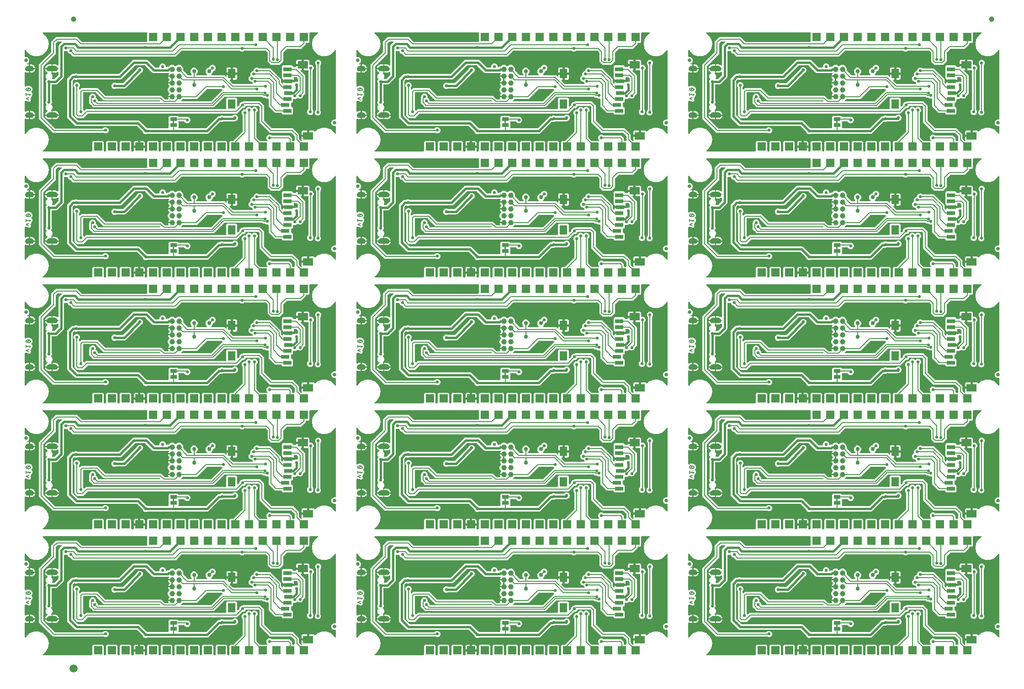
<source format=gbl>
G04 EAGLE Gerber RS-274X export*
G75*
%MOMM*%
%FSLAX34Y34*%
%LPD*%
%INBottom Copper*%
%IPPOS*%
%AMOC8*
5,1,8,0,0,1.08239X$1,22.5*%
G01*
%ADD10C,0.152400*%
%ADD11C,0.654000*%
%ADD12R,1.524000X1.524000*%
%ADD13C,1.000000*%
%ADD14C,0.635000*%
%ADD15R,1.400000X1.800000*%
%ADD16R,1.900000X1.400000*%
%ADD17R,1.500000X0.800000*%
%ADD18C,0.762000*%
%ADD19R,1.270000X0.660400*%
%ADD20C,1.500000*%
%ADD21C,0.558800*%
%ADD22C,0.406400*%
%ADD23C,0.203200*%
%ADD24C,0.200000*%

G36*
X1357434Y705113D02*
X1357434Y705113D01*
X1357492Y705111D01*
X1357574Y705133D01*
X1357658Y705145D01*
X1357711Y705168D01*
X1357767Y705183D01*
X1357840Y705226D01*
X1357917Y705261D01*
X1357962Y705299D01*
X1358012Y705328D01*
X1358070Y705390D01*
X1358134Y705444D01*
X1358166Y705493D01*
X1358206Y705536D01*
X1358245Y705611D01*
X1358292Y705681D01*
X1358309Y705737D01*
X1358336Y705789D01*
X1358347Y705857D01*
X1358377Y705952D01*
X1358380Y706052D01*
X1358391Y706120D01*
X1358391Y722623D01*
X1360177Y724409D01*
X1377943Y724409D01*
X1379729Y722623D01*
X1379729Y706120D01*
X1379737Y706062D01*
X1379735Y706004D01*
X1379757Y705922D01*
X1379769Y705838D01*
X1379792Y705785D01*
X1379807Y705729D01*
X1379850Y705656D01*
X1379885Y705579D01*
X1379923Y705534D01*
X1379952Y705484D01*
X1380014Y705426D01*
X1380068Y705362D01*
X1380117Y705330D01*
X1380160Y705290D01*
X1380235Y705251D01*
X1380305Y705204D01*
X1380361Y705187D01*
X1380413Y705160D01*
X1380481Y705149D01*
X1380576Y705119D01*
X1380676Y705116D01*
X1380744Y705105D01*
X1382776Y705105D01*
X1382834Y705113D01*
X1382892Y705111D01*
X1382974Y705133D01*
X1383058Y705145D01*
X1383111Y705168D01*
X1383167Y705183D01*
X1383240Y705226D01*
X1383317Y705261D01*
X1383362Y705299D01*
X1383412Y705328D01*
X1383470Y705390D01*
X1383534Y705444D01*
X1383566Y705493D01*
X1383606Y705536D01*
X1383645Y705611D01*
X1383692Y705681D01*
X1383709Y705737D01*
X1383736Y705789D01*
X1383747Y705857D01*
X1383777Y705952D01*
X1383780Y706052D01*
X1383791Y706120D01*
X1383791Y722623D01*
X1385577Y724409D01*
X1403343Y724409D01*
X1405129Y722623D01*
X1405129Y706120D01*
X1405137Y706062D01*
X1405135Y706004D01*
X1405157Y705922D01*
X1405169Y705838D01*
X1405192Y705785D01*
X1405207Y705729D01*
X1405250Y705656D01*
X1405285Y705579D01*
X1405323Y705534D01*
X1405352Y705484D01*
X1405414Y705426D01*
X1405468Y705362D01*
X1405517Y705330D01*
X1405560Y705290D01*
X1405635Y705251D01*
X1405705Y705204D01*
X1405761Y705187D01*
X1405813Y705160D01*
X1405881Y705149D01*
X1405976Y705119D01*
X1406076Y705116D01*
X1406144Y705105D01*
X1408176Y705105D01*
X1408234Y705113D01*
X1408292Y705111D01*
X1408374Y705133D01*
X1408458Y705145D01*
X1408511Y705168D01*
X1408567Y705183D01*
X1408640Y705226D01*
X1408717Y705261D01*
X1408762Y705299D01*
X1408812Y705328D01*
X1408870Y705390D01*
X1408934Y705444D01*
X1408966Y705493D01*
X1409006Y705536D01*
X1409045Y705611D01*
X1409092Y705681D01*
X1409109Y705737D01*
X1409136Y705789D01*
X1409147Y705857D01*
X1409177Y705952D01*
X1409180Y706052D01*
X1409191Y706120D01*
X1409191Y722623D01*
X1410977Y724409D01*
X1428743Y724409D01*
X1430529Y722623D01*
X1430529Y706120D01*
X1430537Y706062D01*
X1430535Y706004D01*
X1430557Y705922D01*
X1430569Y705838D01*
X1430592Y705785D01*
X1430607Y705729D01*
X1430650Y705656D01*
X1430685Y705579D01*
X1430723Y705534D01*
X1430752Y705484D01*
X1430814Y705426D01*
X1430868Y705362D01*
X1430917Y705330D01*
X1430960Y705290D01*
X1431035Y705251D01*
X1431105Y705204D01*
X1431161Y705187D01*
X1431213Y705160D01*
X1431281Y705149D01*
X1431376Y705119D01*
X1431476Y705116D01*
X1431544Y705105D01*
X1434084Y705105D01*
X1434142Y705113D01*
X1434200Y705111D01*
X1434282Y705133D01*
X1434366Y705145D01*
X1434419Y705168D01*
X1434475Y705183D01*
X1434548Y705226D01*
X1434625Y705261D01*
X1434670Y705299D01*
X1434720Y705328D01*
X1434778Y705390D01*
X1434842Y705444D01*
X1434874Y705493D01*
X1434914Y705536D01*
X1434953Y705611D01*
X1435000Y705681D01*
X1435017Y705737D01*
X1435044Y705789D01*
X1435055Y705857D01*
X1435085Y705952D01*
X1435088Y706052D01*
X1435099Y706120D01*
X1435099Y711709D01*
X1444244Y711709D01*
X1444302Y711717D01*
X1444360Y711715D01*
X1444442Y711737D01*
X1444525Y711749D01*
X1444579Y711773D01*
X1444635Y711787D01*
X1444708Y711830D01*
X1444785Y711865D01*
X1444829Y711903D01*
X1444880Y711933D01*
X1444937Y711994D01*
X1445002Y712049D01*
X1445034Y712097D01*
X1445074Y712140D01*
X1445113Y712215D01*
X1445159Y712285D01*
X1445177Y712341D01*
X1445204Y712393D01*
X1445215Y712461D01*
X1445245Y712556D01*
X1445248Y712656D01*
X1445259Y712724D01*
X1445259Y713741D01*
X1445261Y713741D01*
X1445261Y712724D01*
X1445269Y712666D01*
X1445268Y712608D01*
X1445289Y712526D01*
X1445301Y712443D01*
X1445325Y712389D01*
X1445339Y712333D01*
X1445382Y712260D01*
X1445417Y712183D01*
X1445455Y712138D01*
X1445485Y712088D01*
X1445546Y712030D01*
X1445601Y711966D01*
X1445649Y711934D01*
X1445692Y711894D01*
X1445767Y711855D01*
X1445837Y711809D01*
X1445893Y711791D01*
X1445945Y711764D01*
X1446013Y711753D01*
X1446108Y711723D01*
X1446208Y711720D01*
X1446276Y711709D01*
X1455421Y711709D01*
X1455421Y706120D01*
X1455429Y706062D01*
X1455427Y706004D01*
X1455449Y705922D01*
X1455461Y705838D01*
X1455484Y705785D01*
X1455499Y705729D01*
X1455542Y705656D01*
X1455577Y705579D01*
X1455615Y705534D01*
X1455644Y705484D01*
X1455706Y705426D01*
X1455760Y705362D01*
X1455809Y705330D01*
X1455852Y705290D01*
X1455927Y705251D01*
X1455997Y705204D01*
X1456053Y705187D01*
X1456105Y705160D01*
X1456173Y705149D01*
X1456268Y705119D01*
X1456368Y705116D01*
X1456436Y705105D01*
X1458976Y705105D01*
X1459034Y705113D01*
X1459092Y705111D01*
X1459174Y705133D01*
X1459258Y705145D01*
X1459311Y705168D01*
X1459367Y705183D01*
X1459440Y705226D01*
X1459517Y705261D01*
X1459562Y705299D01*
X1459612Y705328D01*
X1459670Y705390D01*
X1459734Y705444D01*
X1459766Y705493D01*
X1459806Y705536D01*
X1459845Y705611D01*
X1459892Y705681D01*
X1459909Y705737D01*
X1459936Y705789D01*
X1459947Y705857D01*
X1459977Y705952D01*
X1459980Y706052D01*
X1459991Y706120D01*
X1459991Y722623D01*
X1461777Y724409D01*
X1479543Y724409D01*
X1481329Y722623D01*
X1481329Y706120D01*
X1481337Y706062D01*
X1481335Y706004D01*
X1481357Y705922D01*
X1481369Y705838D01*
X1481392Y705785D01*
X1481407Y705729D01*
X1481450Y705656D01*
X1481485Y705579D01*
X1481523Y705534D01*
X1481552Y705484D01*
X1481614Y705426D01*
X1481668Y705362D01*
X1481717Y705330D01*
X1481760Y705290D01*
X1481835Y705251D01*
X1481905Y705204D01*
X1481961Y705187D01*
X1482013Y705160D01*
X1482081Y705149D01*
X1482176Y705119D01*
X1482276Y705116D01*
X1482344Y705105D01*
X1484376Y705105D01*
X1484434Y705113D01*
X1484492Y705111D01*
X1484574Y705133D01*
X1484658Y705145D01*
X1484711Y705168D01*
X1484767Y705183D01*
X1484840Y705226D01*
X1484917Y705261D01*
X1484962Y705299D01*
X1485012Y705328D01*
X1485070Y705390D01*
X1485134Y705444D01*
X1485166Y705493D01*
X1485206Y705536D01*
X1485245Y705611D01*
X1485292Y705681D01*
X1485309Y705737D01*
X1485336Y705789D01*
X1485347Y705857D01*
X1485377Y705952D01*
X1485380Y706052D01*
X1485391Y706120D01*
X1485391Y722623D01*
X1487177Y724409D01*
X1504943Y724409D01*
X1506729Y722623D01*
X1506729Y706120D01*
X1506737Y706062D01*
X1506735Y706004D01*
X1506757Y705922D01*
X1506769Y705838D01*
X1506792Y705785D01*
X1506807Y705729D01*
X1506850Y705656D01*
X1506885Y705579D01*
X1506923Y705534D01*
X1506952Y705484D01*
X1507014Y705426D01*
X1507068Y705362D01*
X1507117Y705330D01*
X1507160Y705290D01*
X1507235Y705251D01*
X1507305Y705204D01*
X1507361Y705187D01*
X1507413Y705160D01*
X1507481Y705149D01*
X1507576Y705119D01*
X1507676Y705116D01*
X1507744Y705105D01*
X1509776Y705105D01*
X1509834Y705113D01*
X1509892Y705111D01*
X1509974Y705133D01*
X1510058Y705145D01*
X1510111Y705168D01*
X1510167Y705183D01*
X1510240Y705226D01*
X1510317Y705261D01*
X1510362Y705299D01*
X1510412Y705328D01*
X1510470Y705390D01*
X1510534Y705444D01*
X1510566Y705493D01*
X1510606Y705536D01*
X1510645Y705611D01*
X1510692Y705681D01*
X1510709Y705737D01*
X1510736Y705789D01*
X1510747Y705857D01*
X1510777Y705952D01*
X1510780Y706052D01*
X1510791Y706120D01*
X1510791Y722623D01*
X1512577Y724409D01*
X1530343Y724409D01*
X1532129Y722623D01*
X1532129Y706120D01*
X1532137Y706062D01*
X1532135Y706004D01*
X1532157Y705922D01*
X1532169Y705838D01*
X1532192Y705785D01*
X1532207Y705729D01*
X1532250Y705656D01*
X1532285Y705579D01*
X1532323Y705534D01*
X1532352Y705484D01*
X1532414Y705426D01*
X1532468Y705362D01*
X1532517Y705330D01*
X1532560Y705290D01*
X1532635Y705251D01*
X1532705Y705204D01*
X1532761Y705187D01*
X1532813Y705160D01*
X1532881Y705149D01*
X1532976Y705119D01*
X1533076Y705116D01*
X1533144Y705105D01*
X1535176Y705105D01*
X1535234Y705113D01*
X1535292Y705111D01*
X1535374Y705133D01*
X1535458Y705145D01*
X1535511Y705168D01*
X1535567Y705183D01*
X1535640Y705226D01*
X1535717Y705261D01*
X1535762Y705299D01*
X1535812Y705328D01*
X1535870Y705390D01*
X1535934Y705444D01*
X1535966Y705493D01*
X1536006Y705536D01*
X1536045Y705611D01*
X1536092Y705681D01*
X1536109Y705737D01*
X1536136Y705789D01*
X1536147Y705857D01*
X1536177Y705952D01*
X1536180Y706052D01*
X1536191Y706120D01*
X1536191Y722623D01*
X1537977Y724409D01*
X1555743Y724409D01*
X1557529Y722623D01*
X1557529Y706120D01*
X1557537Y706062D01*
X1557535Y706004D01*
X1557557Y705922D01*
X1557569Y705838D01*
X1557592Y705785D01*
X1557607Y705729D01*
X1557650Y705656D01*
X1557685Y705579D01*
X1557723Y705534D01*
X1557752Y705484D01*
X1557814Y705426D01*
X1557868Y705362D01*
X1557917Y705330D01*
X1557960Y705290D01*
X1558035Y705251D01*
X1558105Y705204D01*
X1558161Y705187D01*
X1558213Y705160D01*
X1558281Y705149D01*
X1558376Y705119D01*
X1558476Y705116D01*
X1558544Y705105D01*
X1560576Y705105D01*
X1560634Y705113D01*
X1560692Y705111D01*
X1560774Y705133D01*
X1560858Y705145D01*
X1560911Y705168D01*
X1560967Y705183D01*
X1561040Y705226D01*
X1561117Y705261D01*
X1561162Y705299D01*
X1561212Y705328D01*
X1561270Y705390D01*
X1561334Y705444D01*
X1561366Y705493D01*
X1561406Y705536D01*
X1561445Y705611D01*
X1561492Y705681D01*
X1561509Y705737D01*
X1561536Y705789D01*
X1561547Y705857D01*
X1561577Y705952D01*
X1561580Y706052D01*
X1561591Y706120D01*
X1561591Y722623D01*
X1563377Y724409D01*
X1581143Y724409D01*
X1582929Y722623D01*
X1582929Y706120D01*
X1582937Y706062D01*
X1582935Y706004D01*
X1582957Y705922D01*
X1582969Y705838D01*
X1582992Y705785D01*
X1583007Y705729D01*
X1583050Y705656D01*
X1583085Y705579D01*
X1583123Y705534D01*
X1583152Y705484D01*
X1583214Y705426D01*
X1583268Y705362D01*
X1583317Y705330D01*
X1583360Y705290D01*
X1583435Y705251D01*
X1583505Y705204D01*
X1583561Y705187D01*
X1583613Y705160D01*
X1583681Y705149D01*
X1583776Y705119D01*
X1583876Y705116D01*
X1583944Y705105D01*
X1585976Y705105D01*
X1586034Y705113D01*
X1586092Y705111D01*
X1586174Y705133D01*
X1586258Y705145D01*
X1586311Y705168D01*
X1586367Y705183D01*
X1586440Y705226D01*
X1586517Y705261D01*
X1586562Y705299D01*
X1586612Y705328D01*
X1586670Y705390D01*
X1586734Y705444D01*
X1586766Y705493D01*
X1586806Y705536D01*
X1586845Y705611D01*
X1586892Y705681D01*
X1586909Y705737D01*
X1586936Y705789D01*
X1586947Y705857D01*
X1586977Y705952D01*
X1586980Y706052D01*
X1586991Y706120D01*
X1586991Y722623D01*
X1588777Y724409D01*
X1606543Y724409D01*
X1608329Y722623D01*
X1608329Y706120D01*
X1608337Y706062D01*
X1608335Y706004D01*
X1608357Y705922D01*
X1608369Y705838D01*
X1608392Y705785D01*
X1608407Y705729D01*
X1608450Y705656D01*
X1608485Y705579D01*
X1608523Y705534D01*
X1608552Y705484D01*
X1608614Y705426D01*
X1608668Y705362D01*
X1608717Y705330D01*
X1608760Y705290D01*
X1608835Y705251D01*
X1608905Y705204D01*
X1608961Y705187D01*
X1609013Y705160D01*
X1609081Y705149D01*
X1609176Y705119D01*
X1609276Y705116D01*
X1609344Y705105D01*
X1611376Y705105D01*
X1611434Y705113D01*
X1611492Y705111D01*
X1611574Y705133D01*
X1611658Y705145D01*
X1611711Y705168D01*
X1611767Y705183D01*
X1611840Y705226D01*
X1611917Y705261D01*
X1611962Y705299D01*
X1612012Y705328D01*
X1612070Y705390D01*
X1612134Y705444D01*
X1612166Y705493D01*
X1612206Y705536D01*
X1612245Y705611D01*
X1612292Y705681D01*
X1612309Y705737D01*
X1612336Y705789D01*
X1612347Y705857D01*
X1612377Y705952D01*
X1612380Y706052D01*
X1612391Y706120D01*
X1612391Y722623D01*
X1614177Y724409D01*
X1618924Y724409D01*
X1619010Y724421D01*
X1619098Y724424D01*
X1619151Y724441D01*
X1619205Y724449D01*
X1619285Y724484D01*
X1619368Y724511D01*
X1619408Y724539D01*
X1619465Y724565D01*
X1619578Y724661D01*
X1619642Y724706D01*
X1636478Y741542D01*
X1636530Y741612D01*
X1636590Y741676D01*
X1636616Y741725D01*
X1636649Y741770D01*
X1636680Y741851D01*
X1636720Y741929D01*
X1636728Y741977D01*
X1636750Y742035D01*
X1636762Y742183D01*
X1636775Y742260D01*
X1636775Y772113D01*
X1636767Y772171D01*
X1636769Y772228D01*
X1636761Y772256D01*
X1636760Y772287D01*
X1636743Y772340D01*
X1636735Y772395D01*
X1636710Y772451D01*
X1636697Y772503D01*
X1636683Y772525D01*
X1636673Y772558D01*
X1636645Y772597D01*
X1636619Y772654D01*
X1636577Y772704D01*
X1636552Y772747D01*
X1636510Y772786D01*
X1636478Y772831D01*
X1635887Y773422D01*
X1634997Y775570D01*
X1634997Y777894D01*
X1635887Y780042D01*
X1637530Y781685D01*
X1639678Y782575D01*
X1641773Y782575D01*
X1641775Y782575D01*
X1641777Y782575D01*
X1641917Y782595D01*
X1642055Y782615D01*
X1642056Y782615D01*
X1642058Y782615D01*
X1642184Y782672D01*
X1642314Y782731D01*
X1642316Y782732D01*
X1642317Y782733D01*
X1642424Y782824D01*
X1642531Y782914D01*
X1642532Y782916D01*
X1642533Y782917D01*
X1642542Y782930D01*
X1642689Y783151D01*
X1642698Y783180D01*
X1642711Y783201D01*
X1643507Y785122D01*
X1645150Y786765D01*
X1647298Y787655D01*
X1649622Y787655D01*
X1651770Y786765D01*
X1652949Y785586D01*
X1652996Y785551D01*
X1653036Y785508D01*
X1653109Y785466D01*
X1653176Y785415D01*
X1653231Y785394D01*
X1653281Y785364D01*
X1653363Y785344D01*
X1653442Y785314D01*
X1653500Y785309D01*
X1653557Y785294D01*
X1653641Y785297D01*
X1653725Y785290D01*
X1653783Y785302D01*
X1653841Y785303D01*
X1653921Y785329D01*
X1654004Y785346D01*
X1654056Y785373D01*
X1654112Y785391D01*
X1654168Y785431D01*
X1654256Y785477D01*
X1654329Y785546D01*
X1654385Y785586D01*
X1655310Y786511D01*
X1657458Y787401D01*
X1659782Y787401D01*
X1661930Y786511D01*
X1663573Y784868D01*
X1664463Y782720D01*
X1664463Y780396D01*
X1663573Y778248D01*
X1662982Y777657D01*
X1662930Y777587D01*
X1662870Y777524D01*
X1662844Y777474D01*
X1662811Y777430D01*
X1662780Y777348D01*
X1662740Y777270D01*
X1662732Y777223D01*
X1662710Y777164D01*
X1662698Y777017D01*
X1662685Y776939D01*
X1662685Y731084D01*
X1662697Y730998D01*
X1662700Y730910D01*
X1662717Y730858D01*
X1662725Y730803D01*
X1662760Y730723D01*
X1662787Y730640D01*
X1662815Y730600D01*
X1662841Y730543D01*
X1662937Y730430D01*
X1662982Y730366D01*
X1668642Y724706D01*
X1668712Y724654D01*
X1668776Y724594D01*
X1668825Y724568D01*
X1668869Y724535D01*
X1668951Y724504D01*
X1669029Y724464D01*
X1669077Y724456D01*
X1669135Y724434D01*
X1669283Y724422D01*
X1669360Y724409D01*
X1681687Y724409D01*
X1681716Y724413D01*
X1681746Y724410D01*
X1681857Y724433D01*
X1681969Y724449D01*
X1681996Y724461D01*
X1682024Y724466D01*
X1682125Y724519D01*
X1682228Y724565D01*
X1682251Y724584D01*
X1682277Y724597D01*
X1682359Y724675D01*
X1682445Y724748D01*
X1682462Y724773D01*
X1682483Y724793D01*
X1682540Y724891D01*
X1682603Y724985D01*
X1682612Y725013D01*
X1682627Y725038D01*
X1682654Y725148D01*
X1682689Y725256D01*
X1682689Y725286D01*
X1682697Y725314D01*
X1682693Y725427D01*
X1682696Y725540D01*
X1682689Y725569D01*
X1682688Y725598D01*
X1682653Y725706D01*
X1682624Y725815D01*
X1682609Y725841D01*
X1682600Y725869D01*
X1682555Y725933D01*
X1682479Y726060D01*
X1682433Y726103D01*
X1682405Y726142D01*
X1681607Y726940D01*
X1680717Y729088D01*
X1680717Y731412D01*
X1681607Y733560D01*
X1683250Y735203D01*
X1685398Y736093D01*
X1687722Y736093D01*
X1689870Y735203D01*
X1690461Y734612D01*
X1690531Y734560D01*
X1690594Y734500D01*
X1690644Y734474D01*
X1690688Y734441D01*
X1690770Y734410D01*
X1690848Y734370D01*
X1690895Y734362D01*
X1690954Y734340D01*
X1691101Y734328D01*
X1691179Y734315D01*
X1723804Y734315D01*
X1728725Y729394D01*
X1728725Y725424D01*
X1728733Y725366D01*
X1728731Y725308D01*
X1728753Y725226D01*
X1728765Y725142D01*
X1728788Y725089D01*
X1728803Y725033D01*
X1728846Y724960D01*
X1728881Y724883D01*
X1728919Y724838D01*
X1728948Y724788D01*
X1729010Y724730D01*
X1729064Y724666D01*
X1729113Y724634D01*
X1729156Y724594D01*
X1729231Y724555D01*
X1729301Y724508D01*
X1729357Y724491D01*
X1729409Y724464D01*
X1729477Y724453D01*
X1729572Y724423D01*
X1729672Y724420D01*
X1729740Y724409D01*
X1732280Y724409D01*
X1732338Y724417D01*
X1732396Y724415D01*
X1732478Y724437D01*
X1732562Y724449D01*
X1732615Y724472D01*
X1732671Y724487D01*
X1732744Y724530D01*
X1732821Y724565D01*
X1732866Y724603D01*
X1732916Y724632D01*
X1732974Y724694D01*
X1733038Y724748D01*
X1733070Y724797D01*
X1733110Y724840D01*
X1733149Y724915D01*
X1733196Y724985D01*
X1733213Y725041D01*
X1733240Y725093D01*
X1733251Y725161D01*
X1733281Y725256D01*
X1733284Y725356D01*
X1733295Y725424D01*
X1733295Y732972D01*
X1733283Y733058D01*
X1733280Y733146D01*
X1733263Y733198D01*
X1733255Y733253D01*
X1733220Y733333D01*
X1733193Y733416D01*
X1733165Y733456D01*
X1733139Y733513D01*
X1733043Y733626D01*
X1732998Y733690D01*
X1727338Y739350D01*
X1727268Y739402D01*
X1727204Y739462D01*
X1727155Y739488D01*
X1727110Y739521D01*
X1727029Y739552D01*
X1726951Y739592D01*
X1726903Y739600D01*
X1726845Y739622D01*
X1726697Y739634D01*
X1726620Y739647D01*
X1687670Y739647D01*
X1668271Y759046D01*
X1668271Y786820D01*
X1668259Y786906D01*
X1668256Y786994D01*
X1668239Y787046D01*
X1668231Y787101D01*
X1668196Y787181D01*
X1668169Y787264D01*
X1668141Y787304D01*
X1668115Y787361D01*
X1668019Y787474D01*
X1667974Y787538D01*
X1666124Y789388D01*
X1666054Y789440D01*
X1665990Y789500D01*
X1665941Y789526D01*
X1665896Y789559D01*
X1665815Y789590D01*
X1665737Y789630D01*
X1665689Y789638D01*
X1665631Y789660D01*
X1665483Y789672D01*
X1665406Y789685D01*
X1643506Y789685D01*
X1643505Y789685D01*
X1643503Y789685D01*
X1643363Y789665D01*
X1643225Y789645D01*
X1643223Y789645D01*
X1643222Y789645D01*
X1643096Y789588D01*
X1642965Y789529D01*
X1642964Y789528D01*
X1642963Y789527D01*
X1642855Y789436D01*
X1642748Y789346D01*
X1642747Y789344D01*
X1642746Y789343D01*
X1642738Y789330D01*
X1642591Y789109D01*
X1642581Y789080D01*
X1642568Y789059D01*
X1641983Y787646D01*
X1640340Y786003D01*
X1638192Y785113D01*
X1636848Y785113D01*
X1636762Y785101D01*
X1636674Y785098D01*
X1636622Y785081D01*
X1636567Y785073D01*
X1636487Y785038D01*
X1636404Y785011D01*
X1636364Y784983D01*
X1636307Y784957D01*
X1636194Y784861D01*
X1636130Y784816D01*
X1626776Y775461D01*
X1350590Y775461D01*
X1350504Y775449D01*
X1350416Y775446D01*
X1350364Y775429D01*
X1350309Y775421D01*
X1350229Y775386D01*
X1350146Y775359D01*
X1350106Y775331D01*
X1350049Y775305D01*
X1349936Y775209D01*
X1349872Y775164D01*
X1341534Y766825D01*
X1330546Y766825D01*
X1325625Y771746D01*
X1325625Y823041D01*
X1325613Y823128D01*
X1325610Y823215D01*
X1325593Y823268D01*
X1325585Y823323D01*
X1325550Y823403D01*
X1325523Y823486D01*
X1325495Y823525D01*
X1325469Y823582D01*
X1325373Y823695D01*
X1325328Y823759D01*
X1324737Y824350D01*
X1323847Y826498D01*
X1323847Y828822D01*
X1324737Y830970D01*
X1326380Y832613D01*
X1328528Y833503D01*
X1330852Y833503D01*
X1333000Y832613D01*
X1334643Y830970D01*
X1335533Y828822D01*
X1335533Y826498D01*
X1334643Y824350D01*
X1334052Y823759D01*
X1334000Y823689D01*
X1333940Y823626D01*
X1333914Y823576D01*
X1333881Y823532D01*
X1333850Y823450D01*
X1333810Y823372D01*
X1333802Y823325D01*
X1333780Y823266D01*
X1333768Y823119D01*
X1333755Y823041D01*
X1333755Y820492D01*
X1333759Y820463D01*
X1333756Y820434D01*
X1333779Y820323D01*
X1333795Y820211D01*
X1333807Y820184D01*
X1333812Y820155D01*
X1333865Y820055D01*
X1333911Y819951D01*
X1333930Y819929D01*
X1333943Y819903D01*
X1334021Y819821D01*
X1334094Y819734D01*
X1334119Y819718D01*
X1334139Y819697D01*
X1334237Y819639D01*
X1334331Y819577D01*
X1334359Y819568D01*
X1334384Y819553D01*
X1334494Y819525D01*
X1334602Y819491D01*
X1334632Y819490D01*
X1334660Y819483D01*
X1334773Y819486D01*
X1334886Y819484D01*
X1334915Y819491D01*
X1334944Y819492D01*
X1335052Y819527D01*
X1335161Y819555D01*
X1335187Y819570D01*
X1335215Y819579D01*
X1335278Y819625D01*
X1335406Y819701D01*
X1335449Y819746D01*
X1335488Y819774D01*
X1338420Y822707D01*
X1368458Y822707D01*
X1371136Y820028D01*
X1382892Y808272D01*
X1382962Y808220D01*
X1383026Y808160D01*
X1383075Y808134D01*
X1383119Y808101D01*
X1383201Y808070D01*
X1383279Y808030D01*
X1383327Y808022D01*
X1383385Y808000D01*
X1383533Y807988D01*
X1383610Y807975D01*
X1486314Y807975D01*
X1492366Y801922D01*
X1492436Y801870D01*
X1492500Y801810D01*
X1492549Y801784D01*
X1492594Y801751D01*
X1492675Y801720D01*
X1492753Y801680D01*
X1492801Y801672D01*
X1492859Y801650D01*
X1493007Y801638D01*
X1493084Y801625D01*
X1498537Y801625D01*
X1498651Y801641D01*
X1498765Y801651D01*
X1498791Y801661D01*
X1498819Y801665D01*
X1498924Y801712D01*
X1499031Y801753D01*
X1499053Y801769D01*
X1499078Y801781D01*
X1499166Y801855D01*
X1499257Y801924D01*
X1499274Y801947D01*
X1499295Y801964D01*
X1499359Y802060D01*
X1499428Y802152D01*
X1499437Y802178D01*
X1499453Y802201D01*
X1499487Y802311D01*
X1499528Y802418D01*
X1499530Y802446D01*
X1499539Y802472D01*
X1499541Y802587D01*
X1499551Y802701D01*
X1499545Y802726D01*
X1499546Y802756D01*
X1499479Y803013D01*
X1499475Y803029D01*
X1498969Y804250D01*
X1498784Y805181D01*
X1505966Y805181D01*
X1506024Y805189D01*
X1506082Y805187D01*
X1506164Y805209D01*
X1506247Y805221D01*
X1506301Y805244D01*
X1506357Y805259D01*
X1506430Y805302D01*
X1506507Y805337D01*
X1506551Y805375D01*
X1506602Y805404D01*
X1506659Y805466D01*
X1506724Y805520D01*
X1506756Y805569D01*
X1506796Y805612D01*
X1506835Y805687D01*
X1506881Y805757D01*
X1506899Y805813D01*
X1506926Y805865D01*
X1506937Y805933D01*
X1506967Y806028D01*
X1506970Y806128D01*
X1506981Y806196D01*
X1506981Y806704D01*
X1506973Y806762D01*
X1506974Y806820D01*
X1506953Y806902D01*
X1506941Y806986D01*
X1506917Y807039D01*
X1506903Y807095D01*
X1506859Y807168D01*
X1506825Y807245D01*
X1506787Y807290D01*
X1506757Y807340D01*
X1506696Y807398D01*
X1506641Y807462D01*
X1506593Y807494D01*
X1506550Y807534D01*
X1506475Y807573D01*
X1506405Y807620D01*
X1506349Y807637D01*
X1506297Y807664D01*
X1506229Y807675D01*
X1506134Y807705D01*
X1506034Y807708D01*
X1505966Y807719D01*
X1498784Y807719D01*
X1498969Y808650D01*
X1499538Y810022D01*
X1500363Y811257D01*
X1500829Y811723D01*
X1500864Y811770D01*
X1500906Y811810D01*
X1500949Y811883D01*
X1501000Y811950D01*
X1501020Y812005D01*
X1501050Y812055D01*
X1501071Y812137D01*
X1501101Y812216D01*
X1501106Y812274D01*
X1501120Y812331D01*
X1501117Y812415D01*
X1501124Y812499D01*
X1501113Y812556D01*
X1501111Y812615D01*
X1501085Y812695D01*
X1501069Y812778D01*
X1501042Y812830D01*
X1501024Y812885D01*
X1500983Y812942D01*
X1500938Y813030D01*
X1500869Y813102D01*
X1500829Y813159D01*
X1499397Y814591D01*
X1498171Y817549D01*
X1498171Y820751D01*
X1499397Y823709D01*
X1500829Y825141D01*
X1500864Y825188D01*
X1500906Y825228D01*
X1500949Y825301D01*
X1501000Y825368D01*
X1501020Y825423D01*
X1501050Y825474D01*
X1501071Y825555D01*
X1501101Y825634D01*
X1501106Y825693D01*
X1501120Y825749D01*
X1501117Y825833D01*
X1501124Y825917D01*
X1501113Y825975D01*
X1501111Y826033D01*
X1501085Y826114D01*
X1501069Y826196D01*
X1501042Y826248D01*
X1501024Y826304D01*
X1500984Y826360D01*
X1500938Y826449D01*
X1500869Y826521D01*
X1500829Y826577D01*
X1500363Y827043D01*
X1499538Y828278D01*
X1498969Y829650D01*
X1498784Y830581D01*
X1505966Y830581D01*
X1506024Y830589D01*
X1506082Y830587D01*
X1506164Y830609D01*
X1506247Y830621D01*
X1506301Y830644D01*
X1506357Y830659D01*
X1506430Y830702D01*
X1506507Y830737D01*
X1506551Y830775D01*
X1506602Y830804D01*
X1506659Y830866D01*
X1506724Y830920D01*
X1506756Y830969D01*
X1506796Y831012D01*
X1506835Y831087D01*
X1506881Y831157D01*
X1506889Y831181D01*
X1506938Y831211D01*
X1507015Y831245D01*
X1507060Y831283D01*
X1507110Y831313D01*
X1507168Y831374D01*
X1507232Y831429D01*
X1507264Y831477D01*
X1507304Y831520D01*
X1507343Y831595D01*
X1507390Y831665D01*
X1507407Y831721D01*
X1507434Y831773D01*
X1507445Y831841D01*
X1507475Y831936D01*
X1507478Y832036D01*
X1507489Y832104D01*
X1507489Y844296D01*
X1507481Y844354D01*
X1507483Y844412D01*
X1507461Y844494D01*
X1507449Y844577D01*
X1507426Y844631D01*
X1507411Y844687D01*
X1507368Y844760D01*
X1507333Y844837D01*
X1507295Y844881D01*
X1507266Y844932D01*
X1507204Y844989D01*
X1507150Y845054D01*
X1507101Y845086D01*
X1507058Y845126D01*
X1506983Y845165D01*
X1506913Y845211D01*
X1506889Y845219D01*
X1506859Y845268D01*
X1506825Y845345D01*
X1506787Y845390D01*
X1506757Y845440D01*
X1506696Y845498D01*
X1506641Y845562D01*
X1506593Y845594D01*
X1506550Y845634D01*
X1506475Y845673D01*
X1506405Y845720D01*
X1506349Y845737D01*
X1506297Y845764D01*
X1506229Y845775D01*
X1506134Y845805D01*
X1506034Y845808D01*
X1505966Y845819D01*
X1498784Y845819D01*
X1498969Y846750D01*
X1499537Y848122D01*
X1500273Y849223D01*
X1500329Y849339D01*
X1500388Y849453D01*
X1500390Y849466D01*
X1500396Y849479D01*
X1500418Y849606D01*
X1500443Y849732D01*
X1500441Y849745D01*
X1500444Y849759D01*
X1500429Y849887D01*
X1500418Y850015D01*
X1500413Y850028D01*
X1500412Y850042D01*
X1500362Y850161D01*
X1500316Y850280D01*
X1500308Y850291D01*
X1500302Y850304D01*
X1500222Y850405D01*
X1500145Y850507D01*
X1500133Y850515D01*
X1500125Y850526D01*
X1500019Y850600D01*
X1499917Y850677D01*
X1499904Y850682D01*
X1499892Y850690D01*
X1499771Y850732D01*
X1499651Y850777D01*
X1499637Y850779D01*
X1499624Y850783D01*
X1499495Y850790D01*
X1499367Y850800D01*
X1499355Y850797D01*
X1499340Y850798D01*
X1499063Y850734D01*
X1499051Y850727D01*
X1499040Y850725D01*
X1498849Y850645D01*
X1471427Y850645D01*
X1469560Y851419D01*
X1456661Y864318D01*
X1456591Y864370D01*
X1456527Y864430D01*
X1456478Y864456D01*
X1456434Y864489D01*
X1456352Y864520D01*
X1456274Y864560D01*
X1456226Y864568D01*
X1456168Y864590D01*
X1456020Y864602D01*
X1455943Y864615D01*
X1438133Y864615D01*
X1438046Y864603D01*
X1437959Y864600D01*
X1437906Y864583D01*
X1437852Y864575D01*
X1437772Y864540D01*
X1437689Y864513D01*
X1437649Y864485D01*
X1437592Y864459D01*
X1437479Y864363D01*
X1437415Y864318D01*
X1412450Y839353D01*
X1410583Y838579D01*
X1331544Y838579D01*
X1331513Y838575D01*
X1331482Y838577D01*
X1331406Y838560D01*
X1331262Y838539D01*
X1331204Y838513D01*
X1331155Y838502D01*
X1329502Y837817D01*
X1327178Y837817D01*
X1325804Y838386D01*
X1325802Y838387D01*
X1325801Y838388D01*
X1325667Y838422D01*
X1325529Y838457D01*
X1325527Y838457D01*
X1325525Y838458D01*
X1325385Y838453D01*
X1325244Y838449D01*
X1325243Y838449D01*
X1325241Y838449D01*
X1325109Y838406D01*
X1324974Y838363D01*
X1324972Y838362D01*
X1324971Y838361D01*
X1324959Y838353D01*
X1324738Y838204D01*
X1324718Y838181D01*
X1324697Y838166D01*
X1321860Y835329D01*
X1321808Y835259D01*
X1321748Y835195D01*
X1321722Y835146D01*
X1321689Y835102D01*
X1321658Y835020D01*
X1321618Y834942D01*
X1321610Y834894D01*
X1321588Y834836D01*
X1321576Y834688D01*
X1321563Y834611D01*
X1321563Y772907D01*
X1321575Y772820D01*
X1321578Y772733D01*
X1321595Y772680D01*
X1321603Y772626D01*
X1321638Y772546D01*
X1321665Y772463D01*
X1321693Y772423D01*
X1321719Y772366D01*
X1321815Y772253D01*
X1321860Y772189D01*
X1331243Y762806D01*
X1331313Y762754D01*
X1331377Y762694D01*
X1331426Y762668D01*
X1331470Y762635D01*
X1331552Y762604D01*
X1331630Y762564D01*
X1331678Y762556D01*
X1331736Y762534D01*
X1331884Y762522D01*
X1331961Y762509D01*
X1444239Y762509D01*
X1446106Y761735D01*
X1447678Y760163D01*
X1459033Y748808D01*
X1459058Y748789D01*
X1459078Y748766D01*
X1459145Y748724D01*
X1459260Y748637D01*
X1459321Y748614D01*
X1459363Y748588D01*
X1460521Y748108D01*
X1460551Y748100D01*
X1460579Y748086D01*
X1460656Y748073D01*
X1460797Y748037D01*
X1460861Y748039D01*
X1460910Y748031D01*
X1498568Y748031D01*
X1498597Y748035D01*
X1498626Y748032D01*
X1498737Y748055D01*
X1498849Y748071D01*
X1498876Y748083D01*
X1498905Y748088D01*
X1499005Y748140D01*
X1499109Y748187D01*
X1499131Y748206D01*
X1499157Y748219D01*
X1499239Y748297D01*
X1499326Y748370D01*
X1499342Y748395D01*
X1499363Y748415D01*
X1499420Y748513D01*
X1499483Y748607D01*
X1499492Y748635D01*
X1499507Y748660D01*
X1499535Y748770D01*
X1499569Y748878D01*
X1499570Y748907D01*
X1499577Y748936D01*
X1499573Y749049D01*
X1499576Y749162D01*
X1499569Y749191D01*
X1499568Y749220D01*
X1499533Y749328D01*
X1499504Y749437D01*
X1499489Y749463D01*
X1499480Y749491D01*
X1499435Y749554D01*
X1499361Y749678D01*
X1499361Y758827D01*
X1499363Y758829D01*
X1499406Y758902D01*
X1499456Y758969D01*
X1499477Y759024D01*
X1499507Y759074D01*
X1499528Y759156D01*
X1499558Y759235D01*
X1499563Y759293D01*
X1499577Y759350D01*
X1499574Y759434D01*
X1499581Y759518D01*
X1499570Y759576D01*
X1499568Y759634D01*
X1499542Y759714D01*
X1499525Y759797D01*
X1499498Y759849D01*
X1499480Y759905D01*
X1499440Y759961D01*
X1499394Y760049D01*
X1499361Y760084D01*
X1499361Y769232D01*
X1501147Y771018D01*
X1516373Y771018D01*
X1518361Y769029D01*
X1518431Y768977D01*
X1518495Y768917D01*
X1518544Y768891D01*
X1518589Y768858D01*
X1518670Y768827D01*
X1518748Y768787D01*
X1518796Y768779D01*
X1518854Y768757D01*
X1519002Y768745D01*
X1519079Y768732D01*
X1531876Y768732D01*
X1531907Y768736D01*
X1531937Y768734D01*
X1532014Y768751D01*
X1532158Y768772D01*
X1532216Y768798D01*
X1532265Y768809D01*
X1532998Y769113D01*
X1535322Y769113D01*
X1537470Y768223D01*
X1539113Y766580D01*
X1540003Y764432D01*
X1540003Y762108D01*
X1539113Y759960D01*
X1537470Y758317D01*
X1535322Y757427D01*
X1532998Y757427D01*
X1530850Y758317D01*
X1529207Y759960D01*
X1529200Y759976D01*
X1529200Y759977D01*
X1529199Y759978D01*
X1529130Y760095D01*
X1529056Y760220D01*
X1529055Y760222D01*
X1529054Y760223D01*
X1528952Y760318D01*
X1528849Y760416D01*
X1528848Y760416D01*
X1528847Y760417D01*
X1528721Y760482D01*
X1528597Y760546D01*
X1528595Y760546D01*
X1528594Y760547D01*
X1528579Y760549D01*
X1528318Y760601D01*
X1528287Y760598D01*
X1528263Y760602D01*
X1519079Y760602D01*
X1518993Y760590D01*
X1518905Y760587D01*
X1518853Y760570D01*
X1518798Y760562D01*
X1518718Y760527D01*
X1518635Y760500D01*
X1518596Y760472D01*
X1518538Y760446D01*
X1518425Y760350D01*
X1518361Y760305D01*
X1518234Y760178D01*
X1518199Y760131D01*
X1518157Y760091D01*
X1518114Y760018D01*
X1518064Y759951D01*
X1518043Y759896D01*
X1518013Y759846D01*
X1517992Y759764D01*
X1517962Y759685D01*
X1517957Y759627D01*
X1517943Y759570D01*
X1517946Y759486D01*
X1517939Y759402D01*
X1517950Y759344D01*
X1517952Y759286D01*
X1517978Y759206D01*
X1517995Y759123D01*
X1518022Y759071D01*
X1518040Y759015D01*
X1518080Y758959D01*
X1518126Y758871D01*
X1518159Y758836D01*
X1518159Y749668D01*
X1518132Y749627D01*
X1518064Y749537D01*
X1518053Y749509D01*
X1518037Y749485D01*
X1518003Y749377D01*
X1517962Y749271D01*
X1517960Y749242D01*
X1517951Y749214D01*
X1517948Y749101D01*
X1517939Y748988D01*
X1517944Y748959D01*
X1517944Y748930D01*
X1517972Y748820D01*
X1517995Y748709D01*
X1518008Y748683D01*
X1518016Y748655D01*
X1518073Y748558D01*
X1518126Y748457D01*
X1518146Y748435D01*
X1518161Y748410D01*
X1518243Y748333D01*
X1518321Y748251D01*
X1518347Y748236D01*
X1518368Y748216D01*
X1518469Y748164D01*
X1518567Y748107D01*
X1518595Y748100D01*
X1518621Y748086D01*
X1518699Y748073D01*
X1518842Y748037D01*
X1518905Y748039D01*
X1518952Y748031D01*
X1568465Y748031D01*
X1568552Y748043D01*
X1568639Y748046D01*
X1568692Y748063D01*
X1568746Y748071D01*
X1568826Y748106D01*
X1568909Y748133D01*
X1568949Y748161D01*
X1569006Y748187D01*
X1569119Y748283D01*
X1569183Y748328D01*
X1589956Y769101D01*
X1591823Y769875D01*
X1593549Y769875D01*
X1593636Y769887D01*
X1593723Y769890D01*
X1593776Y769907D01*
X1593831Y769915D01*
X1593911Y769950D01*
X1593994Y769977D01*
X1594033Y770005D01*
X1594090Y770031D01*
X1594204Y770127D01*
X1594267Y770172D01*
X1595112Y771017D01*
X1597260Y771907D01*
X1599584Y771907D01*
X1601237Y771222D01*
X1601267Y771214D01*
X1601295Y771200D01*
X1601372Y771187D01*
X1601513Y771151D01*
X1601577Y771153D01*
X1601626Y771145D01*
X1617679Y771145D01*
X1617766Y771157D01*
X1617853Y771160D01*
X1617906Y771177D01*
X1617961Y771185D01*
X1618041Y771220D01*
X1618124Y771247D01*
X1618163Y771275D01*
X1618220Y771301D01*
X1618334Y771397D01*
X1618397Y771442D01*
X1619242Y772287D01*
X1621390Y773177D01*
X1623714Y773177D01*
X1625862Y772287D01*
X1627505Y770644D01*
X1628395Y768496D01*
X1628395Y766172D01*
X1627505Y764024D01*
X1625862Y762381D01*
X1623711Y761490D01*
X1623690Y761487D01*
X1623660Y761489D01*
X1623583Y761472D01*
X1623439Y761451D01*
X1623381Y761425D01*
X1623332Y761414D01*
X1622293Y760983D01*
X1601626Y760983D01*
X1601595Y760979D01*
X1601564Y760981D01*
X1601488Y760964D01*
X1601344Y760943D01*
X1601286Y760917D01*
X1601237Y760906D01*
X1599581Y760220D01*
X1599560Y760217D01*
X1599530Y760219D01*
X1599453Y760202D01*
X1599309Y760181D01*
X1599251Y760155D01*
X1599202Y760144D01*
X1598163Y759713D01*
X1595359Y759713D01*
X1595272Y759701D01*
X1595185Y759698D01*
X1595132Y759681D01*
X1595078Y759673D01*
X1594998Y759638D01*
X1594915Y759611D01*
X1594875Y759583D01*
X1594818Y759557D01*
X1594705Y759461D01*
X1594641Y759416D01*
X1573868Y738643D01*
X1572001Y737869D01*
X1460910Y737869D01*
X1460879Y737865D01*
X1460848Y737867D01*
X1460772Y737850D01*
X1460628Y737829D01*
X1460569Y737803D01*
X1460521Y737792D01*
X1458868Y737107D01*
X1456544Y737107D01*
X1454396Y737997D01*
X1452753Y739640D01*
X1452068Y741293D01*
X1452052Y741320D01*
X1452043Y741349D01*
X1451997Y741413D01*
X1451924Y741538D01*
X1451877Y741582D01*
X1451848Y741623D01*
X1441421Y752050D01*
X1441351Y752102D01*
X1441287Y752162D01*
X1441238Y752188D01*
X1441194Y752221D01*
X1441112Y752252D01*
X1441034Y752292D01*
X1440986Y752300D01*
X1440928Y752322D01*
X1440780Y752334D01*
X1440703Y752347D01*
X1328425Y752347D01*
X1326558Y753121D01*
X1312175Y767504D01*
X1311401Y769371D01*
X1311401Y838147D01*
X1312175Y840014D01*
X1320128Y847967D01*
X1321995Y848741D01*
X1325136Y848741D01*
X1325167Y848745D01*
X1325198Y848743D01*
X1325274Y848760D01*
X1325418Y848781D01*
X1325476Y848807D01*
X1325525Y848818D01*
X1327178Y849503D01*
X1329502Y849503D01*
X1331155Y848818D01*
X1331185Y848810D01*
X1331213Y848796D01*
X1331290Y848783D01*
X1331431Y848747D01*
X1331495Y848749D01*
X1331544Y848741D01*
X1407047Y848741D01*
X1407134Y848753D01*
X1407221Y848756D01*
X1407274Y848773D01*
X1407328Y848781D01*
X1407408Y848816D01*
X1407491Y848843D01*
X1407531Y848871D01*
X1407588Y848897D01*
X1407701Y848993D01*
X1407765Y849038D01*
X1432730Y874003D01*
X1434597Y874777D01*
X1459479Y874777D01*
X1461346Y874003D01*
X1474245Y861104D01*
X1474315Y861052D01*
X1474379Y860992D01*
X1474428Y860966D01*
X1474472Y860933D01*
X1474554Y860902D01*
X1474632Y860862D01*
X1474680Y860854D01*
X1474738Y860832D01*
X1474886Y860820D01*
X1474963Y860807D01*
X1481756Y860807D01*
X1481814Y860815D01*
X1481872Y860813D01*
X1481954Y860835D01*
X1482038Y860847D01*
X1482091Y860870D01*
X1482147Y860885D01*
X1482220Y860928D01*
X1482297Y860963D01*
X1482342Y861001D01*
X1482392Y861030D01*
X1482450Y861092D01*
X1482514Y861146D01*
X1482546Y861195D01*
X1482586Y861238D01*
X1482625Y861313D01*
X1482672Y861383D01*
X1482689Y861439D01*
X1482716Y861491D01*
X1482727Y861559D01*
X1482757Y861654D01*
X1482760Y861754D01*
X1482771Y861822D01*
X1482771Y863238D01*
X1483661Y865386D01*
X1485304Y867029D01*
X1487452Y867919D01*
X1489776Y867919D01*
X1491924Y867029D01*
X1493567Y865386D01*
X1494457Y863238D01*
X1494457Y861981D01*
X1494461Y861952D01*
X1494458Y861923D01*
X1494481Y861812D01*
X1494497Y861699D01*
X1494509Y861673D01*
X1494514Y861644D01*
X1494566Y861544D01*
X1494613Y861440D01*
X1494632Y861418D01*
X1494645Y861392D01*
X1494723Y861309D01*
X1494796Y861223D01*
X1494821Y861207D01*
X1494841Y861186D01*
X1494939Y861128D01*
X1495033Y861065D01*
X1495061Y861057D01*
X1495086Y861042D01*
X1495196Y861014D01*
X1495304Y860980D01*
X1495333Y860979D01*
X1495362Y860972D01*
X1495475Y860975D01*
X1495588Y860972D01*
X1495617Y860980D01*
X1495646Y860981D01*
X1495754Y861016D01*
X1495863Y861044D01*
X1495889Y861059D01*
X1495917Y861068D01*
X1495981Y861114D01*
X1496108Y861189D01*
X1496151Y861235D01*
X1496190Y861263D01*
X1496484Y861557D01*
X1498351Y862331D01*
X1499498Y862331D01*
X1499584Y862343D01*
X1499672Y862346D01*
X1499724Y862363D01*
X1499779Y862371D01*
X1499859Y862406D01*
X1499942Y862433D01*
X1499981Y862461D01*
X1500039Y862487D01*
X1500152Y862583D01*
X1500216Y862628D01*
X1501661Y864073D01*
X1504619Y865299D01*
X1507821Y865299D01*
X1510779Y864073D01*
X1511852Y863001D01*
X1511899Y862965D01*
X1511939Y862923D01*
X1512012Y862880D01*
X1512079Y862830D01*
X1512134Y862809D01*
X1512184Y862779D01*
X1512266Y862758D01*
X1512345Y862728D01*
X1512403Y862724D01*
X1512460Y862709D01*
X1512544Y862712D01*
X1512628Y862705D01*
X1512686Y862716D01*
X1512744Y862718D01*
X1512824Y862744D01*
X1512907Y862761D01*
X1512959Y862788D01*
X1513015Y862806D01*
X1513071Y862846D01*
X1513159Y862892D01*
X1513232Y862961D01*
X1513288Y863001D01*
X1514361Y864073D01*
X1517319Y865299D01*
X1520521Y865299D01*
X1523479Y864073D01*
X1525743Y861809D01*
X1526969Y858851D01*
X1526969Y855569D01*
X1526953Y855506D01*
X1526953Y855504D01*
X1526952Y855503D01*
X1526957Y855359D01*
X1526961Y855222D01*
X1526961Y855220D01*
X1526961Y855219D01*
X1527004Y855087D01*
X1527047Y854951D01*
X1527048Y854950D01*
X1527049Y854948D01*
X1527058Y854935D01*
X1527205Y854715D01*
X1527229Y854695D01*
X1527244Y854675D01*
X1535292Y846626D01*
X1535362Y846574D01*
X1535426Y846514D01*
X1535475Y846488D01*
X1535520Y846455D01*
X1535601Y846424D01*
X1535679Y846384D01*
X1535727Y846376D01*
X1535785Y846354D01*
X1535933Y846342D01*
X1536010Y846329D01*
X1541780Y846329D01*
X1541838Y846337D01*
X1541896Y846335D01*
X1541978Y846357D01*
X1542062Y846369D01*
X1542115Y846392D01*
X1542171Y846407D01*
X1542244Y846450D01*
X1542321Y846485D01*
X1542366Y846523D01*
X1542416Y846552D01*
X1542474Y846614D01*
X1542538Y846668D01*
X1542570Y846717D01*
X1542610Y846760D01*
X1542649Y846835D01*
X1542696Y846905D01*
X1542713Y846961D01*
X1542740Y847013D01*
X1542751Y847081D01*
X1542781Y847176D01*
X1542783Y847251D01*
X1542789Y847274D01*
X1542788Y847303D01*
X1542795Y847344D01*
X1542795Y847385D01*
X1542788Y847436D01*
X1542789Y847460D01*
X1542783Y847483D01*
X1542780Y847559D01*
X1542763Y847611D01*
X1542755Y847666D01*
X1542720Y847746D01*
X1542693Y847829D01*
X1542665Y847868D01*
X1542639Y847925D01*
X1542543Y848039D01*
X1542498Y848102D01*
X1541045Y849555D01*
X1540001Y852076D01*
X1540001Y854804D01*
X1541045Y857325D01*
X1542975Y859255D01*
X1545496Y860299D01*
X1548224Y860299D01*
X1550745Y859255D01*
X1552675Y857325D01*
X1553719Y854804D01*
X1553719Y852076D01*
X1552675Y849555D01*
X1551222Y848102D01*
X1551170Y848033D01*
X1551110Y847969D01*
X1551084Y847919D01*
X1551051Y847875D01*
X1551020Y847793D01*
X1550980Y847716D01*
X1550972Y847668D01*
X1550950Y847610D01*
X1550943Y847525D01*
X1550939Y847512D01*
X1550937Y847460D01*
X1550925Y847385D01*
X1550925Y847344D01*
X1550927Y847330D01*
X1550926Y847326D01*
X1550929Y847312D01*
X1550933Y847286D01*
X1550931Y847228D01*
X1550953Y847146D01*
X1550965Y847062D01*
X1550988Y847009D01*
X1551003Y846953D01*
X1551046Y846880D01*
X1551081Y846803D01*
X1551119Y846758D01*
X1551148Y846708D01*
X1551210Y846650D01*
X1551264Y846586D01*
X1551313Y846554D01*
X1551356Y846514D01*
X1551431Y846475D01*
X1551501Y846428D01*
X1551557Y846411D01*
X1551609Y846384D01*
X1551677Y846373D01*
X1551772Y846343D01*
X1551872Y846340D01*
X1551940Y846329D01*
X1569761Y846329D01*
X1569790Y846333D01*
X1569819Y846330D01*
X1569930Y846353D01*
X1570042Y846369D01*
X1570069Y846381D01*
X1570098Y846386D01*
X1570198Y846439D01*
X1570301Y846485D01*
X1570324Y846504D01*
X1570350Y846517D01*
X1570432Y846595D01*
X1570518Y846668D01*
X1570535Y846693D01*
X1570556Y846713D01*
X1570613Y846811D01*
X1570676Y846905D01*
X1570685Y846933D01*
X1570700Y846958D01*
X1570728Y847068D01*
X1570762Y847176D01*
X1570763Y847206D01*
X1570770Y847234D01*
X1570766Y847347D01*
X1570769Y847460D01*
X1570762Y847489D01*
X1570761Y847518D01*
X1570726Y847626D01*
X1570697Y847735D01*
X1570682Y847761D01*
X1570673Y847789D01*
X1570628Y847853D01*
X1570552Y847980D01*
X1570506Y848023D01*
X1570478Y848062D01*
X1568985Y849555D01*
X1567941Y852076D01*
X1567941Y854804D01*
X1568985Y857325D01*
X1570915Y859255D01*
X1573436Y860299D01*
X1574358Y860299D01*
X1574360Y860299D01*
X1574361Y860299D01*
X1574501Y860319D01*
X1574640Y860339D01*
X1574641Y860339D01*
X1574643Y860339D01*
X1574769Y860396D01*
X1574899Y860455D01*
X1574900Y860456D01*
X1574902Y860457D01*
X1575007Y860546D01*
X1575116Y860638D01*
X1575117Y860640D01*
X1575118Y860641D01*
X1575126Y860654D01*
X1575274Y860875D01*
X1575283Y860904D01*
X1575296Y860925D01*
X1576197Y863100D01*
X1577840Y864743D01*
X1579988Y865633D01*
X1582312Y865633D01*
X1584460Y864743D01*
X1586103Y863100D01*
X1586993Y860952D01*
X1586993Y858628D01*
X1586103Y856480D01*
X1584460Y854837D01*
X1582285Y853936D01*
X1582284Y853935D01*
X1582283Y853935D01*
X1582164Y853865D01*
X1582041Y853792D01*
X1582040Y853791D01*
X1582038Y853790D01*
X1581938Y853683D01*
X1581845Y853585D01*
X1581845Y853584D01*
X1581844Y853582D01*
X1581779Y853457D01*
X1581715Y853332D01*
X1581715Y853331D01*
X1581714Y853329D01*
X1581712Y853314D01*
X1581660Y853053D01*
X1581663Y853023D01*
X1581659Y852998D01*
X1581659Y852076D01*
X1580615Y849555D01*
X1579122Y848062D01*
X1579104Y848038D01*
X1579082Y848019D01*
X1579019Y847925D01*
X1578951Y847835D01*
X1578940Y847807D01*
X1578924Y847783D01*
X1578890Y847675D01*
X1578849Y847569D01*
X1578847Y847540D01*
X1578838Y847512D01*
X1578835Y847398D01*
X1578826Y847286D01*
X1578832Y847257D01*
X1578831Y847228D01*
X1578860Y847118D01*
X1578882Y847007D01*
X1578895Y846981D01*
X1578903Y846953D01*
X1578960Y846855D01*
X1579013Y846755D01*
X1579033Y846733D01*
X1579048Y846708D01*
X1579130Y846631D01*
X1579209Y846549D01*
X1579234Y846534D01*
X1579255Y846514D01*
X1579356Y846462D01*
X1579454Y846405D01*
X1579482Y846398D01*
X1579508Y846384D01*
X1579586Y846371D01*
X1579729Y846335D01*
X1579792Y846337D01*
X1579839Y846329D01*
X1603408Y846329D01*
X1605626Y844110D01*
X1605650Y844093D01*
X1605669Y844070D01*
X1605763Y844007D01*
X1605853Y843939D01*
X1605881Y843929D01*
X1605905Y843913D01*
X1606013Y843878D01*
X1606119Y843838D01*
X1606148Y843836D01*
X1606176Y843827D01*
X1606290Y843824D01*
X1606402Y843815D01*
X1606431Y843820D01*
X1606460Y843820D01*
X1606570Y843848D01*
X1606681Y843870D01*
X1606707Y843884D01*
X1606735Y843891D01*
X1606833Y843949D01*
X1606933Y844001D01*
X1606955Y844022D01*
X1606980Y844037D01*
X1607057Y844119D01*
X1607139Y844197D01*
X1607154Y844223D01*
X1607174Y844244D01*
X1607226Y844345D01*
X1607283Y844443D01*
X1607290Y844471D01*
X1607304Y844497D01*
X1607317Y844574D01*
X1607353Y844718D01*
X1607351Y844781D01*
X1607359Y844828D01*
X1607359Y847419D01*
X1614869Y847419D01*
X1614869Y837909D01*
X1614278Y837909D01*
X1614249Y837905D01*
X1614220Y837908D01*
X1614109Y837885D01*
X1613997Y837869D01*
X1613970Y837857D01*
X1613941Y837852D01*
X1613841Y837800D01*
X1613737Y837753D01*
X1613715Y837734D01*
X1613689Y837721D01*
X1613607Y837643D01*
X1613520Y837570D01*
X1613504Y837545D01*
X1613483Y837525D01*
X1613425Y837427D01*
X1613363Y837333D01*
X1613354Y837305D01*
X1613339Y837280D01*
X1613311Y837170D01*
X1613277Y837062D01*
X1613276Y837032D01*
X1613269Y837004D01*
X1613272Y836891D01*
X1613270Y836778D01*
X1613277Y836749D01*
X1613278Y836720D01*
X1613313Y836612D01*
X1613341Y836503D01*
X1613356Y836477D01*
X1613365Y836449D01*
X1613411Y836386D01*
X1613487Y836258D01*
X1613532Y836215D01*
X1613560Y836176D01*
X1619366Y830370D01*
X1619436Y830318D01*
X1619500Y830258D01*
X1619549Y830232D01*
X1619594Y830199D01*
X1619675Y830168D01*
X1619753Y830128D01*
X1619801Y830120D01*
X1619859Y830098D01*
X1620007Y830086D01*
X1620084Y830073D01*
X1654299Y830073D01*
X1654413Y830089D01*
X1654527Y830099D01*
X1654553Y830109D01*
X1654581Y830113D01*
X1654686Y830160D01*
X1654793Y830201D01*
X1654815Y830217D01*
X1654840Y830229D01*
X1654928Y830303D01*
X1655019Y830372D01*
X1655036Y830395D01*
X1655057Y830412D01*
X1655121Y830508D01*
X1655189Y830600D01*
X1655199Y830626D01*
X1655215Y830649D01*
X1655249Y830759D01*
X1655290Y830866D01*
X1655292Y830894D01*
X1655300Y830920D01*
X1655303Y831035D01*
X1655313Y831149D01*
X1655307Y831174D01*
X1655308Y831204D01*
X1655241Y831461D01*
X1655237Y831477D01*
X1654286Y833772D01*
X1654285Y833773D01*
X1654285Y833775D01*
X1654216Y833890D01*
X1654142Y834017D01*
X1654141Y834018D01*
X1654140Y834019D01*
X1654036Y834117D01*
X1653935Y834212D01*
X1653934Y834213D01*
X1653932Y834214D01*
X1653807Y834278D01*
X1653682Y834342D01*
X1653681Y834343D01*
X1653679Y834343D01*
X1653664Y834346D01*
X1653403Y834397D01*
X1653373Y834395D01*
X1653348Y834399D01*
X1652446Y834399D01*
X1650298Y835288D01*
X1648655Y836932D01*
X1647765Y839079D01*
X1647765Y841404D01*
X1648655Y843551D01*
X1650298Y845195D01*
X1650884Y845437D01*
X1650934Y845467D01*
X1650989Y845488D01*
X1651056Y845539D01*
X1651128Y845582D01*
X1651169Y845624D01*
X1651215Y845659D01*
X1651266Y845727D01*
X1651324Y845788D01*
X1651350Y845840D01*
X1651385Y845887D01*
X1651415Y845966D01*
X1651454Y846041D01*
X1651465Y846098D01*
X1651486Y846153D01*
X1651493Y846237D01*
X1651509Y846320D01*
X1651504Y846378D01*
X1651509Y846437D01*
X1651493Y846504D01*
X1651484Y846603D01*
X1651449Y846696D01*
X1651433Y846764D01*
X1651253Y847198D01*
X1651253Y849522D01*
X1652143Y851670D01*
X1653786Y853313D01*
X1655934Y854203D01*
X1656388Y854203D01*
X1656446Y854211D01*
X1656504Y854209D01*
X1656586Y854231D01*
X1656670Y854243D01*
X1656723Y854266D01*
X1656779Y854281D01*
X1656852Y854324D01*
X1656929Y854359D01*
X1656974Y854397D01*
X1657024Y854426D01*
X1657082Y854488D01*
X1657146Y854542D01*
X1657178Y854591D01*
X1657218Y854634D01*
X1657257Y854709D01*
X1657304Y854779D01*
X1657321Y854835D01*
X1657348Y854887D01*
X1657359Y854955D01*
X1657389Y855050D01*
X1657392Y855150D01*
X1657403Y855218D01*
X1657403Y855802D01*
X1658293Y857949D01*
X1659936Y859593D01*
X1662084Y860482D01*
X1664408Y860482D01*
X1666556Y859593D01*
X1667147Y859002D01*
X1667217Y858949D01*
X1667280Y858889D01*
X1667330Y858864D01*
X1667374Y858831D01*
X1667456Y858800D01*
X1667534Y858760D01*
X1667581Y858752D01*
X1667640Y858729D01*
X1667787Y858717D01*
X1667865Y858704D01*
X1688815Y858704D01*
X1708375Y839144D01*
X1708375Y832713D01*
X1708388Y832627D01*
X1708391Y832539D01*
X1708408Y832487D01*
X1708415Y832432D01*
X1708451Y832352D01*
X1708478Y832269D01*
X1708506Y832230D01*
X1708532Y832173D01*
X1708627Y832059D01*
X1708673Y831996D01*
X1709386Y831283D01*
X1709432Y831248D01*
X1709473Y831205D01*
X1709500Y831189D01*
X1709509Y831181D01*
X1709548Y831161D01*
X1709613Y831112D01*
X1709667Y831091D01*
X1709718Y831062D01*
X1709800Y831041D01*
X1709878Y831011D01*
X1709937Y831006D01*
X1709993Y830991D01*
X1710078Y830994D01*
X1710162Y830987D01*
X1710219Y830999D01*
X1710277Y831001D01*
X1710358Y831026D01*
X1710440Y831043D01*
X1710492Y831070D01*
X1710548Y831088D01*
X1710604Y831128D01*
X1710621Y831137D01*
X1710655Y831152D01*
X1710662Y831158D01*
X1710693Y831174D01*
X1710765Y831243D01*
X1710821Y831283D01*
X1711209Y831670D01*
X1711235Y831677D01*
X1711308Y831720D01*
X1711385Y831755D01*
X1711430Y831793D01*
X1711480Y831822D01*
X1711538Y831884D01*
X1711602Y831938D01*
X1711634Y831987D01*
X1711674Y832030D01*
X1711713Y832105D01*
X1711760Y832175D01*
X1711777Y832231D01*
X1711804Y832283D01*
X1711815Y832351D01*
X1711845Y832446D01*
X1711848Y832546D01*
X1711859Y832614D01*
X1711859Y833551D01*
X1720916Y833551D01*
X1720974Y833559D01*
X1721032Y833557D01*
X1721114Y833579D01*
X1721197Y833591D01*
X1721251Y833614D01*
X1721307Y833629D01*
X1721380Y833672D01*
X1721457Y833707D01*
X1721501Y833745D01*
X1721552Y833774D01*
X1721609Y833836D01*
X1721674Y833890D01*
X1721706Y833939D01*
X1721746Y833982D01*
X1721785Y834057D01*
X1721831Y834127D01*
X1721849Y834183D01*
X1721876Y834235D01*
X1721887Y834303D01*
X1721900Y834345D01*
X1721909Y834284D01*
X1721933Y834231D01*
X1721947Y834175D01*
X1721991Y834102D01*
X1722025Y834025D01*
X1722063Y833980D01*
X1722093Y833930D01*
X1722154Y833872D01*
X1722209Y833808D01*
X1722257Y833776D01*
X1722300Y833736D01*
X1722375Y833697D01*
X1722445Y833650D01*
X1722501Y833633D01*
X1722553Y833606D01*
X1722621Y833595D01*
X1722716Y833565D01*
X1722816Y833562D01*
X1722884Y833551D01*
X1732663Y833551D01*
X1732750Y833563D01*
X1732838Y833566D01*
X1732890Y833583D01*
X1732945Y833591D01*
X1733025Y833626D01*
X1733108Y833653D01*
X1733147Y833681D01*
X1733204Y833707D01*
X1733236Y833733D01*
X1735436Y834645D01*
X1737760Y834645D01*
X1738241Y834445D01*
X1738353Y834417D01*
X1738462Y834382D01*
X1738490Y834381D01*
X1738517Y834374D01*
X1738631Y834378D01*
X1738746Y834375D01*
X1738773Y834382D01*
X1738801Y834383D01*
X1738910Y834418D01*
X1739021Y834447D01*
X1739045Y834461D01*
X1739072Y834469D01*
X1739167Y834533D01*
X1739266Y834592D01*
X1739285Y834612D01*
X1739308Y834628D01*
X1739382Y834715D01*
X1739460Y834799D01*
X1739473Y834824D01*
X1739491Y834845D01*
X1739537Y834950D01*
X1739590Y835052D01*
X1739594Y835077D01*
X1739606Y835105D01*
X1739643Y835369D01*
X1739645Y835383D01*
X1739645Y839906D01*
X1739633Y839992D01*
X1739630Y840080D01*
X1739613Y840132D01*
X1739605Y840187D01*
X1739570Y840267D01*
X1739543Y840350D01*
X1739515Y840390D01*
X1739489Y840447D01*
X1739393Y840560D01*
X1739348Y840624D01*
X1737784Y842188D01*
X1737714Y842240D01*
X1737650Y842300D01*
X1737601Y842326D01*
X1737556Y842359D01*
X1737475Y842390D01*
X1737397Y842430D01*
X1737349Y842438D01*
X1737291Y842460D01*
X1737143Y842472D01*
X1737066Y842485D01*
X1732398Y842485D01*
X1732359Y842480D01*
X1732320Y842482D01*
X1732219Y842460D01*
X1732116Y842445D01*
X1732080Y842429D01*
X1732042Y842421D01*
X1731951Y842372D01*
X1731857Y842329D01*
X1731827Y842304D01*
X1731792Y842285D01*
X1731719Y842212D01*
X1731640Y842146D01*
X1731618Y842113D01*
X1731590Y842086D01*
X1731540Y841995D01*
X1731482Y841909D01*
X1731470Y841872D01*
X1731451Y841838D01*
X1731428Y841737D01*
X1731396Y841638D01*
X1731395Y841599D01*
X1731386Y841561D01*
X1731392Y841457D01*
X1731389Y841354D01*
X1731399Y841316D01*
X1731401Y841277D01*
X1731428Y841204D01*
X1731461Y841079D01*
X1731499Y841015D01*
X1731518Y840962D01*
X1731768Y840531D01*
X1731941Y839884D01*
X1731941Y837549D01*
X1722884Y837549D01*
X1722826Y837541D01*
X1722768Y837543D01*
X1722686Y837521D01*
X1722603Y837509D01*
X1722549Y837486D01*
X1722493Y837471D01*
X1722420Y837428D01*
X1722343Y837393D01*
X1722299Y837355D01*
X1722248Y837326D01*
X1722191Y837264D01*
X1722126Y837210D01*
X1722094Y837161D01*
X1722054Y837118D01*
X1722015Y837043D01*
X1721969Y836973D01*
X1721951Y836917D01*
X1721924Y836865D01*
X1721913Y836797D01*
X1721900Y836755D01*
X1721891Y836816D01*
X1721867Y836869D01*
X1721853Y836925D01*
X1721809Y836998D01*
X1721775Y837075D01*
X1721737Y837120D01*
X1721707Y837170D01*
X1721646Y837228D01*
X1721591Y837292D01*
X1721543Y837324D01*
X1721500Y837364D01*
X1721425Y837403D01*
X1721355Y837450D01*
X1721299Y837467D01*
X1721247Y837494D01*
X1721179Y837505D01*
X1721084Y837535D01*
X1720984Y837538D01*
X1720916Y837549D01*
X1711859Y837549D01*
X1711859Y838486D01*
X1711851Y838544D01*
X1711853Y838602D01*
X1711831Y838684D01*
X1711819Y838768D01*
X1711796Y838821D01*
X1711781Y838877D01*
X1711738Y838950D01*
X1711703Y839027D01*
X1711665Y839072D01*
X1711636Y839122D01*
X1711574Y839180D01*
X1711520Y839244D01*
X1711471Y839276D01*
X1711428Y839316D01*
X1711353Y839355D01*
X1711283Y839402D01*
X1711227Y839419D01*
X1711211Y839427D01*
X1709351Y841287D01*
X1709351Y862813D01*
X1711137Y864599D01*
X1728663Y864599D01*
X1730449Y862813D01*
X1730449Y862614D01*
X1730457Y862556D01*
X1730455Y862498D01*
X1730477Y862416D01*
X1730489Y862332D01*
X1730512Y862279D01*
X1730527Y862223D01*
X1730570Y862150D01*
X1730605Y862073D01*
X1730643Y862028D01*
X1730672Y861978D01*
X1730734Y861920D01*
X1730788Y861856D01*
X1730837Y861824D01*
X1730880Y861784D01*
X1730955Y861745D01*
X1731025Y861698D01*
X1731081Y861681D01*
X1731133Y861654D01*
X1731201Y861643D01*
X1731296Y861613D01*
X1731396Y861610D01*
X1731464Y861599D01*
X1735344Y861599D01*
X1735402Y861607D01*
X1735460Y861605D01*
X1735542Y861627D01*
X1735626Y861639D01*
X1735679Y861662D01*
X1735735Y861677D01*
X1735808Y861720D01*
X1735885Y861755D01*
X1735930Y861793D01*
X1735980Y861822D01*
X1736038Y861884D01*
X1736102Y861938D01*
X1736134Y861987D01*
X1736174Y862030D01*
X1736213Y862105D01*
X1736260Y862175D01*
X1736277Y862231D01*
X1736304Y862283D01*
X1736315Y862351D01*
X1736345Y862446D01*
X1736348Y862546D01*
X1736359Y862614D01*
X1736359Y863419D01*
X1746369Y863419D01*
X1746369Y855909D01*
X1745608Y855909D01*
X1745578Y855905D01*
X1745549Y855908D01*
X1745438Y855885D01*
X1745326Y855869D01*
X1745299Y855857D01*
X1745271Y855852D01*
X1745170Y855800D01*
X1745067Y855753D01*
X1745044Y855734D01*
X1745018Y855721D01*
X1744936Y855643D01*
X1744850Y855570D01*
X1744833Y855545D01*
X1744812Y855525D01*
X1744755Y855427D01*
X1744692Y855333D01*
X1744683Y855305D01*
X1744668Y855280D01*
X1744640Y855170D01*
X1744606Y855062D01*
X1744605Y855032D01*
X1744598Y855004D01*
X1744602Y854891D01*
X1744599Y854778D01*
X1744606Y854749D01*
X1744607Y854720D01*
X1744642Y854612D01*
X1744671Y854503D01*
X1744686Y854477D01*
X1744695Y854449D01*
X1744740Y854386D01*
X1744816Y854258D01*
X1744862Y854215D01*
X1744890Y854176D01*
X1752585Y846481D01*
X1752585Y815936D01*
X1752597Y815850D01*
X1752600Y815762D01*
X1752601Y815759D01*
X1752601Y812132D01*
X1749342Y808874D01*
X1749290Y808804D01*
X1749230Y808740D01*
X1749204Y808691D01*
X1749171Y808646D01*
X1749140Y808565D01*
X1749100Y808487D01*
X1749092Y808439D01*
X1749070Y808381D01*
X1749058Y808233D01*
X1749045Y808156D01*
X1749045Y807320D01*
X1748155Y805172D01*
X1746512Y803529D01*
X1744364Y802639D01*
X1742040Y802639D01*
X1739892Y803529D01*
X1739480Y803941D01*
X1739433Y803976D01*
X1739393Y804019D01*
X1739320Y804061D01*
X1739253Y804112D01*
X1739198Y804133D01*
X1739148Y804163D01*
X1739066Y804183D01*
X1738987Y804213D01*
X1738929Y804218D01*
X1738872Y804233D01*
X1738788Y804230D01*
X1738704Y804237D01*
X1738646Y804225D01*
X1738588Y804224D01*
X1738508Y804198D01*
X1738425Y804181D01*
X1738373Y804154D01*
X1738317Y804136D01*
X1738261Y804096D01*
X1738173Y804050D01*
X1738100Y803981D01*
X1738044Y803941D01*
X1736870Y802767D01*
X1734722Y801877D01*
X1732398Y801877D01*
X1731853Y802103D01*
X1731742Y802132D01*
X1731632Y802166D01*
X1731604Y802167D01*
X1731577Y802174D01*
X1731463Y802171D01*
X1731348Y802174D01*
X1731321Y802167D01*
X1731293Y802166D01*
X1731184Y802131D01*
X1731073Y802102D01*
X1731049Y802088D01*
X1731022Y802079D01*
X1730927Y802015D01*
X1730828Y801957D01*
X1730809Y801936D01*
X1730786Y801921D01*
X1730712Y801833D01*
X1730634Y801749D01*
X1730621Y801725D01*
X1730603Y801703D01*
X1730556Y801598D01*
X1730504Y801496D01*
X1730500Y801472D01*
X1730488Y801444D01*
X1730451Y801180D01*
X1730449Y801165D01*
X1730449Y797287D01*
X1728663Y795501D01*
X1727464Y795501D01*
X1727406Y795493D01*
X1727348Y795495D01*
X1727266Y795473D01*
X1727182Y795461D01*
X1727129Y795438D01*
X1727073Y795423D01*
X1727000Y795380D01*
X1726923Y795345D01*
X1726878Y795307D01*
X1726828Y795278D01*
X1726770Y795216D01*
X1726706Y795162D01*
X1726674Y795113D01*
X1726634Y795070D01*
X1726595Y794995D01*
X1726548Y794925D01*
X1726531Y794869D01*
X1726504Y794817D01*
X1726493Y794749D01*
X1726463Y794654D01*
X1726460Y794554D01*
X1726449Y794486D01*
X1726449Y788614D01*
X1726457Y788556D01*
X1726455Y788498D01*
X1726477Y788416D01*
X1726489Y788332D01*
X1726512Y788279D01*
X1726527Y788223D01*
X1726570Y788150D01*
X1726605Y788073D01*
X1726643Y788028D01*
X1726672Y787978D01*
X1726734Y787920D01*
X1726788Y787856D01*
X1726837Y787824D01*
X1726880Y787784D01*
X1726955Y787745D01*
X1727025Y787698D01*
X1727081Y787681D01*
X1727133Y787654D01*
X1727201Y787643D01*
X1727296Y787613D01*
X1727396Y787610D01*
X1727464Y787599D01*
X1728663Y787599D01*
X1730449Y785813D01*
X1730449Y775287D01*
X1728663Y773501D01*
X1711137Y773501D01*
X1709351Y775287D01*
X1709351Y775470D01*
X1709343Y775528D01*
X1709345Y775586D01*
X1709323Y775668D01*
X1709311Y775752D01*
X1709288Y775805D01*
X1709273Y775861D01*
X1709230Y775934D01*
X1709195Y776011D01*
X1709157Y776056D01*
X1709128Y776106D01*
X1709066Y776164D01*
X1709012Y776228D01*
X1708963Y776260D01*
X1708920Y776300D01*
X1708845Y776339D01*
X1708775Y776386D01*
X1708719Y776403D01*
X1708667Y776430D01*
X1708599Y776441D01*
X1708504Y776471D01*
X1708404Y776474D01*
X1708336Y776485D01*
X1697314Y776485D01*
X1687938Y785861D01*
X1685260Y788540D01*
X1685260Y801720D01*
X1685244Y801833D01*
X1685234Y801948D01*
X1685224Y801974D01*
X1685220Y802001D01*
X1685173Y802106D01*
X1685132Y802213D01*
X1685115Y802235D01*
X1685104Y802260D01*
X1685030Y802348D01*
X1684960Y802440D01*
X1684938Y802456D01*
X1684920Y802477D01*
X1684825Y802541D01*
X1684733Y802610D01*
X1684707Y802620D01*
X1684684Y802635D01*
X1684574Y802670D01*
X1684467Y802710D01*
X1684439Y802712D01*
X1684413Y802721D01*
X1684298Y802724D01*
X1684183Y802733D01*
X1684159Y802727D01*
X1684128Y802728D01*
X1683900Y802669D01*
X1681559Y802669D01*
X1679411Y803558D01*
X1678804Y804165D01*
X1678734Y804218D01*
X1678670Y804278D01*
X1678621Y804303D01*
X1678577Y804336D01*
X1678495Y804367D01*
X1678417Y804407D01*
X1678370Y804415D01*
X1678311Y804437D01*
X1678163Y804450D01*
X1678086Y804463D01*
X1674694Y804463D01*
X1672734Y806422D01*
X1672665Y806474D01*
X1672601Y806534D01*
X1672551Y806560D01*
X1672507Y806593D01*
X1672425Y806624D01*
X1672347Y806664D01*
X1672300Y806672D01*
X1672241Y806694D01*
X1672094Y806706D01*
X1672016Y806719D01*
X1604040Y806719D01*
X1603953Y806707D01*
X1603866Y806704D01*
X1603813Y806687D01*
X1603758Y806679D01*
X1603678Y806644D01*
X1603595Y806617D01*
X1603556Y806589D01*
X1603499Y806563D01*
X1603386Y806467D01*
X1603322Y806422D01*
X1583537Y786637D01*
X1360264Y786637D01*
X1352549Y794352D01*
X1352549Y806102D01*
X1352760Y806312D01*
X1352812Y806382D01*
X1352872Y806446D01*
X1352898Y806495D01*
X1352931Y806540D01*
X1352962Y806621D01*
X1353002Y806699D01*
X1353010Y806747D01*
X1353032Y806805D01*
X1353044Y806953D01*
X1353057Y807030D01*
X1353057Y807866D01*
X1353947Y810014D01*
X1355590Y811657D01*
X1357738Y812547D01*
X1360062Y812547D01*
X1362210Y811657D01*
X1363853Y810014D01*
X1364743Y807866D01*
X1364743Y805542D01*
X1364697Y805430D01*
X1364682Y805374D01*
X1364658Y805320D01*
X1364647Y805237D01*
X1364626Y805155D01*
X1364627Y805097D01*
X1364619Y805039D01*
X1364631Y804955D01*
X1364634Y804871D01*
X1364652Y804815D01*
X1364660Y804757D01*
X1364695Y804680D01*
X1364720Y804600D01*
X1364753Y804551D01*
X1364777Y804498D01*
X1364832Y804434D01*
X1364879Y804364D01*
X1364923Y804326D01*
X1364961Y804282D01*
X1365020Y804245D01*
X1365096Y804181D01*
X1365187Y804140D01*
X1365246Y804104D01*
X1366020Y803783D01*
X1367663Y802140D01*
X1368553Y799992D01*
X1368553Y799156D01*
X1368565Y799070D01*
X1368568Y798982D01*
X1368585Y798930D01*
X1368593Y798875D01*
X1368628Y798795D01*
X1368655Y798712D01*
X1368683Y798672D01*
X1368709Y798615D01*
X1368805Y798502D01*
X1368850Y798438D01*
X1369176Y798112D01*
X1369246Y798060D01*
X1369310Y798000D01*
X1369359Y797974D01*
X1369404Y797941D01*
X1369485Y797910D01*
X1369563Y797870D01*
X1369611Y797862D01*
X1369669Y797840D01*
X1369817Y797828D01*
X1369894Y797815D01*
X1482526Y797815D01*
X1482575Y797822D01*
X1482625Y797820D01*
X1482715Y797842D01*
X1482807Y797855D01*
X1482853Y797875D01*
X1482902Y797887D01*
X1482982Y797933D01*
X1483067Y797971D01*
X1483105Y798003D01*
X1483148Y798028D01*
X1483213Y798095D01*
X1483284Y798154D01*
X1483312Y798196D01*
X1483346Y798232D01*
X1483390Y798314D01*
X1483441Y798391D01*
X1483456Y798439D01*
X1483480Y798483D01*
X1483499Y798574D01*
X1483527Y798662D01*
X1483528Y798712D01*
X1483539Y798761D01*
X1483532Y798854D01*
X1483534Y798946D01*
X1483522Y798995D01*
X1483518Y799045D01*
X1483486Y799132D01*
X1483463Y799221D01*
X1483437Y799264D01*
X1483420Y799311D01*
X1483365Y799386D01*
X1483317Y799466D01*
X1483281Y799500D01*
X1483251Y799540D01*
X1483192Y799584D01*
X1483110Y799660D01*
X1483031Y799701D01*
X1482980Y799738D01*
X1482916Y799759D01*
X1482857Y799790D01*
X1482794Y799800D01*
X1482710Y799828D01*
X1482598Y799833D01*
X1482526Y799845D01*
X1379822Y799845D01*
X1377144Y802524D01*
X1365388Y814280D01*
X1365318Y814332D01*
X1365254Y814392D01*
X1365205Y814418D01*
X1365161Y814451D01*
X1365079Y814482D01*
X1365001Y814522D01*
X1364953Y814530D01*
X1364895Y814552D01*
X1364747Y814564D01*
X1364670Y814577D01*
X1342390Y814577D01*
X1342332Y814569D01*
X1342274Y814571D01*
X1342192Y814549D01*
X1342108Y814537D01*
X1342055Y814514D01*
X1341999Y814499D01*
X1341926Y814456D01*
X1341849Y814421D01*
X1341804Y814383D01*
X1341754Y814354D01*
X1341696Y814292D01*
X1341632Y814238D01*
X1341600Y814189D01*
X1341560Y814146D01*
X1341521Y814071D01*
X1341474Y814001D01*
X1341457Y813945D01*
X1341430Y813893D01*
X1341419Y813825D01*
X1341389Y813730D01*
X1341386Y813630D01*
X1341375Y813562D01*
X1341375Y782749D01*
X1341387Y782662D01*
X1341390Y782575D01*
X1341407Y782522D01*
X1341415Y782467D01*
X1341450Y782387D01*
X1341477Y782304D01*
X1341505Y782265D01*
X1341531Y782208D01*
X1341627Y782094D01*
X1341672Y782031D01*
X1342263Y781440D01*
X1342381Y781155D01*
X1342440Y781056D01*
X1342492Y780954D01*
X1342512Y780934D01*
X1342526Y780910D01*
X1342609Y780831D01*
X1342688Y780748D01*
X1342712Y780734D01*
X1342732Y780715D01*
X1342835Y780662D01*
X1342934Y780604D01*
X1342960Y780597D01*
X1342985Y780585D01*
X1343098Y780562D01*
X1343209Y780534D01*
X1343237Y780535D01*
X1343264Y780530D01*
X1343379Y780539D01*
X1343493Y780543D01*
X1343520Y780552D01*
X1343547Y780554D01*
X1343655Y780595D01*
X1343764Y780631D01*
X1343784Y780645D01*
X1343813Y780656D01*
X1344025Y780817D01*
X1344037Y780825D01*
X1346802Y783591D01*
X1605836Y783591D01*
X1605894Y783599D01*
X1605952Y783597D01*
X1606034Y783619D01*
X1606118Y783631D01*
X1606171Y783654D01*
X1606227Y783669D01*
X1606300Y783712D01*
X1606377Y783747D01*
X1606422Y783785D01*
X1606472Y783814D01*
X1606530Y783876D01*
X1606594Y783930D01*
X1606626Y783979D01*
X1606666Y784022D01*
X1606705Y784097D01*
X1606752Y784167D01*
X1606769Y784223D01*
X1606796Y784275D01*
X1606807Y784343D01*
X1606837Y784438D01*
X1606840Y784538D01*
X1606851Y784606D01*
X1606851Y802713D01*
X1608637Y804499D01*
X1625163Y804499D01*
X1626949Y802713D01*
X1626949Y789582D01*
X1626953Y789553D01*
X1626950Y789524D01*
X1626973Y789413D01*
X1626989Y789301D01*
X1627001Y789274D01*
X1627006Y789245D01*
X1627059Y789144D01*
X1627105Y789041D01*
X1627124Y789019D01*
X1627137Y788993D01*
X1627215Y788911D01*
X1627288Y788824D01*
X1627313Y788808D01*
X1627333Y788787D01*
X1627431Y788730D01*
X1627525Y788667D01*
X1627553Y788658D01*
X1627578Y788643D01*
X1627688Y788615D01*
X1627796Y788581D01*
X1627826Y788580D01*
X1627854Y788573D01*
X1627967Y788576D01*
X1628080Y788574D01*
X1628109Y788581D01*
X1628138Y788582D01*
X1628246Y788617D01*
X1628355Y788645D01*
X1628381Y788660D01*
X1628409Y788669D01*
X1628472Y788715D01*
X1628600Y788791D01*
X1628643Y788836D01*
X1628682Y788864D01*
X1630890Y791072D01*
X1630942Y791142D01*
X1631002Y791206D01*
X1631028Y791255D01*
X1631061Y791300D01*
X1631092Y791381D01*
X1631132Y791459D01*
X1631140Y791507D01*
X1631162Y791565D01*
X1631174Y791713D01*
X1631187Y791790D01*
X1631187Y792118D01*
X1632077Y794266D01*
X1633720Y795909D01*
X1635868Y796799D01*
X1636704Y796799D01*
X1636790Y796811D01*
X1636878Y796814D01*
X1636930Y796831D01*
X1636985Y796839D01*
X1637065Y796874D01*
X1637148Y796901D01*
X1637188Y796929D01*
X1637245Y796955D01*
X1637358Y797051D01*
X1637422Y797096D01*
X1638140Y797815D01*
X1669194Y797815D01*
X1676401Y790608D01*
X1676401Y762834D01*
X1676413Y762748D01*
X1676416Y762660D01*
X1676433Y762608D01*
X1676441Y762553D01*
X1676476Y762473D01*
X1676503Y762390D01*
X1676531Y762350D01*
X1676557Y762293D01*
X1676653Y762180D01*
X1676698Y762116D01*
X1690740Y748074D01*
X1690810Y748022D01*
X1690874Y747962D01*
X1690923Y747936D01*
X1690968Y747903D01*
X1691049Y747872D01*
X1691127Y747832D01*
X1691175Y747824D01*
X1691233Y747802D01*
X1691381Y747790D01*
X1691458Y747777D01*
X1730408Y747777D01*
X1741425Y736760D01*
X1741425Y728544D01*
X1741437Y728458D01*
X1741440Y728370D01*
X1741457Y728318D01*
X1741465Y728263D01*
X1741500Y728183D01*
X1741527Y728100D01*
X1741555Y728060D01*
X1741581Y728003D01*
X1741677Y727890D01*
X1741722Y727826D01*
X1744842Y724706D01*
X1744912Y724654D01*
X1744976Y724594D01*
X1745025Y724568D01*
X1745070Y724535D01*
X1745151Y724504D01*
X1745229Y724464D01*
X1745277Y724456D01*
X1745335Y724434D01*
X1745483Y724422D01*
X1745560Y724409D01*
X1745675Y724409D01*
X1745714Y724414D01*
X1745753Y724412D01*
X1745854Y724434D01*
X1745956Y724449D01*
X1745992Y724465D01*
X1746030Y724473D01*
X1746122Y724523D01*
X1746216Y724565D01*
X1746246Y724590D01*
X1746280Y724609D01*
X1746354Y724682D01*
X1746433Y724748D01*
X1746455Y724781D01*
X1746482Y724809D01*
X1746533Y724899D01*
X1746590Y724985D01*
X1746602Y725022D01*
X1746621Y725057D01*
X1746645Y725157D01*
X1746676Y725256D01*
X1746677Y725295D01*
X1746686Y725333D01*
X1746681Y725437D01*
X1746684Y725540D01*
X1746674Y725578D01*
X1746672Y725617D01*
X1746644Y725690D01*
X1746612Y725815D01*
X1746574Y725879D01*
X1746554Y725932D01*
X1746532Y725969D01*
X1746359Y726616D01*
X1746359Y731919D01*
X1757384Y731919D01*
X1757442Y731927D01*
X1757500Y731925D01*
X1757582Y731947D01*
X1757665Y731959D01*
X1757719Y731983D01*
X1757775Y731997D01*
X1757848Y732040D01*
X1757925Y732075D01*
X1757969Y732113D01*
X1758020Y732143D01*
X1758077Y732204D01*
X1758142Y732259D01*
X1758174Y732307D01*
X1758214Y732350D01*
X1758253Y732425D01*
X1758299Y732495D01*
X1758317Y732551D01*
X1758344Y732603D01*
X1758355Y732671D01*
X1758385Y732766D01*
X1758388Y732866D01*
X1758399Y732934D01*
X1758399Y733951D01*
X1759416Y733951D01*
X1759474Y733959D01*
X1759532Y733958D01*
X1759614Y733979D01*
X1759697Y733991D01*
X1759751Y734015D01*
X1759807Y734029D01*
X1759880Y734072D01*
X1759957Y734107D01*
X1760001Y734145D01*
X1760052Y734175D01*
X1760109Y734236D01*
X1760174Y734291D01*
X1760206Y734339D01*
X1760246Y734382D01*
X1760285Y734457D01*
X1760331Y734527D01*
X1760349Y734583D01*
X1760376Y734635D01*
X1760387Y734703D01*
X1760417Y734798D01*
X1760420Y734898D01*
X1760431Y734966D01*
X1760431Y743491D01*
X1768234Y743491D01*
X1768881Y743318D01*
X1769460Y742983D01*
X1769933Y742510D01*
X1770049Y742309D01*
X1770052Y742306D01*
X1770053Y742302D01*
X1770138Y742196D01*
X1770224Y742086D01*
X1770228Y742083D01*
X1770230Y742080D01*
X1770343Y741999D01*
X1770455Y741919D01*
X1770459Y741918D01*
X1770462Y741915D01*
X1770594Y741869D01*
X1770722Y741823D01*
X1770726Y741823D01*
X1770730Y741821D01*
X1770867Y741814D01*
X1771006Y741805D01*
X1771010Y741806D01*
X1771014Y741805D01*
X1771150Y741836D01*
X1771283Y741866D01*
X1771287Y741868D01*
X1771291Y741869D01*
X1771321Y741886D01*
X1771533Y742002D01*
X1771557Y742025D01*
X1771581Y742039D01*
X1776682Y746320D01*
X1784174Y749047D01*
X1792146Y749047D01*
X1799638Y746320D01*
X1805745Y741196D01*
X1807601Y737981D01*
X1807613Y737966D01*
X1807621Y737948D01*
X1807700Y737854D01*
X1807776Y737757D01*
X1807792Y737746D01*
X1807805Y737731D01*
X1807907Y737662D01*
X1808006Y737591D01*
X1808025Y737584D01*
X1808041Y737573D01*
X1808159Y737536D01*
X1808274Y737494D01*
X1808294Y737493D01*
X1808312Y737487D01*
X1808435Y737484D01*
X1808558Y737476D01*
X1808577Y737481D01*
X1808596Y737480D01*
X1808715Y737511D01*
X1808835Y737538D01*
X1808853Y737547D01*
X1808871Y737552D01*
X1808977Y737614D01*
X1809085Y737673D01*
X1809099Y737687D01*
X1809116Y737697D01*
X1809200Y737787D01*
X1809287Y737873D01*
X1809297Y737890D01*
X1809310Y737904D01*
X1809366Y738014D01*
X1809426Y738121D01*
X1809431Y738140D01*
X1809440Y738158D01*
X1809452Y738230D01*
X1809491Y738398D01*
X1809489Y738449D01*
X1809495Y738489D01*
X1809495Y750951D01*
X1809487Y751009D01*
X1809489Y751067D01*
X1809467Y751149D01*
X1809455Y751233D01*
X1809432Y751286D01*
X1809417Y751342D01*
X1809374Y751415D01*
X1809339Y751492D01*
X1809301Y751537D01*
X1809272Y751587D01*
X1809210Y751645D01*
X1809156Y751709D01*
X1809107Y751741D01*
X1809064Y751781D01*
X1808989Y751820D01*
X1808919Y751867D01*
X1808863Y751884D01*
X1808811Y751911D01*
X1808743Y751922D01*
X1808648Y751952D01*
X1808548Y751955D01*
X1808480Y751966D01*
X1805972Y751966D01*
X1803684Y752914D01*
X1801934Y754664D01*
X1800986Y756952D01*
X1800986Y759428D01*
X1801934Y761716D01*
X1803684Y763466D01*
X1805972Y764414D01*
X1808480Y764414D01*
X1808538Y764422D01*
X1808596Y764420D01*
X1808678Y764442D01*
X1808762Y764454D01*
X1808815Y764477D01*
X1808871Y764492D01*
X1808944Y764535D01*
X1809021Y764570D01*
X1809066Y764608D01*
X1809116Y764637D01*
X1809174Y764699D01*
X1809238Y764753D01*
X1809270Y764802D01*
X1809310Y764845D01*
X1809349Y764920D01*
X1809396Y764990D01*
X1809413Y765046D01*
X1809440Y765098D01*
X1809451Y765166D01*
X1809481Y765261D01*
X1809484Y765361D01*
X1809495Y765429D01*
X1809495Y892191D01*
X1809493Y892211D01*
X1809495Y892230D01*
X1809473Y892351D01*
X1809455Y892473D01*
X1809447Y892491D01*
X1809444Y892510D01*
X1809389Y892620D01*
X1809339Y892732D01*
X1809327Y892747D01*
X1809318Y892765D01*
X1809235Y892856D01*
X1809156Y892949D01*
X1809139Y892960D01*
X1809126Y892975D01*
X1809021Y893039D01*
X1808919Y893107D01*
X1808900Y893113D01*
X1808884Y893123D01*
X1808765Y893156D01*
X1808648Y893193D01*
X1808628Y893193D01*
X1808609Y893198D01*
X1808487Y893197D01*
X1808364Y893200D01*
X1808345Y893195D01*
X1808325Y893195D01*
X1808207Y893159D01*
X1808089Y893128D01*
X1808072Y893118D01*
X1808053Y893112D01*
X1807950Y893046D01*
X1807844Y892983D01*
X1807831Y892969D01*
X1807814Y892958D01*
X1807768Y892901D01*
X1807650Y892776D01*
X1807626Y892730D01*
X1807601Y892699D01*
X1805745Y889484D01*
X1799638Y884360D01*
X1792146Y881633D01*
X1784174Y881633D01*
X1776682Y884360D01*
X1770575Y889484D01*
X1766589Y896389D01*
X1765205Y904240D01*
X1766589Y912091D01*
X1770575Y918995D01*
X1776280Y923782D01*
X1776329Y923837D01*
X1776385Y923885D01*
X1776424Y923942D01*
X1776470Y923994D01*
X1776502Y924060D01*
X1776543Y924121D01*
X1776564Y924187D01*
X1776594Y924250D01*
X1776606Y924322D01*
X1776628Y924392D01*
X1776630Y924461D01*
X1776642Y924530D01*
X1776634Y924603D01*
X1776636Y924676D01*
X1776618Y924743D01*
X1776611Y924812D01*
X1776583Y924880D01*
X1776564Y924951D01*
X1776529Y925011D01*
X1776502Y925075D01*
X1776456Y925133D01*
X1776419Y925196D01*
X1776368Y925243D01*
X1776325Y925297D01*
X1776265Y925340D01*
X1776211Y925390D01*
X1776150Y925422D01*
X1776093Y925462D01*
X1776024Y925486D01*
X1775958Y925520D01*
X1775900Y925530D01*
X1775825Y925556D01*
X1775703Y925563D01*
X1775627Y925575D01*
X1761744Y925575D01*
X1761686Y925567D01*
X1761628Y925569D01*
X1761546Y925547D01*
X1761462Y925535D01*
X1761409Y925512D01*
X1761353Y925497D01*
X1761280Y925454D01*
X1761203Y925419D01*
X1761158Y925381D01*
X1761108Y925352D01*
X1761050Y925290D01*
X1760986Y925236D01*
X1760954Y925187D01*
X1760914Y925144D01*
X1760875Y925069D01*
X1760828Y924999D01*
X1760811Y924943D01*
X1760784Y924891D01*
X1760773Y924823D01*
X1760743Y924728D01*
X1760740Y924628D01*
X1760729Y924560D01*
X1760729Y908057D01*
X1758943Y906271D01*
X1755140Y906271D01*
X1755082Y906263D01*
X1755024Y906265D01*
X1754942Y906243D01*
X1754858Y906231D01*
X1754805Y906208D01*
X1754749Y906193D01*
X1754676Y906150D01*
X1754599Y906115D01*
X1754554Y906077D01*
X1754504Y906048D01*
X1754446Y905986D01*
X1754382Y905932D01*
X1754350Y905883D01*
X1754310Y905840D01*
X1754271Y905765D01*
X1754224Y905695D01*
X1754207Y905639D01*
X1754180Y905587D01*
X1754169Y905519D01*
X1754139Y905424D01*
X1754136Y905324D01*
X1754125Y905256D01*
X1754125Y903826D01*
X1745394Y895095D01*
X1719398Y895095D01*
X1719312Y895083D01*
X1719224Y895080D01*
X1719172Y895063D01*
X1719117Y895055D01*
X1719037Y895020D01*
X1718954Y894993D01*
X1718914Y894965D01*
X1718857Y894939D01*
X1718744Y894843D01*
X1718680Y894798D01*
X1712512Y888630D01*
X1712460Y888560D01*
X1712400Y888496D01*
X1712374Y888447D01*
X1712341Y888402D01*
X1712310Y888321D01*
X1712270Y888243D01*
X1712262Y888195D01*
X1712240Y888137D01*
X1712231Y888023D01*
X1712229Y888018D01*
X1712228Y887994D01*
X1712228Y887989D01*
X1712215Y887912D01*
X1712215Y872076D01*
X1705639Y865501D01*
X1689071Y865501D01*
X1683127Y871445D01*
X1683127Y888043D01*
X1683114Y888129D01*
X1683112Y888217D01*
X1683094Y888269D01*
X1683087Y888324D01*
X1683051Y888404D01*
X1683024Y888487D01*
X1682996Y888526D01*
X1682970Y888583D01*
X1682875Y888697D01*
X1682829Y888760D01*
X1679840Y891750D01*
X1679770Y891802D01*
X1679706Y891862D01*
X1679657Y891888D01*
X1679612Y891921D01*
X1679531Y891952D01*
X1679453Y891992D01*
X1679405Y892000D01*
X1679347Y892022D01*
X1679199Y892034D01*
X1679122Y892047D01*
X1640379Y892047D01*
X1640292Y892035D01*
X1640205Y892032D01*
X1640152Y892015D01*
X1640097Y892007D01*
X1640017Y891972D01*
X1639934Y891945D01*
X1639895Y891917D01*
X1639838Y891891D01*
X1639724Y891795D01*
X1639661Y891750D01*
X1639070Y891159D01*
X1636922Y890269D01*
X1634598Y890269D01*
X1632450Y891159D01*
X1631859Y891750D01*
X1631789Y891802D01*
X1631726Y891862D01*
X1631676Y891888D01*
X1631632Y891921D01*
X1631550Y891952D01*
X1631472Y891992D01*
X1631425Y892000D01*
X1631366Y892022D01*
X1631219Y892034D01*
X1631141Y892047D01*
X1524326Y892047D01*
X1524240Y892035D01*
X1524152Y892032D01*
X1524100Y892015D01*
X1524045Y892007D01*
X1523965Y891972D01*
X1523882Y891945D01*
X1523842Y891917D01*
X1523785Y891891D01*
X1523672Y891795D01*
X1523608Y891750D01*
X1512984Y881125D01*
X1322926Y881125D01*
X1320248Y883804D01*
X1318652Y885400D01*
X1318582Y885452D01*
X1318518Y885512D01*
X1318469Y885538D01*
X1318425Y885571D01*
X1318343Y885602D01*
X1318265Y885642D01*
X1318217Y885650D01*
X1318159Y885672D01*
X1318011Y885684D01*
X1317934Y885697D01*
X1317098Y885697D01*
X1314950Y886587D01*
X1313307Y888230D01*
X1312388Y890447D01*
X1312359Y890498D01*
X1312338Y890552D01*
X1312287Y890619D01*
X1312244Y890692D01*
X1312202Y890732D01*
X1312166Y890779D01*
X1312099Y890829D01*
X1312037Y890887D01*
X1311985Y890914D01*
X1311938Y890949D01*
X1311859Y890979D01*
X1311785Y891017D01*
X1311727Y891029D01*
X1311672Y891049D01*
X1311588Y891056D01*
X1311506Y891073D01*
X1311447Y891067D01*
X1311389Y891072D01*
X1311322Y891057D01*
X1311222Y891048D01*
X1311129Y891012D01*
X1311062Y890997D01*
X1310532Y890777D01*
X1308208Y890777D01*
X1306965Y891292D01*
X1306853Y891321D01*
X1306744Y891356D01*
X1306716Y891356D01*
X1306689Y891363D01*
X1306575Y891360D01*
X1306460Y891363D01*
X1306433Y891356D01*
X1306405Y891355D01*
X1306296Y891320D01*
X1306185Y891291D01*
X1306161Y891277D01*
X1306134Y891268D01*
X1306039Y891204D01*
X1305940Y891146D01*
X1305921Y891126D01*
X1305898Y891110D01*
X1305824Y891022D01*
X1305746Y890938D01*
X1305733Y890914D01*
X1305715Y890893D01*
X1305669Y890788D01*
X1305616Y890685D01*
X1305612Y890661D01*
X1305600Y890633D01*
X1305563Y890369D01*
X1305561Y890354D01*
X1305561Y843539D01*
X1304787Y841672D01*
X1303215Y840100D01*
X1294770Y831655D01*
X1293198Y830083D01*
X1291331Y829309D01*
X1283716Y829309D01*
X1283658Y829301D01*
X1283600Y829303D01*
X1283518Y829281D01*
X1283434Y829269D01*
X1283381Y829246D01*
X1283325Y829231D01*
X1283252Y829188D01*
X1283175Y829153D01*
X1283130Y829115D01*
X1283080Y829086D01*
X1283022Y829024D01*
X1282958Y828970D01*
X1282926Y828921D01*
X1282886Y828878D01*
X1282847Y828803D01*
X1282800Y828733D01*
X1282783Y828677D01*
X1282756Y828625D01*
X1282745Y828557D01*
X1282715Y828462D01*
X1282712Y828362D01*
X1282701Y828294D01*
X1282701Y799494D01*
X1282705Y799463D01*
X1282703Y799432D01*
X1282708Y799411D01*
X1282707Y799407D01*
X1282717Y799371D01*
X1282720Y799356D01*
X1282741Y799212D01*
X1282767Y799154D01*
X1282778Y799105D01*
X1283463Y797452D01*
X1283463Y795128D01*
X1282573Y792980D01*
X1282393Y792800D01*
X1282358Y792754D01*
X1282316Y792713D01*
X1282273Y792640D01*
X1282222Y792573D01*
X1282202Y792519D01*
X1282172Y792468D01*
X1282151Y792386D01*
X1282121Y792308D01*
X1282116Y792249D01*
X1282102Y792193D01*
X1282105Y792108D01*
X1282097Y792024D01*
X1282109Y791967D01*
X1282111Y791908D01*
X1282137Y791828D01*
X1282153Y791745D01*
X1282180Y791694D01*
X1282198Y791638D01*
X1282238Y791582D01*
X1282284Y791493D01*
X1282353Y791421D01*
X1282393Y791365D01*
X1283750Y790008D01*
X1284709Y787693D01*
X1284709Y785187D01*
X1283750Y782872D01*
X1282362Y781484D01*
X1282344Y781460D01*
X1282322Y781441D01*
X1282259Y781347D01*
X1282191Y781257D01*
X1282180Y781229D01*
X1282164Y781205D01*
X1282130Y781097D01*
X1282089Y780991D01*
X1282087Y780962D01*
X1282078Y780934D01*
X1282075Y780820D01*
X1282066Y780708D01*
X1282072Y780679D01*
X1282071Y780650D01*
X1282100Y780540D01*
X1282122Y780429D01*
X1282135Y780403D01*
X1282143Y780375D01*
X1282200Y780277D01*
X1282253Y780177D01*
X1282273Y780155D01*
X1282288Y780130D01*
X1282370Y780053D01*
X1282449Y779971D01*
X1282474Y779956D01*
X1282495Y779936D01*
X1282596Y779884D01*
X1282694Y779827D01*
X1282695Y779827D01*
X1282695Y777209D01*
X1278210Y777209D01*
X1278207Y777207D01*
X1278206Y777207D01*
X1278205Y777209D01*
X1277092Y777084D01*
X1277086Y777078D01*
X1277081Y777081D01*
X1276024Y776711D01*
X1276020Y776705D01*
X1276014Y776707D01*
X1275066Y776111D01*
X1275063Y776103D01*
X1275058Y776104D01*
X1274266Y775312D01*
X1274265Y775304D01*
X1274259Y775304D01*
X1273663Y774356D01*
X1273664Y774347D01*
X1273659Y774346D01*
X1273289Y773289D01*
X1273291Y773283D01*
X1273287Y773280D01*
X1273288Y773279D01*
X1273286Y773278D01*
X1273275Y773175D01*
X1270672Y773175D01*
X1270911Y774374D01*
X1271483Y775756D01*
X1272314Y776999D01*
X1273371Y778056D01*
X1274614Y778887D01*
X1275136Y779103D01*
X1275161Y779118D01*
X1275189Y779127D01*
X1275283Y779190D01*
X1275380Y779247D01*
X1275401Y779268D01*
X1275425Y779285D01*
X1275498Y779371D01*
X1275576Y779454D01*
X1275589Y779480D01*
X1275608Y779502D01*
X1275654Y779606D01*
X1275706Y779707D01*
X1275711Y779735D01*
X1275723Y779762D01*
X1275739Y779874D01*
X1275761Y779985D01*
X1275758Y780015D01*
X1275762Y780044D01*
X1275746Y780156D01*
X1275736Y780269D01*
X1275726Y780296D01*
X1275722Y780325D01*
X1275675Y780428D01*
X1275634Y780534D01*
X1275617Y780558D01*
X1275605Y780584D01*
X1275531Y780670D01*
X1275463Y780761D01*
X1275439Y780778D01*
X1275420Y780801D01*
X1275354Y780842D01*
X1275235Y780931D01*
X1275177Y780953D01*
X1275136Y780979D01*
X1274842Y781100D01*
X1273070Y782872D01*
X1272111Y785187D01*
X1272111Y787693D01*
X1273070Y790008D01*
X1273637Y790575D01*
X1273672Y790621D01*
X1273714Y790662D01*
X1273757Y790734D01*
X1273808Y790802D01*
X1273829Y790856D01*
X1273858Y790907D01*
X1273879Y790988D01*
X1273909Y791067D01*
X1273914Y791126D01*
X1273928Y791182D01*
X1273925Y791267D01*
X1273932Y791351D01*
X1273921Y791408D01*
X1273919Y791467D01*
X1273893Y791547D01*
X1273877Y791629D01*
X1273850Y791681D01*
X1273832Y791737D01*
X1273792Y791793D01*
X1273746Y791882D01*
X1273677Y791954D01*
X1273637Y792010D01*
X1272667Y792980D01*
X1271777Y795128D01*
X1271777Y797452D01*
X1272462Y799105D01*
X1272470Y799135D01*
X1272484Y799163D01*
X1272497Y799240D01*
X1272533Y799381D01*
X1272531Y799445D01*
X1272539Y799494D01*
X1272539Y831186D01*
X1272535Y831217D01*
X1272537Y831248D01*
X1272520Y831324D01*
X1272499Y831468D01*
X1272473Y831526D01*
X1272462Y831575D01*
X1271777Y833228D01*
X1271777Y835552D01*
X1272667Y837700D01*
X1273637Y838670D01*
X1273672Y838716D01*
X1273714Y838757D01*
X1273757Y838829D01*
X1273808Y838897D01*
X1273829Y838951D01*
X1273858Y839002D01*
X1273879Y839084D01*
X1273909Y839162D01*
X1273914Y839221D01*
X1273928Y839277D01*
X1273925Y839362D01*
X1273932Y839446D01*
X1273921Y839503D01*
X1273919Y839562D01*
X1273893Y839642D01*
X1273877Y839725D01*
X1273850Y839776D01*
X1273832Y839832D01*
X1273792Y839888D01*
X1273746Y839977D01*
X1273677Y840049D01*
X1273637Y840105D01*
X1273070Y840672D01*
X1272111Y842987D01*
X1272111Y845493D01*
X1273070Y847808D01*
X1274842Y849580D01*
X1275136Y849701D01*
X1275161Y849716D01*
X1275189Y849725D01*
X1275283Y849788D01*
X1275380Y849846D01*
X1275400Y849867D01*
X1275425Y849884D01*
X1275498Y849970D01*
X1275576Y850053D01*
X1275589Y850079D01*
X1275608Y850101D01*
X1275654Y850204D01*
X1275706Y850305D01*
X1275711Y850334D01*
X1275723Y850361D01*
X1275739Y850473D01*
X1275761Y850584D01*
X1275758Y850613D01*
X1275762Y850642D01*
X1275746Y850755D01*
X1275736Y850867D01*
X1275726Y850895D01*
X1275722Y850924D01*
X1275675Y851027D01*
X1275634Y851133D01*
X1275617Y851156D01*
X1275605Y851183D01*
X1275531Y851269D01*
X1275463Y851359D01*
X1275439Y851377D01*
X1275420Y851399D01*
X1275354Y851441D01*
X1275235Y851530D01*
X1275176Y851552D01*
X1275136Y851577D01*
X1274614Y851793D01*
X1273371Y852624D01*
X1272314Y853681D01*
X1271483Y854924D01*
X1270911Y856306D01*
X1270672Y857505D01*
X1273275Y857505D01*
X1273286Y857402D01*
X1273292Y857396D01*
X1273289Y857391D01*
X1273659Y856334D01*
X1273666Y856330D01*
X1273663Y856324D01*
X1274259Y855376D01*
X1274267Y855373D01*
X1274266Y855368D01*
X1275058Y854576D01*
X1275066Y854575D01*
X1275066Y854569D01*
X1276014Y853973D01*
X1276023Y853974D01*
X1276024Y853969D01*
X1277081Y853599D01*
X1277089Y853601D01*
X1277092Y853596D01*
X1278205Y853471D01*
X1278208Y853473D01*
X1278210Y853471D01*
X1282695Y853471D01*
X1282695Y850847D01*
X1282642Y850819D01*
X1282539Y850773D01*
X1282516Y850754D01*
X1282490Y850741D01*
X1282408Y850663D01*
X1282322Y850589D01*
X1282305Y850565D01*
X1282284Y850545D01*
X1282227Y850447D01*
X1282164Y850353D01*
X1282155Y850325D01*
X1282140Y850300D01*
X1282113Y850190D01*
X1282078Y850082D01*
X1282077Y850052D01*
X1282070Y850024D01*
X1282074Y849911D01*
X1282071Y849798D01*
X1282078Y849769D01*
X1282079Y849740D01*
X1282114Y849632D01*
X1282143Y849523D01*
X1282158Y849497D01*
X1282167Y849469D01*
X1282212Y849405D01*
X1282288Y849278D01*
X1282334Y849235D01*
X1282362Y849196D01*
X1283750Y847808D01*
X1284709Y845493D01*
X1284709Y842987D01*
X1283834Y840875D01*
X1283805Y840763D01*
X1283770Y840654D01*
X1283770Y840626D01*
X1283763Y840599D01*
X1283766Y840485D01*
X1283763Y840370D01*
X1283770Y840343D01*
X1283771Y840315D01*
X1283806Y840206D01*
X1283835Y840095D01*
X1283849Y840071D01*
X1283857Y840044D01*
X1283921Y839949D01*
X1283980Y839850D01*
X1284000Y839831D01*
X1284016Y839808D01*
X1284104Y839734D01*
X1284187Y839656D01*
X1284212Y839643D01*
X1284233Y839625D01*
X1284338Y839579D01*
X1284441Y839526D01*
X1284465Y839522D01*
X1284493Y839510D01*
X1284757Y839473D01*
X1284772Y839471D01*
X1287795Y839471D01*
X1287882Y839483D01*
X1287969Y839486D01*
X1288022Y839503D01*
X1288076Y839511D01*
X1288156Y839546D01*
X1288239Y839573D01*
X1288279Y839601D01*
X1288336Y839627D01*
X1288449Y839723D01*
X1288513Y839768D01*
X1295102Y846357D01*
X1295154Y846427D01*
X1295214Y846491D01*
X1295240Y846540D01*
X1295273Y846584D01*
X1295304Y846666D01*
X1295344Y846744D01*
X1295352Y846791D01*
X1295374Y846850D01*
X1295386Y846998D01*
X1295399Y847075D01*
X1295399Y851627D01*
X1295389Y851698D01*
X1295389Y851771D01*
X1295369Y851838D01*
X1295359Y851908D01*
X1295330Y851974D01*
X1295310Y852044D01*
X1295272Y852103D01*
X1295243Y852168D01*
X1295197Y852223D01*
X1295158Y852284D01*
X1295105Y852331D01*
X1295060Y852385D01*
X1294999Y852425D01*
X1294945Y852473D01*
X1294882Y852503D01*
X1294823Y852542D01*
X1294754Y852564D01*
X1294689Y852595D01*
X1294619Y852607D01*
X1294552Y852628D01*
X1294480Y852630D01*
X1294408Y852642D01*
X1294338Y852634D01*
X1294268Y852635D01*
X1294198Y852617D01*
X1294126Y852609D01*
X1294071Y852584D01*
X1293993Y852564D01*
X1293889Y852502D01*
X1293820Y852471D01*
X1292806Y851793D01*
X1291424Y851221D01*
X1289958Y850929D01*
X1284725Y850929D01*
X1284725Y853471D01*
X1289210Y853471D01*
X1289213Y853473D01*
X1289216Y853471D01*
X1290328Y853596D01*
X1290334Y853602D01*
X1290339Y853599D01*
X1291396Y853969D01*
X1291400Y853976D01*
X1291406Y853973D01*
X1292354Y854569D01*
X1292357Y854577D01*
X1292362Y854576D01*
X1293154Y855368D01*
X1293155Y855376D01*
X1293161Y855376D01*
X1293757Y856324D01*
X1293756Y856333D01*
X1293761Y856334D01*
X1294131Y857391D01*
X1294130Y857395D01*
X1294132Y857397D01*
X1294130Y857400D01*
X1294134Y857402D01*
X1294145Y857505D01*
X1294384Y857505D01*
X1294442Y857513D01*
X1294500Y857511D01*
X1294582Y857533D01*
X1294666Y857544D01*
X1294719Y857568D01*
X1294775Y857583D01*
X1294848Y857626D01*
X1294925Y857661D01*
X1294970Y857698D01*
X1295020Y857728D01*
X1295078Y857790D01*
X1295142Y857844D01*
X1295174Y857893D01*
X1295214Y857936D01*
X1295253Y858011D01*
X1295300Y858081D01*
X1295317Y858137D01*
X1295344Y858189D01*
X1295355Y858257D01*
X1295385Y858352D01*
X1295388Y858452D01*
X1295399Y858520D01*
X1295391Y858578D01*
X1295392Y858614D01*
X1295393Y858636D01*
X1295371Y858718D01*
X1295359Y858802D01*
X1295336Y858855D01*
X1295321Y858912D01*
X1295278Y858984D01*
X1295243Y859061D01*
X1295205Y859106D01*
X1295176Y859156D01*
X1295114Y859214D01*
X1295060Y859278D01*
X1295011Y859310D01*
X1294968Y859350D01*
X1294893Y859389D01*
X1294823Y859436D01*
X1294767Y859453D01*
X1294715Y859480D01*
X1294647Y859491D01*
X1294552Y859521D01*
X1294452Y859524D01*
X1294384Y859535D01*
X1294145Y859535D01*
X1294134Y859638D01*
X1294128Y859644D01*
X1294131Y859649D01*
X1293761Y860706D01*
X1293755Y860710D01*
X1293757Y860716D01*
X1293161Y861664D01*
X1293153Y861667D01*
X1293154Y861672D01*
X1292362Y862464D01*
X1292354Y862465D01*
X1292354Y862471D01*
X1291406Y863067D01*
X1291397Y863066D01*
X1291396Y863071D01*
X1290339Y863441D01*
X1290331Y863439D01*
X1290328Y863444D01*
X1289216Y863569D01*
X1289212Y863567D01*
X1289210Y863569D01*
X1284725Y863569D01*
X1284725Y866111D01*
X1289958Y866111D01*
X1291424Y865819D01*
X1292806Y865247D01*
X1293820Y864569D01*
X1293885Y864538D01*
X1293945Y864498D01*
X1294013Y864476D01*
X1294076Y864446D01*
X1294147Y864434D01*
X1294216Y864412D01*
X1294287Y864410D01*
X1294356Y864398D01*
X1294428Y864406D01*
X1294500Y864405D01*
X1294569Y864422D01*
X1294639Y864430D01*
X1294706Y864458D01*
X1294775Y864476D01*
X1294836Y864512D01*
X1294901Y864540D01*
X1294958Y864585D01*
X1295020Y864622D01*
X1295068Y864673D01*
X1295123Y864717D01*
X1295165Y864776D01*
X1295214Y864829D01*
X1295247Y864892D01*
X1295287Y864950D01*
X1295311Y865018D01*
X1295344Y865082D01*
X1295354Y865141D01*
X1295380Y865218D01*
X1295387Y865338D01*
X1295399Y865413D01*
X1295399Y900171D01*
X1296173Y902038D01*
X1297745Y903610D01*
X1301467Y907332D01*
X1301485Y907356D01*
X1301507Y907375D01*
X1301570Y907469D01*
X1301638Y907559D01*
X1301648Y907587D01*
X1301665Y907611D01*
X1301699Y907719D01*
X1301739Y907825D01*
X1301741Y907854D01*
X1301750Y907882D01*
X1301753Y907996D01*
X1301763Y908108D01*
X1301757Y908137D01*
X1301758Y908166D01*
X1301729Y908276D01*
X1301707Y908387D01*
X1301693Y908413D01*
X1301686Y908441D01*
X1301628Y908539D01*
X1301576Y908639D01*
X1301556Y908661D01*
X1301541Y908686D01*
X1301458Y908763D01*
X1301380Y908845D01*
X1301355Y908860D01*
X1301333Y908880D01*
X1301232Y908932D01*
X1301135Y908989D01*
X1301106Y908996D01*
X1301080Y909010D01*
X1301003Y909023D01*
X1300859Y909059D01*
X1300797Y909057D01*
X1300749Y909065D01*
X1294964Y909065D01*
X1294878Y909053D01*
X1294790Y909050D01*
X1294738Y909033D01*
X1294683Y909025D01*
X1294603Y908990D01*
X1294520Y908963D01*
X1294480Y908935D01*
X1294423Y908909D01*
X1294310Y908813D01*
X1294246Y908768D01*
X1290872Y905394D01*
X1290820Y905324D01*
X1290760Y905260D01*
X1290734Y905211D01*
X1290701Y905166D01*
X1290670Y905085D01*
X1290630Y905007D01*
X1290622Y904959D01*
X1290600Y904901D01*
X1290588Y904753D01*
X1290575Y904676D01*
X1290575Y886046D01*
X1287896Y883368D01*
X1268012Y863484D01*
X1267960Y863414D01*
X1267900Y863350D01*
X1267874Y863301D01*
X1267841Y863256D01*
X1267810Y863175D01*
X1267770Y863097D01*
X1267762Y863049D01*
X1267740Y862991D01*
X1267728Y862843D01*
X1267715Y862766D01*
X1267715Y769184D01*
X1267727Y769098D01*
X1267730Y769010D01*
X1267747Y768958D01*
X1267755Y768903D01*
X1267790Y768823D01*
X1267817Y768740D01*
X1267845Y768700D01*
X1267871Y768643D01*
X1267967Y768530D01*
X1268012Y768466D01*
X1288658Y747820D01*
X1288728Y747768D01*
X1288792Y747708D01*
X1288841Y747682D01*
X1288886Y747649D01*
X1288967Y747618D01*
X1289045Y747578D01*
X1289093Y747570D01*
X1289151Y747548D01*
X1289299Y747536D01*
X1289376Y747523D01*
X1377395Y747523D01*
X1377482Y747535D01*
X1377569Y747538D01*
X1377622Y747555D01*
X1377677Y747563D01*
X1377757Y747598D01*
X1377840Y747625D01*
X1377879Y747653D01*
X1377936Y747679D01*
X1378050Y747775D01*
X1378113Y747820D01*
X1379466Y749173D01*
X1381614Y750063D01*
X1383938Y750063D01*
X1386086Y749173D01*
X1387729Y747530D01*
X1388619Y745382D01*
X1388619Y743058D01*
X1387729Y740910D01*
X1386086Y739267D01*
X1383938Y738377D01*
X1381614Y738377D01*
X1379348Y739316D01*
X1379318Y739324D01*
X1379290Y739338D01*
X1379213Y739351D01*
X1379072Y739387D01*
X1379008Y739385D01*
X1378959Y739393D01*
X1285588Y739393D01*
X1259585Y765396D01*
X1259585Y866554D01*
X1282148Y889116D01*
X1282200Y889186D01*
X1282260Y889250D01*
X1282286Y889299D01*
X1282319Y889343D01*
X1282350Y889425D01*
X1282390Y889503D01*
X1282398Y889551D01*
X1282420Y889609D01*
X1282428Y889701D01*
X1282431Y889712D01*
X1282432Y889758D01*
X1282445Y889834D01*
X1282445Y908464D01*
X1291176Y917195D01*
X1330104Y917195D01*
X1338696Y908602D01*
X1338766Y908550D01*
X1338830Y908490D01*
X1338879Y908464D01*
X1338924Y908431D01*
X1339005Y908400D01*
X1339083Y908360D01*
X1339131Y908352D01*
X1339189Y908330D01*
X1339337Y908318D01*
X1339414Y908305D01*
X1458976Y908305D01*
X1459034Y908313D01*
X1459092Y908311D01*
X1459174Y908333D01*
X1459258Y908345D01*
X1459311Y908368D01*
X1459367Y908383D01*
X1459440Y908426D01*
X1459517Y908461D01*
X1459562Y908499D01*
X1459612Y908528D01*
X1459670Y908590D01*
X1459734Y908644D01*
X1459766Y908693D01*
X1459806Y908736D01*
X1459845Y908811D01*
X1459892Y908881D01*
X1459909Y908937D01*
X1459936Y908989D01*
X1459947Y909057D01*
X1459977Y909152D01*
X1459980Y909252D01*
X1459991Y909320D01*
X1459991Y924560D01*
X1459983Y924618D01*
X1459985Y924676D01*
X1459963Y924758D01*
X1459951Y924842D01*
X1459928Y924895D01*
X1459913Y924951D01*
X1459870Y925024D01*
X1459835Y925101D01*
X1459797Y925146D01*
X1459768Y925196D01*
X1459706Y925254D01*
X1459652Y925318D01*
X1459603Y925350D01*
X1459560Y925390D01*
X1459485Y925429D01*
X1459415Y925476D01*
X1459359Y925493D01*
X1459307Y925520D01*
X1459239Y925531D01*
X1459144Y925561D01*
X1459044Y925564D01*
X1458976Y925575D01*
X1267293Y925575D01*
X1267220Y925565D01*
X1267146Y925565D01*
X1267080Y925545D01*
X1267011Y925535D01*
X1266944Y925505D01*
X1266874Y925485D01*
X1266815Y925448D01*
X1266752Y925419D01*
X1266696Y925372D01*
X1266634Y925332D01*
X1266588Y925280D01*
X1266535Y925236D01*
X1266494Y925174D01*
X1266445Y925119D01*
X1266416Y925057D01*
X1266377Y924999D01*
X1266355Y924929D01*
X1266324Y924862D01*
X1266312Y924794D01*
X1266292Y924728D01*
X1266290Y924654D01*
X1266278Y924582D01*
X1266286Y924513D01*
X1266284Y924444D01*
X1266303Y924373D01*
X1266312Y924299D01*
X1266339Y924236D01*
X1266356Y924169D01*
X1266394Y924105D01*
X1266422Y924038D01*
X1266461Y923993D01*
X1266501Y923924D01*
X1266591Y923840D01*
X1266640Y923782D01*
X1272345Y918996D01*
X1276331Y912091D01*
X1277715Y904240D01*
X1276331Y896389D01*
X1272345Y889485D01*
X1266238Y884360D01*
X1258746Y881633D01*
X1250774Y881633D01*
X1243282Y884360D01*
X1237175Y889484D01*
X1235319Y892699D01*
X1235307Y892714D01*
X1235299Y892732D01*
X1235220Y892826D01*
X1235144Y892923D01*
X1235128Y892934D01*
X1235115Y892949D01*
X1235013Y893018D01*
X1234914Y893089D01*
X1234895Y893096D01*
X1234879Y893107D01*
X1234761Y893144D01*
X1234646Y893186D01*
X1234626Y893187D01*
X1234608Y893193D01*
X1234485Y893196D01*
X1234362Y893204D01*
X1234343Y893199D01*
X1234324Y893200D01*
X1234205Y893169D01*
X1234085Y893142D01*
X1234067Y893133D01*
X1234049Y893128D01*
X1233943Y893066D01*
X1233835Y893007D01*
X1233821Y892993D01*
X1233804Y892983D01*
X1233720Y892893D01*
X1233633Y892807D01*
X1233623Y892790D01*
X1233610Y892776D01*
X1233554Y892666D01*
X1233494Y892559D01*
X1233489Y892540D01*
X1233480Y892522D01*
X1233468Y892450D01*
X1233429Y892282D01*
X1233431Y892231D01*
X1233425Y892191D01*
X1233425Y880999D01*
X1233433Y880941D01*
X1233431Y880883D01*
X1233453Y880801D01*
X1233465Y880717D01*
X1233488Y880664D01*
X1233503Y880608D01*
X1233546Y880535D01*
X1233581Y880458D01*
X1233619Y880413D01*
X1233648Y880363D01*
X1233710Y880305D01*
X1233764Y880241D01*
X1233813Y880209D01*
X1233856Y880169D01*
X1233931Y880130D01*
X1234001Y880083D01*
X1234057Y880066D01*
X1234109Y880039D01*
X1234177Y880028D01*
X1234272Y879998D01*
X1234372Y879995D01*
X1234440Y879984D01*
X1236948Y879984D01*
X1239236Y879036D01*
X1240986Y877286D01*
X1241934Y874998D01*
X1241934Y872522D01*
X1240986Y870234D01*
X1239236Y868484D01*
X1238222Y868064D01*
X1238148Y868020D01*
X1238069Y867985D01*
X1238026Y867948D01*
X1237977Y867919D01*
X1237918Y867857D01*
X1237852Y867801D01*
X1237821Y867754D01*
X1237782Y867713D01*
X1237743Y867636D01*
X1237695Y867565D01*
X1237678Y867511D01*
X1237652Y867460D01*
X1237635Y867376D01*
X1237609Y867294D01*
X1237608Y867237D01*
X1237597Y867181D01*
X1237604Y867096D01*
X1237602Y867010D01*
X1237616Y866955D01*
X1237621Y866898D01*
X1237652Y866818D01*
X1237674Y866735D01*
X1237703Y866686D01*
X1237723Y866633D01*
X1237775Y866564D01*
X1237819Y866490D01*
X1237860Y866451D01*
X1237895Y866406D01*
X1237963Y866354D01*
X1238026Y866296D01*
X1238077Y866270D01*
X1238122Y866236D01*
X1238203Y866205D01*
X1238279Y866166D01*
X1238328Y866158D01*
X1238388Y866135D01*
X1238533Y866124D01*
X1238610Y866111D01*
X1240895Y866111D01*
X1240895Y863569D01*
X1238910Y863569D01*
X1238907Y863567D01*
X1238906Y863567D01*
X1238905Y863569D01*
X1237792Y863444D01*
X1237786Y863438D01*
X1237781Y863441D01*
X1236724Y863071D01*
X1236720Y863065D01*
X1236714Y863067D01*
X1235766Y862471D01*
X1235763Y862463D01*
X1235758Y862464D01*
X1234966Y861672D01*
X1234965Y861664D01*
X1234959Y861664D01*
X1234363Y860716D01*
X1234364Y860707D01*
X1234359Y860706D01*
X1233989Y859649D01*
X1233991Y859643D01*
X1233987Y859640D01*
X1233988Y859639D01*
X1233986Y859638D01*
X1233861Y858526D01*
X1233865Y858518D01*
X1233861Y858515D01*
X1233986Y857402D01*
X1233992Y857396D01*
X1233989Y857391D01*
X1234359Y856334D01*
X1234366Y856330D01*
X1234363Y856324D01*
X1234959Y855376D01*
X1234967Y855373D01*
X1234966Y855368D01*
X1235758Y854576D01*
X1235766Y854575D01*
X1235766Y854569D01*
X1236714Y853973D01*
X1236723Y853974D01*
X1236724Y853969D01*
X1237781Y853599D01*
X1237789Y853601D01*
X1237792Y853596D01*
X1238905Y853471D01*
X1238908Y853473D01*
X1238910Y853471D01*
X1240895Y853471D01*
X1240895Y850929D01*
X1238162Y850929D01*
X1236696Y851221D01*
X1235314Y851793D01*
X1235004Y852001D01*
X1234939Y852032D01*
X1234879Y852072D01*
X1234811Y852093D01*
X1234748Y852124D01*
X1234677Y852136D01*
X1234608Y852158D01*
X1234537Y852160D01*
X1234468Y852171D01*
X1234396Y852163D01*
X1234324Y852165D01*
X1234255Y852147D01*
X1234185Y852139D01*
X1234118Y852111D01*
X1234049Y852093D01*
X1233988Y852057D01*
X1233923Y852030D01*
X1233866Y851985D01*
X1233804Y851948D01*
X1233756Y851896D01*
X1233701Y851852D01*
X1233659Y851793D01*
X1233610Y851741D01*
X1233577Y851678D01*
X1233537Y851620D01*
X1233513Y851552D01*
X1233480Y851487D01*
X1233470Y851428D01*
X1233444Y851351D01*
X1233437Y851231D01*
X1233425Y851156D01*
X1233425Y826263D01*
X1233436Y826181D01*
X1233438Y826097D01*
X1233456Y826040D01*
X1233465Y825982D01*
X1233499Y825905D01*
X1233524Y825826D01*
X1233557Y825776D01*
X1233581Y825722D01*
X1233635Y825659D01*
X1233681Y825589D01*
X1233726Y825551D01*
X1233764Y825505D01*
X1233834Y825459D01*
X1233897Y825405D01*
X1233952Y825381D01*
X1234001Y825348D01*
X1234081Y825322D01*
X1234157Y825288D01*
X1234216Y825280D01*
X1234272Y825262D01*
X1234356Y825260D01*
X1234438Y825248D01*
X1234489Y825256D01*
X1234556Y825255D01*
X1234692Y825290D01*
X1234769Y825303D01*
X1234884Y825342D01*
X1234947Y825374D01*
X1234999Y825390D01*
X1236998Y826364D01*
X1242042Y826364D01*
X1243132Y825833D01*
X1243137Y825831D01*
X1243142Y825828D01*
X1243180Y825817D01*
X1243403Y825745D01*
X1243438Y825744D01*
X1243465Y825736D01*
X1243909Y825687D01*
X1244011Y825559D01*
X1244097Y825478D01*
X1244179Y825393D01*
X1244198Y825382D01*
X1244218Y825364D01*
X1244470Y825234D01*
X1244473Y825234D01*
X1244474Y825233D01*
X1245568Y824858D01*
X1245651Y824741D01*
X1245709Y824680D01*
X1245725Y824659D01*
X1245764Y824584D01*
X1245767Y824581D01*
X1245768Y824577D01*
X1247649Y821945D01*
X1247649Y818365D01*
X1245768Y815732D01*
X1245637Y815480D01*
X1245636Y815475D01*
X1245634Y815472D01*
X1245618Y815426D01*
X1245597Y815315D01*
X1245569Y815205D01*
X1245570Y815176D01*
X1245564Y815147D01*
X1245575Y815034D01*
X1245578Y814921D01*
X1245587Y814893D01*
X1245590Y814864D01*
X1245631Y814758D01*
X1245666Y814651D01*
X1245681Y814629D01*
X1245693Y814599D01*
X1245844Y814400D01*
X1245860Y814377D01*
X1246344Y813894D01*
X1246394Y813856D01*
X1246427Y813819D01*
X1247469Y812986D01*
X1247481Y812946D01*
X1247509Y812839D01*
X1247525Y812811D01*
X1247535Y812782D01*
X1247580Y812718D01*
X1247649Y812601D01*
X1247649Y811278D01*
X1247658Y811215D01*
X1247655Y811166D01*
X1247802Y809841D01*
X1247783Y809803D01*
X1247726Y809707D01*
X1247719Y809677D01*
X1247704Y809649D01*
X1247691Y809571D01*
X1247657Y809441D01*
X1246722Y808505D01*
X1246683Y808454D01*
X1246647Y808421D01*
X1244937Y806284D01*
X1244910Y806239D01*
X1244876Y806200D01*
X1244838Y806118D01*
X1244792Y806040D01*
X1244779Y805989D01*
X1244757Y805942D01*
X1244744Y805852D01*
X1244721Y805764D01*
X1244722Y805712D01*
X1244715Y805661D01*
X1244726Y805589D01*
X1244729Y805480D01*
X1244756Y805393D01*
X1244767Y805329D01*
X1245074Y804408D01*
X1244487Y803235D01*
X1244482Y803219D01*
X1244473Y803205D01*
X1244437Y803084D01*
X1244397Y802966D01*
X1244396Y802949D01*
X1244391Y802932D01*
X1244390Y802806D01*
X1244385Y802682D01*
X1244389Y802665D01*
X1244389Y802648D01*
X1244410Y802580D01*
X1244452Y802405D01*
X1244476Y802364D01*
X1244487Y802327D01*
X1245074Y801154D01*
X1244075Y798159D01*
X1241252Y796748D01*
X1235523Y798657D01*
X1235508Y798660D01*
X1235494Y798667D01*
X1235368Y798686D01*
X1235243Y798708D01*
X1235228Y798707D01*
X1235213Y798709D01*
X1235145Y798699D01*
X1234961Y798680D01*
X1234917Y798663D01*
X1234894Y798675D01*
X1234886Y798677D01*
X1234879Y798682D01*
X1234751Y798722D01*
X1234624Y798765D01*
X1234616Y798765D01*
X1234608Y798768D01*
X1234473Y798771D01*
X1234340Y798777D01*
X1234332Y798775D01*
X1234324Y798775D01*
X1234194Y798741D01*
X1234064Y798710D01*
X1234057Y798705D01*
X1234049Y798703D01*
X1233935Y798636D01*
X1233817Y798569D01*
X1233811Y798562D01*
X1233804Y798558D01*
X1233713Y798461D01*
X1233619Y798364D01*
X1233615Y798357D01*
X1233610Y798351D01*
X1233549Y798231D01*
X1233486Y798114D01*
X1233484Y798105D01*
X1233480Y798098D01*
X1233471Y798045D01*
X1233427Y797835D01*
X1233430Y797797D01*
X1233425Y797767D01*
X1233425Y779524D01*
X1233435Y779452D01*
X1233435Y779380D01*
X1233455Y779312D01*
X1233465Y779242D01*
X1233494Y779176D01*
X1233514Y779107D01*
X1233552Y779047D01*
X1233581Y778983D01*
X1233627Y778928D01*
X1233666Y778866D01*
X1233719Y778819D01*
X1233764Y778766D01*
X1233825Y778726D01*
X1233879Y778678D01*
X1233942Y778647D01*
X1234001Y778608D01*
X1234070Y778586D01*
X1234135Y778555D01*
X1234205Y778544D01*
X1234272Y778522D01*
X1234344Y778520D01*
X1234416Y778509D01*
X1234486Y778517D01*
X1234556Y778515D01*
X1234626Y778533D01*
X1234698Y778542D01*
X1234753Y778566D01*
X1234831Y778587D01*
X1234935Y778648D01*
X1235004Y778679D01*
X1235314Y778887D01*
X1236696Y779459D01*
X1238163Y779751D01*
X1240895Y779751D01*
X1240895Y777209D01*
X1238910Y777209D01*
X1238907Y777207D01*
X1238906Y777207D01*
X1238905Y777209D01*
X1237792Y777084D01*
X1237786Y777078D01*
X1237781Y777081D01*
X1236724Y776711D01*
X1236720Y776705D01*
X1236714Y776707D01*
X1235766Y776111D01*
X1235763Y776103D01*
X1235758Y776104D01*
X1234966Y775312D01*
X1234965Y775304D01*
X1234959Y775304D01*
X1234363Y774356D01*
X1234364Y774347D01*
X1234359Y774346D01*
X1233989Y773289D01*
X1233991Y773283D01*
X1233987Y773280D01*
X1233988Y773279D01*
X1233986Y773278D01*
X1233861Y772166D01*
X1233865Y772158D01*
X1233861Y772155D01*
X1233986Y771042D01*
X1233992Y771036D01*
X1233989Y771031D01*
X1234359Y769974D01*
X1234366Y769970D01*
X1234363Y769964D01*
X1234959Y769016D01*
X1234967Y769013D01*
X1234966Y769008D01*
X1235758Y768216D01*
X1235766Y768215D01*
X1235766Y768209D01*
X1236714Y767613D01*
X1236723Y767614D01*
X1236724Y767609D01*
X1237781Y767239D01*
X1237789Y767241D01*
X1237792Y767236D01*
X1238905Y767111D01*
X1238908Y767113D01*
X1238910Y767111D01*
X1240895Y767111D01*
X1240895Y764569D01*
X1238162Y764569D01*
X1236696Y764861D01*
X1235314Y765433D01*
X1235004Y765641D01*
X1234939Y765672D01*
X1234879Y765712D01*
X1234811Y765733D01*
X1234748Y765764D01*
X1234677Y765776D01*
X1234608Y765798D01*
X1234537Y765799D01*
X1234468Y765811D01*
X1234396Y765803D01*
X1234324Y765805D01*
X1234255Y765787D01*
X1234185Y765779D01*
X1234118Y765751D01*
X1234049Y765733D01*
X1233988Y765697D01*
X1233923Y765670D01*
X1233866Y765625D01*
X1233804Y765588D01*
X1233756Y765536D01*
X1233701Y765492D01*
X1233659Y765433D01*
X1233610Y765381D01*
X1233577Y765318D01*
X1233537Y765260D01*
X1233513Y765192D01*
X1233480Y765127D01*
X1233470Y765068D01*
X1233444Y764991D01*
X1233437Y764871D01*
X1233425Y764796D01*
X1233425Y738489D01*
X1233427Y738469D01*
X1233425Y738450D01*
X1233447Y738329D01*
X1233465Y738207D01*
X1233473Y738189D01*
X1233476Y738170D01*
X1233531Y738060D01*
X1233581Y737948D01*
X1233593Y737933D01*
X1233602Y737915D01*
X1233685Y737824D01*
X1233764Y737731D01*
X1233781Y737720D01*
X1233794Y737705D01*
X1233899Y737641D01*
X1234001Y737573D01*
X1234020Y737567D01*
X1234036Y737557D01*
X1234155Y737524D01*
X1234272Y737487D01*
X1234292Y737487D01*
X1234311Y737482D01*
X1234433Y737483D01*
X1234556Y737480D01*
X1234575Y737485D01*
X1234595Y737485D01*
X1234713Y737521D01*
X1234831Y737552D01*
X1234848Y737562D01*
X1234867Y737568D01*
X1234970Y737634D01*
X1235076Y737697D01*
X1235089Y737711D01*
X1235106Y737722D01*
X1235152Y737779D01*
X1235270Y737904D01*
X1235294Y737950D01*
X1235319Y737981D01*
X1237175Y741195D01*
X1243282Y746320D01*
X1250774Y749047D01*
X1258746Y749047D01*
X1266238Y746320D01*
X1272345Y741196D01*
X1276331Y734291D01*
X1277715Y726440D01*
X1276331Y718589D01*
X1272345Y711685D01*
X1266640Y706898D01*
X1266591Y706843D01*
X1266535Y706795D01*
X1266496Y706738D01*
X1266450Y706686D01*
X1266418Y706620D01*
X1266377Y706559D01*
X1266356Y706493D01*
X1266326Y706430D01*
X1266314Y706358D01*
X1266292Y706288D01*
X1266290Y706219D01*
X1266278Y706150D01*
X1266286Y706077D01*
X1266284Y706004D01*
X1266302Y705937D01*
X1266309Y705868D01*
X1266337Y705800D01*
X1266356Y705729D01*
X1266391Y705669D01*
X1266418Y705605D01*
X1266464Y705547D01*
X1266501Y705484D01*
X1266552Y705437D01*
X1266595Y705383D01*
X1266655Y705340D01*
X1266709Y705290D01*
X1266770Y705258D01*
X1266827Y705218D01*
X1266896Y705194D01*
X1266962Y705160D01*
X1267020Y705150D01*
X1267095Y705124D01*
X1267217Y705117D01*
X1267293Y705105D01*
X1357376Y705105D01*
X1357434Y705113D01*
G37*
G36*
X128074Y471433D02*
X128074Y471433D01*
X128132Y471431D01*
X128214Y471453D01*
X128298Y471465D01*
X128351Y471488D01*
X128407Y471503D01*
X128480Y471546D01*
X128557Y471581D01*
X128602Y471619D01*
X128652Y471648D01*
X128710Y471710D01*
X128774Y471764D01*
X128806Y471813D01*
X128846Y471856D01*
X128885Y471931D01*
X128932Y472001D01*
X128949Y472057D01*
X128976Y472109D01*
X128987Y472177D01*
X129017Y472272D01*
X129020Y472372D01*
X129031Y472440D01*
X129031Y488943D01*
X130817Y490729D01*
X148583Y490729D01*
X150369Y488943D01*
X150369Y472440D01*
X150377Y472382D01*
X150375Y472324D01*
X150397Y472242D01*
X150409Y472158D01*
X150432Y472105D01*
X150447Y472049D01*
X150490Y471976D01*
X150525Y471899D01*
X150563Y471854D01*
X150592Y471804D01*
X150654Y471746D01*
X150708Y471682D01*
X150757Y471650D01*
X150800Y471610D01*
X150875Y471571D01*
X150945Y471524D01*
X151001Y471507D01*
X151053Y471480D01*
X151121Y471469D01*
X151216Y471439D01*
X151316Y471436D01*
X151384Y471425D01*
X153416Y471425D01*
X153474Y471433D01*
X153532Y471431D01*
X153614Y471453D01*
X153698Y471465D01*
X153751Y471488D01*
X153807Y471503D01*
X153880Y471546D01*
X153957Y471581D01*
X154002Y471619D01*
X154052Y471648D01*
X154110Y471710D01*
X154174Y471764D01*
X154206Y471813D01*
X154246Y471856D01*
X154285Y471931D01*
X154332Y472001D01*
X154349Y472057D01*
X154376Y472109D01*
X154387Y472177D01*
X154417Y472272D01*
X154420Y472372D01*
X154431Y472440D01*
X154431Y488943D01*
X156217Y490729D01*
X173983Y490729D01*
X175769Y488943D01*
X175769Y472440D01*
X175777Y472382D01*
X175775Y472324D01*
X175797Y472242D01*
X175809Y472158D01*
X175832Y472105D01*
X175847Y472049D01*
X175890Y471976D01*
X175925Y471899D01*
X175963Y471854D01*
X175992Y471804D01*
X176054Y471746D01*
X176108Y471682D01*
X176157Y471650D01*
X176200Y471610D01*
X176275Y471571D01*
X176345Y471524D01*
X176401Y471507D01*
X176453Y471480D01*
X176521Y471469D01*
X176616Y471439D01*
X176716Y471436D01*
X176784Y471425D01*
X178816Y471425D01*
X178874Y471433D01*
X178932Y471431D01*
X179014Y471453D01*
X179098Y471465D01*
X179151Y471488D01*
X179207Y471503D01*
X179280Y471546D01*
X179357Y471581D01*
X179402Y471619D01*
X179452Y471648D01*
X179510Y471710D01*
X179574Y471764D01*
X179606Y471813D01*
X179646Y471856D01*
X179685Y471931D01*
X179732Y472001D01*
X179749Y472057D01*
X179776Y472109D01*
X179787Y472177D01*
X179817Y472272D01*
X179820Y472372D01*
X179831Y472440D01*
X179831Y488943D01*
X181617Y490729D01*
X199383Y490729D01*
X201169Y488943D01*
X201169Y472440D01*
X201177Y472382D01*
X201175Y472324D01*
X201197Y472242D01*
X201209Y472158D01*
X201232Y472105D01*
X201247Y472049D01*
X201290Y471976D01*
X201325Y471899D01*
X201363Y471854D01*
X201392Y471804D01*
X201454Y471746D01*
X201508Y471682D01*
X201557Y471650D01*
X201600Y471610D01*
X201675Y471571D01*
X201745Y471524D01*
X201801Y471507D01*
X201853Y471480D01*
X201921Y471469D01*
X202016Y471439D01*
X202116Y471436D01*
X202184Y471425D01*
X204724Y471425D01*
X204782Y471433D01*
X204840Y471431D01*
X204922Y471453D01*
X205006Y471465D01*
X205059Y471488D01*
X205115Y471503D01*
X205188Y471546D01*
X205265Y471581D01*
X205310Y471619D01*
X205360Y471648D01*
X205418Y471710D01*
X205482Y471764D01*
X205514Y471813D01*
X205554Y471856D01*
X205593Y471931D01*
X205640Y472001D01*
X205657Y472057D01*
X205684Y472109D01*
X205695Y472177D01*
X205725Y472272D01*
X205728Y472372D01*
X205739Y472440D01*
X205739Y478029D01*
X214884Y478029D01*
X214942Y478037D01*
X215000Y478035D01*
X215082Y478057D01*
X215165Y478069D01*
X215219Y478093D01*
X215275Y478107D01*
X215348Y478150D01*
X215425Y478185D01*
X215469Y478223D01*
X215520Y478253D01*
X215577Y478314D01*
X215642Y478369D01*
X215674Y478417D01*
X215714Y478460D01*
X215753Y478535D01*
X215799Y478605D01*
X215817Y478661D01*
X215844Y478713D01*
X215855Y478781D01*
X215885Y478876D01*
X215888Y478976D01*
X215899Y479044D01*
X215899Y480061D01*
X215901Y480061D01*
X215901Y479044D01*
X215909Y478986D01*
X215908Y478928D01*
X215929Y478846D01*
X215941Y478763D01*
X215965Y478709D01*
X215979Y478653D01*
X216022Y478580D01*
X216057Y478503D01*
X216095Y478458D01*
X216125Y478408D01*
X216186Y478350D01*
X216241Y478286D01*
X216289Y478254D01*
X216332Y478214D01*
X216407Y478175D01*
X216477Y478129D01*
X216533Y478111D01*
X216585Y478084D01*
X216653Y478073D01*
X216748Y478043D01*
X216848Y478040D01*
X216916Y478029D01*
X226061Y478029D01*
X226061Y472440D01*
X226069Y472382D01*
X226067Y472324D01*
X226089Y472242D01*
X226101Y472158D01*
X226124Y472105D01*
X226139Y472049D01*
X226182Y471976D01*
X226217Y471899D01*
X226255Y471854D01*
X226284Y471804D01*
X226346Y471746D01*
X226400Y471682D01*
X226449Y471650D01*
X226492Y471610D01*
X226567Y471571D01*
X226637Y471524D01*
X226693Y471507D01*
X226745Y471480D01*
X226813Y471469D01*
X226908Y471439D01*
X227008Y471436D01*
X227076Y471425D01*
X229616Y471425D01*
X229674Y471433D01*
X229732Y471431D01*
X229814Y471453D01*
X229898Y471465D01*
X229951Y471488D01*
X230007Y471503D01*
X230080Y471546D01*
X230157Y471581D01*
X230202Y471619D01*
X230252Y471648D01*
X230310Y471710D01*
X230374Y471764D01*
X230406Y471813D01*
X230446Y471856D01*
X230485Y471931D01*
X230532Y472001D01*
X230549Y472057D01*
X230576Y472109D01*
X230587Y472177D01*
X230617Y472272D01*
X230620Y472372D01*
X230631Y472440D01*
X230631Y488943D01*
X232417Y490729D01*
X250183Y490729D01*
X251969Y488943D01*
X251969Y472440D01*
X251977Y472382D01*
X251975Y472324D01*
X251997Y472242D01*
X252009Y472158D01*
X252032Y472105D01*
X252047Y472049D01*
X252090Y471976D01*
X252125Y471899D01*
X252163Y471854D01*
X252192Y471804D01*
X252254Y471746D01*
X252308Y471682D01*
X252357Y471650D01*
X252400Y471610D01*
X252475Y471571D01*
X252545Y471524D01*
X252601Y471507D01*
X252653Y471480D01*
X252721Y471469D01*
X252816Y471439D01*
X252916Y471436D01*
X252984Y471425D01*
X255016Y471425D01*
X255074Y471433D01*
X255132Y471431D01*
X255214Y471453D01*
X255298Y471465D01*
X255351Y471488D01*
X255407Y471503D01*
X255480Y471546D01*
X255557Y471581D01*
X255602Y471619D01*
X255652Y471648D01*
X255710Y471710D01*
X255774Y471764D01*
X255806Y471813D01*
X255846Y471856D01*
X255885Y471931D01*
X255932Y472001D01*
X255949Y472057D01*
X255976Y472109D01*
X255987Y472177D01*
X256017Y472272D01*
X256020Y472372D01*
X256031Y472440D01*
X256031Y488943D01*
X257817Y490729D01*
X275583Y490729D01*
X277369Y488943D01*
X277369Y472440D01*
X277377Y472382D01*
X277375Y472324D01*
X277397Y472242D01*
X277409Y472158D01*
X277432Y472105D01*
X277447Y472049D01*
X277490Y471976D01*
X277525Y471899D01*
X277563Y471854D01*
X277592Y471804D01*
X277654Y471746D01*
X277708Y471682D01*
X277757Y471650D01*
X277800Y471610D01*
X277875Y471571D01*
X277945Y471524D01*
X278001Y471507D01*
X278053Y471480D01*
X278121Y471469D01*
X278216Y471439D01*
X278316Y471436D01*
X278384Y471425D01*
X280416Y471425D01*
X280474Y471433D01*
X280532Y471431D01*
X280614Y471453D01*
X280698Y471465D01*
X280751Y471488D01*
X280807Y471503D01*
X280880Y471546D01*
X280957Y471581D01*
X281002Y471619D01*
X281052Y471648D01*
X281110Y471710D01*
X281174Y471764D01*
X281206Y471813D01*
X281246Y471856D01*
X281285Y471931D01*
X281332Y472001D01*
X281349Y472057D01*
X281376Y472109D01*
X281387Y472177D01*
X281417Y472272D01*
X281420Y472372D01*
X281431Y472440D01*
X281431Y488943D01*
X283217Y490729D01*
X300983Y490729D01*
X302769Y488943D01*
X302769Y472440D01*
X302777Y472382D01*
X302775Y472324D01*
X302797Y472242D01*
X302809Y472158D01*
X302832Y472105D01*
X302847Y472049D01*
X302890Y471976D01*
X302925Y471899D01*
X302963Y471854D01*
X302992Y471804D01*
X303054Y471746D01*
X303108Y471682D01*
X303157Y471650D01*
X303200Y471610D01*
X303275Y471571D01*
X303345Y471524D01*
X303401Y471507D01*
X303453Y471480D01*
X303521Y471469D01*
X303616Y471439D01*
X303716Y471436D01*
X303784Y471425D01*
X305816Y471425D01*
X305874Y471433D01*
X305932Y471431D01*
X306014Y471453D01*
X306098Y471465D01*
X306151Y471488D01*
X306207Y471503D01*
X306280Y471546D01*
X306357Y471581D01*
X306402Y471619D01*
X306452Y471648D01*
X306510Y471710D01*
X306574Y471764D01*
X306606Y471813D01*
X306646Y471856D01*
X306685Y471931D01*
X306732Y472001D01*
X306749Y472057D01*
X306776Y472109D01*
X306787Y472177D01*
X306817Y472272D01*
X306820Y472372D01*
X306831Y472440D01*
X306831Y488943D01*
X308617Y490729D01*
X326383Y490729D01*
X328169Y488943D01*
X328169Y472440D01*
X328177Y472382D01*
X328175Y472324D01*
X328197Y472242D01*
X328209Y472158D01*
X328232Y472105D01*
X328247Y472049D01*
X328290Y471976D01*
X328325Y471899D01*
X328363Y471854D01*
X328392Y471804D01*
X328454Y471746D01*
X328508Y471682D01*
X328557Y471650D01*
X328600Y471610D01*
X328675Y471571D01*
X328745Y471524D01*
X328801Y471507D01*
X328853Y471480D01*
X328921Y471469D01*
X329016Y471439D01*
X329116Y471436D01*
X329184Y471425D01*
X331216Y471425D01*
X331274Y471433D01*
X331332Y471431D01*
X331414Y471453D01*
X331498Y471465D01*
X331551Y471488D01*
X331607Y471503D01*
X331680Y471546D01*
X331757Y471581D01*
X331802Y471619D01*
X331852Y471648D01*
X331910Y471710D01*
X331974Y471764D01*
X332006Y471813D01*
X332046Y471856D01*
X332085Y471931D01*
X332132Y472001D01*
X332149Y472057D01*
X332176Y472109D01*
X332187Y472177D01*
X332217Y472272D01*
X332220Y472372D01*
X332231Y472440D01*
X332231Y488943D01*
X334017Y490729D01*
X351783Y490729D01*
X353569Y488943D01*
X353569Y472440D01*
X353577Y472382D01*
X353575Y472324D01*
X353597Y472242D01*
X353609Y472158D01*
X353632Y472105D01*
X353647Y472049D01*
X353690Y471976D01*
X353725Y471899D01*
X353763Y471854D01*
X353792Y471804D01*
X353854Y471746D01*
X353908Y471682D01*
X353957Y471650D01*
X354000Y471610D01*
X354075Y471571D01*
X354145Y471524D01*
X354201Y471507D01*
X354253Y471480D01*
X354321Y471469D01*
X354416Y471439D01*
X354516Y471436D01*
X354584Y471425D01*
X356616Y471425D01*
X356674Y471433D01*
X356732Y471431D01*
X356814Y471453D01*
X356898Y471465D01*
X356951Y471488D01*
X357007Y471503D01*
X357080Y471546D01*
X357157Y471581D01*
X357202Y471619D01*
X357252Y471648D01*
X357310Y471710D01*
X357374Y471764D01*
X357406Y471813D01*
X357446Y471856D01*
X357485Y471931D01*
X357532Y472001D01*
X357549Y472057D01*
X357576Y472109D01*
X357587Y472177D01*
X357617Y472272D01*
X357620Y472372D01*
X357631Y472440D01*
X357631Y488943D01*
X359417Y490729D01*
X377183Y490729D01*
X378969Y488943D01*
X378969Y472440D01*
X378977Y472382D01*
X378975Y472324D01*
X378997Y472242D01*
X379009Y472158D01*
X379032Y472105D01*
X379047Y472049D01*
X379090Y471976D01*
X379125Y471899D01*
X379163Y471854D01*
X379192Y471804D01*
X379254Y471746D01*
X379308Y471682D01*
X379357Y471650D01*
X379400Y471610D01*
X379475Y471571D01*
X379545Y471524D01*
X379601Y471507D01*
X379653Y471480D01*
X379721Y471469D01*
X379816Y471439D01*
X379916Y471436D01*
X379984Y471425D01*
X382016Y471425D01*
X382074Y471433D01*
X382132Y471431D01*
X382214Y471453D01*
X382298Y471465D01*
X382351Y471488D01*
X382407Y471503D01*
X382480Y471546D01*
X382557Y471581D01*
X382602Y471619D01*
X382652Y471648D01*
X382710Y471710D01*
X382774Y471764D01*
X382806Y471813D01*
X382846Y471856D01*
X382885Y471931D01*
X382932Y472001D01*
X382949Y472057D01*
X382976Y472109D01*
X382987Y472177D01*
X383017Y472272D01*
X383020Y472372D01*
X383031Y472440D01*
X383031Y488943D01*
X384817Y490729D01*
X389564Y490729D01*
X389650Y490741D01*
X389738Y490744D01*
X389791Y490761D01*
X389845Y490769D01*
X389925Y490804D01*
X390008Y490831D01*
X390048Y490859D01*
X390105Y490885D01*
X390218Y490981D01*
X390282Y491026D01*
X407118Y507862D01*
X407170Y507932D01*
X407230Y507996D01*
X407256Y508045D01*
X407289Y508089D01*
X407320Y508171D01*
X407360Y508249D01*
X407368Y508297D01*
X407390Y508355D01*
X407402Y508503D01*
X407415Y508580D01*
X407415Y538433D01*
X407407Y538491D01*
X407409Y538548D01*
X407401Y538576D01*
X407400Y538607D01*
X407383Y538660D01*
X407375Y538715D01*
X407350Y538771D01*
X407337Y538823D01*
X407323Y538845D01*
X407313Y538878D01*
X407285Y538917D01*
X407259Y538974D01*
X407217Y539024D01*
X407192Y539067D01*
X407150Y539106D01*
X407118Y539151D01*
X406527Y539742D01*
X405637Y541890D01*
X405637Y544214D01*
X406527Y546362D01*
X408170Y548005D01*
X410318Y548895D01*
X412413Y548895D01*
X412415Y548895D01*
X412417Y548895D01*
X412557Y548915D01*
X412695Y548935D01*
X412696Y548935D01*
X412698Y548935D01*
X412824Y548992D01*
X412954Y549051D01*
X412956Y549052D01*
X412957Y549053D01*
X413064Y549144D01*
X413171Y549234D01*
X413172Y549236D01*
X413173Y549237D01*
X413182Y549250D01*
X413329Y549471D01*
X413338Y549500D01*
X413351Y549521D01*
X414147Y551442D01*
X415790Y553085D01*
X417938Y553975D01*
X420262Y553975D01*
X422410Y553085D01*
X423589Y551906D01*
X423636Y551871D01*
X423676Y551828D01*
X423749Y551786D01*
X423816Y551735D01*
X423871Y551714D01*
X423921Y551684D01*
X424003Y551664D01*
X424082Y551634D01*
X424140Y551629D01*
X424197Y551614D01*
X424281Y551617D01*
X424365Y551610D01*
X424423Y551622D01*
X424481Y551623D01*
X424561Y551649D01*
X424644Y551666D01*
X424696Y551693D01*
X424752Y551711D01*
X424808Y551751D01*
X424896Y551797D01*
X424969Y551866D01*
X425025Y551906D01*
X425950Y552831D01*
X428098Y553721D01*
X430422Y553721D01*
X432570Y552831D01*
X434213Y551188D01*
X435103Y549040D01*
X435103Y546716D01*
X434213Y544568D01*
X433622Y543977D01*
X433570Y543907D01*
X433510Y543844D01*
X433484Y543794D01*
X433451Y543750D01*
X433420Y543668D01*
X433380Y543590D01*
X433372Y543543D01*
X433350Y543484D01*
X433338Y543337D01*
X433325Y543259D01*
X433325Y497404D01*
X433337Y497318D01*
X433340Y497230D01*
X433357Y497178D01*
X433365Y497123D01*
X433400Y497043D01*
X433427Y496960D01*
X433455Y496920D01*
X433481Y496863D01*
X433577Y496750D01*
X433622Y496686D01*
X439282Y491026D01*
X439352Y490974D01*
X439416Y490914D01*
X439465Y490888D01*
X439509Y490855D01*
X439591Y490824D01*
X439669Y490784D01*
X439717Y490776D01*
X439775Y490754D01*
X439923Y490742D01*
X440000Y490729D01*
X452327Y490729D01*
X452356Y490733D01*
X452386Y490730D01*
X452497Y490753D01*
X452609Y490769D01*
X452636Y490781D01*
X452664Y490786D01*
X452765Y490839D01*
X452868Y490885D01*
X452891Y490904D01*
X452917Y490917D01*
X452999Y490995D01*
X453085Y491068D01*
X453102Y491093D01*
X453123Y491113D01*
X453180Y491211D01*
X453243Y491305D01*
X453252Y491333D01*
X453267Y491358D01*
X453294Y491468D01*
X453329Y491576D01*
X453329Y491606D01*
X453337Y491634D01*
X453333Y491747D01*
X453336Y491860D01*
X453329Y491889D01*
X453328Y491918D01*
X453293Y492026D01*
X453264Y492135D01*
X453249Y492161D01*
X453240Y492189D01*
X453195Y492253D01*
X453119Y492380D01*
X453073Y492423D01*
X453045Y492462D01*
X452247Y493260D01*
X451357Y495408D01*
X451357Y497732D01*
X452247Y499880D01*
X453890Y501523D01*
X456038Y502413D01*
X458362Y502413D01*
X460510Y501523D01*
X461101Y500932D01*
X461171Y500880D01*
X461234Y500820D01*
X461284Y500794D01*
X461328Y500761D01*
X461410Y500730D01*
X461488Y500690D01*
X461535Y500682D01*
X461594Y500660D01*
X461741Y500648D01*
X461819Y500635D01*
X494444Y500635D01*
X499365Y495714D01*
X499365Y491744D01*
X499373Y491686D01*
X499371Y491628D01*
X499393Y491546D01*
X499405Y491462D01*
X499428Y491409D01*
X499443Y491353D01*
X499486Y491280D01*
X499521Y491203D01*
X499559Y491158D01*
X499588Y491108D01*
X499650Y491050D01*
X499704Y490986D01*
X499753Y490954D01*
X499796Y490914D01*
X499871Y490875D01*
X499941Y490828D01*
X499997Y490811D01*
X500049Y490784D01*
X500117Y490773D01*
X500212Y490743D01*
X500312Y490740D01*
X500380Y490729D01*
X502920Y490729D01*
X502978Y490737D01*
X503036Y490735D01*
X503118Y490757D01*
X503202Y490769D01*
X503255Y490792D01*
X503311Y490807D01*
X503384Y490850D01*
X503461Y490885D01*
X503506Y490923D01*
X503556Y490952D01*
X503614Y491014D01*
X503678Y491068D01*
X503710Y491117D01*
X503750Y491160D01*
X503789Y491235D01*
X503836Y491305D01*
X503853Y491361D01*
X503880Y491413D01*
X503891Y491481D01*
X503921Y491576D01*
X503924Y491676D01*
X503935Y491744D01*
X503935Y499292D01*
X503923Y499378D01*
X503920Y499466D01*
X503903Y499518D01*
X503895Y499573D01*
X503860Y499653D01*
X503833Y499736D01*
X503805Y499776D01*
X503779Y499833D01*
X503683Y499946D01*
X503638Y500010D01*
X497978Y505670D01*
X497908Y505722D01*
X497844Y505782D01*
X497795Y505808D01*
X497750Y505841D01*
X497669Y505872D01*
X497591Y505912D01*
X497543Y505920D01*
X497485Y505942D01*
X497337Y505954D01*
X497260Y505967D01*
X458310Y505967D01*
X438911Y525366D01*
X438911Y553140D01*
X438899Y553226D01*
X438896Y553314D01*
X438879Y553366D01*
X438871Y553421D01*
X438836Y553501D01*
X438809Y553584D01*
X438781Y553624D01*
X438755Y553681D01*
X438659Y553794D01*
X438614Y553858D01*
X436764Y555708D01*
X436694Y555760D01*
X436630Y555820D01*
X436581Y555846D01*
X436536Y555879D01*
X436455Y555910D01*
X436377Y555950D01*
X436329Y555958D01*
X436271Y555980D01*
X436123Y555992D01*
X436046Y556005D01*
X414146Y556005D01*
X414145Y556005D01*
X414143Y556005D01*
X414003Y555985D01*
X413865Y555965D01*
X413863Y555965D01*
X413862Y555965D01*
X413736Y555908D01*
X413605Y555849D01*
X413604Y555848D01*
X413603Y555847D01*
X413495Y555756D01*
X413388Y555666D01*
X413387Y555664D01*
X413386Y555663D01*
X413378Y555650D01*
X413231Y555429D01*
X413221Y555400D01*
X413208Y555379D01*
X412623Y553966D01*
X410980Y552323D01*
X408832Y551433D01*
X407488Y551433D01*
X407402Y551421D01*
X407314Y551418D01*
X407262Y551401D01*
X407207Y551393D01*
X407127Y551358D01*
X407044Y551331D01*
X407004Y551303D01*
X406947Y551277D01*
X406834Y551181D01*
X406770Y551136D01*
X397416Y541781D01*
X121230Y541781D01*
X121144Y541769D01*
X121056Y541766D01*
X121004Y541749D01*
X120949Y541741D01*
X120869Y541706D01*
X120786Y541679D01*
X120746Y541651D01*
X120689Y541625D01*
X120576Y541529D01*
X120512Y541484D01*
X112174Y533145D01*
X101186Y533145D01*
X96265Y538066D01*
X96265Y589361D01*
X96253Y589448D01*
X96250Y589535D01*
X96233Y589588D01*
X96225Y589643D01*
X96190Y589723D01*
X96163Y589806D01*
X96135Y589845D01*
X96109Y589902D01*
X96013Y590015D01*
X95968Y590079D01*
X95377Y590670D01*
X94487Y592818D01*
X94487Y595142D01*
X95377Y597290D01*
X97020Y598933D01*
X99168Y599823D01*
X101492Y599823D01*
X103640Y598933D01*
X105283Y597290D01*
X106173Y595142D01*
X106173Y592818D01*
X105283Y590670D01*
X104692Y590079D01*
X104640Y590009D01*
X104580Y589946D01*
X104554Y589896D01*
X104521Y589852D01*
X104490Y589770D01*
X104450Y589692D01*
X104442Y589645D01*
X104420Y589586D01*
X104408Y589439D01*
X104395Y589361D01*
X104395Y586812D01*
X104399Y586783D01*
X104396Y586754D01*
X104419Y586643D01*
X104435Y586531D01*
X104447Y586504D01*
X104452Y586475D01*
X104505Y586375D01*
X104551Y586271D01*
X104570Y586249D01*
X104583Y586223D01*
X104661Y586141D01*
X104734Y586054D01*
X104759Y586038D01*
X104779Y586017D01*
X104877Y585959D01*
X104971Y585897D01*
X104999Y585888D01*
X105024Y585873D01*
X105134Y585845D01*
X105242Y585811D01*
X105272Y585810D01*
X105300Y585803D01*
X105413Y585806D01*
X105526Y585804D01*
X105555Y585811D01*
X105584Y585812D01*
X105692Y585847D01*
X105801Y585875D01*
X105827Y585890D01*
X105855Y585899D01*
X105918Y585945D01*
X106046Y586021D01*
X106089Y586066D01*
X106128Y586094D01*
X109060Y589027D01*
X139098Y589027D01*
X141776Y586348D01*
X153532Y574592D01*
X153602Y574540D01*
X153666Y574480D01*
X153715Y574454D01*
X153759Y574421D01*
X153841Y574390D01*
X153919Y574350D01*
X153967Y574342D01*
X154025Y574320D01*
X154173Y574308D01*
X154250Y574295D01*
X256954Y574295D01*
X263006Y568242D01*
X263076Y568190D01*
X263140Y568130D01*
X263189Y568104D01*
X263233Y568071D01*
X263315Y568040D01*
X263393Y568000D01*
X263441Y567992D01*
X263499Y567970D01*
X263647Y567958D01*
X263724Y567945D01*
X269177Y567945D01*
X269291Y567961D01*
X269405Y567971D01*
X269431Y567981D01*
X269459Y567985D01*
X269564Y568032D01*
X269671Y568073D01*
X269693Y568089D01*
X269718Y568101D01*
X269806Y568175D01*
X269897Y568244D01*
X269914Y568267D01*
X269935Y568284D01*
X269999Y568380D01*
X270068Y568472D01*
X270077Y568498D01*
X270093Y568521D01*
X270127Y568631D01*
X270168Y568738D01*
X270170Y568766D01*
X270179Y568792D01*
X270181Y568907D01*
X270191Y569021D01*
X270185Y569046D01*
X270186Y569076D01*
X270119Y569333D01*
X270115Y569349D01*
X269609Y570570D01*
X269424Y571501D01*
X276606Y571501D01*
X276664Y571509D01*
X276722Y571507D01*
X276804Y571529D01*
X276887Y571541D01*
X276941Y571564D01*
X276997Y571579D01*
X277070Y571622D01*
X277147Y571657D01*
X277191Y571695D01*
X277242Y571724D01*
X277299Y571786D01*
X277364Y571840D01*
X277396Y571889D01*
X277436Y571932D01*
X277475Y572007D01*
X277521Y572077D01*
X277539Y572133D01*
X277566Y572185D01*
X277577Y572253D01*
X277607Y572348D01*
X277610Y572448D01*
X277621Y572516D01*
X277621Y573024D01*
X277613Y573082D01*
X277614Y573140D01*
X277593Y573222D01*
X277581Y573306D01*
X277557Y573359D01*
X277543Y573415D01*
X277499Y573488D01*
X277465Y573565D01*
X277427Y573610D01*
X277397Y573660D01*
X277336Y573718D01*
X277281Y573782D01*
X277233Y573814D01*
X277190Y573854D01*
X277115Y573893D01*
X277045Y573940D01*
X276989Y573957D01*
X276937Y573984D01*
X276869Y573995D01*
X276774Y574025D01*
X276674Y574028D01*
X276606Y574039D01*
X269424Y574039D01*
X269609Y574970D01*
X270178Y576342D01*
X271003Y577577D01*
X271469Y578043D01*
X271504Y578090D01*
X271546Y578130D01*
X271589Y578203D01*
X271640Y578270D01*
X271660Y578325D01*
X271690Y578375D01*
X271711Y578457D01*
X271741Y578536D01*
X271746Y578594D01*
X271760Y578651D01*
X271757Y578735D01*
X271764Y578819D01*
X271753Y578876D01*
X271751Y578935D01*
X271725Y579015D01*
X271709Y579098D01*
X271682Y579150D01*
X271664Y579205D01*
X271623Y579262D01*
X271578Y579350D01*
X271509Y579422D01*
X271469Y579479D01*
X270037Y580911D01*
X268811Y583869D01*
X268811Y587071D01*
X270037Y590029D01*
X271469Y591461D01*
X271504Y591508D01*
X271546Y591548D01*
X271589Y591621D01*
X271640Y591688D01*
X271660Y591743D01*
X271690Y591794D01*
X271711Y591875D01*
X271741Y591954D01*
X271746Y592013D01*
X271760Y592069D01*
X271757Y592153D01*
X271764Y592237D01*
X271753Y592295D01*
X271751Y592353D01*
X271725Y592434D01*
X271709Y592516D01*
X271682Y592568D01*
X271664Y592624D01*
X271624Y592680D01*
X271578Y592769D01*
X271509Y592841D01*
X271469Y592897D01*
X271003Y593363D01*
X270178Y594598D01*
X269609Y595970D01*
X269424Y596901D01*
X276606Y596901D01*
X276664Y596909D01*
X276722Y596907D01*
X276804Y596929D01*
X276887Y596941D01*
X276941Y596964D01*
X276997Y596979D01*
X277070Y597022D01*
X277147Y597057D01*
X277191Y597095D01*
X277242Y597124D01*
X277299Y597186D01*
X277364Y597240D01*
X277396Y597289D01*
X277436Y597332D01*
X277475Y597407D01*
X277521Y597477D01*
X277529Y597501D01*
X277578Y597531D01*
X277655Y597565D01*
X277700Y597603D01*
X277750Y597633D01*
X277808Y597694D01*
X277872Y597749D01*
X277904Y597797D01*
X277944Y597840D01*
X277983Y597915D01*
X278030Y597985D01*
X278047Y598041D01*
X278074Y598093D01*
X278085Y598161D01*
X278115Y598256D01*
X278118Y598356D01*
X278129Y598424D01*
X278129Y610616D01*
X278121Y610674D01*
X278123Y610732D01*
X278101Y610814D01*
X278089Y610897D01*
X278066Y610951D01*
X278051Y611007D01*
X278008Y611080D01*
X277973Y611157D01*
X277935Y611201D01*
X277906Y611252D01*
X277844Y611309D01*
X277790Y611374D01*
X277741Y611406D01*
X277698Y611446D01*
X277623Y611485D01*
X277553Y611531D01*
X277529Y611539D01*
X277499Y611588D01*
X277465Y611665D01*
X277427Y611710D01*
X277397Y611760D01*
X277336Y611818D01*
X277281Y611882D01*
X277233Y611914D01*
X277190Y611954D01*
X277115Y611993D01*
X277045Y612040D01*
X276989Y612057D01*
X276937Y612084D01*
X276869Y612095D01*
X276774Y612125D01*
X276674Y612128D01*
X276606Y612139D01*
X269424Y612139D01*
X269609Y613070D01*
X270177Y614442D01*
X270913Y615543D01*
X270969Y615659D01*
X271028Y615773D01*
X271030Y615786D01*
X271036Y615799D01*
X271058Y615926D01*
X271083Y616052D01*
X271081Y616065D01*
X271084Y616079D01*
X271069Y616207D01*
X271058Y616335D01*
X271053Y616348D01*
X271052Y616362D01*
X271002Y616481D01*
X270956Y616600D01*
X270948Y616611D01*
X270942Y616624D01*
X270862Y616725D01*
X270785Y616827D01*
X270773Y616835D01*
X270765Y616846D01*
X270659Y616920D01*
X270557Y616997D01*
X270544Y617002D01*
X270532Y617010D01*
X270411Y617052D01*
X270291Y617097D01*
X270277Y617099D01*
X270264Y617103D01*
X270135Y617110D01*
X270007Y617120D01*
X269995Y617117D01*
X269980Y617118D01*
X269703Y617054D01*
X269691Y617047D01*
X269680Y617045D01*
X269489Y616965D01*
X242067Y616965D01*
X240200Y617739D01*
X227301Y630638D01*
X227231Y630690D01*
X227167Y630750D01*
X227118Y630776D01*
X227074Y630809D01*
X226992Y630840D01*
X226914Y630880D01*
X226866Y630888D01*
X226808Y630910D01*
X226660Y630922D01*
X226583Y630935D01*
X208773Y630935D01*
X208686Y630923D01*
X208599Y630920D01*
X208546Y630903D01*
X208492Y630895D01*
X208412Y630860D01*
X208329Y630833D01*
X208289Y630805D01*
X208232Y630779D01*
X208119Y630683D01*
X208055Y630638D01*
X183090Y605673D01*
X181223Y604899D01*
X102184Y604899D01*
X102153Y604895D01*
X102122Y604897D01*
X102046Y604880D01*
X101902Y604859D01*
X101844Y604833D01*
X101795Y604822D01*
X100142Y604137D01*
X97818Y604137D01*
X96444Y604706D01*
X96442Y604707D01*
X96441Y604708D01*
X96307Y604742D01*
X96169Y604777D01*
X96167Y604777D01*
X96165Y604778D01*
X96025Y604773D01*
X95884Y604769D01*
X95883Y604769D01*
X95881Y604769D01*
X95749Y604726D01*
X95614Y604683D01*
X95612Y604682D01*
X95611Y604681D01*
X95599Y604673D01*
X95378Y604524D01*
X95358Y604501D01*
X95337Y604486D01*
X92500Y601649D01*
X92448Y601579D01*
X92388Y601515D01*
X92362Y601466D01*
X92329Y601422D01*
X92298Y601340D01*
X92258Y601262D01*
X92250Y601214D01*
X92228Y601156D01*
X92216Y601008D01*
X92203Y600931D01*
X92203Y539227D01*
X92215Y539140D01*
X92218Y539053D01*
X92235Y539000D01*
X92243Y538946D01*
X92278Y538866D01*
X92305Y538783D01*
X92333Y538743D01*
X92359Y538686D01*
X92455Y538573D01*
X92500Y538509D01*
X101883Y529126D01*
X101953Y529074D01*
X102017Y529014D01*
X102066Y528988D01*
X102110Y528955D01*
X102192Y528924D01*
X102270Y528884D01*
X102318Y528876D01*
X102376Y528854D01*
X102524Y528842D01*
X102601Y528829D01*
X214879Y528829D01*
X216746Y528055D01*
X218318Y526483D01*
X229673Y515128D01*
X229698Y515109D01*
X229718Y515086D01*
X229785Y515044D01*
X229900Y514957D01*
X229961Y514934D01*
X230003Y514908D01*
X231161Y514428D01*
X231191Y514420D01*
X231219Y514406D01*
X231296Y514393D01*
X231437Y514357D01*
X231501Y514359D01*
X231550Y514351D01*
X269208Y514351D01*
X269237Y514355D01*
X269266Y514352D01*
X269377Y514375D01*
X269489Y514391D01*
X269516Y514403D01*
X269545Y514408D01*
X269645Y514460D01*
X269749Y514507D01*
X269771Y514526D01*
X269797Y514539D01*
X269879Y514617D01*
X269966Y514690D01*
X269982Y514715D01*
X270003Y514735D01*
X270060Y514833D01*
X270123Y514927D01*
X270132Y514955D01*
X270147Y514980D01*
X270175Y515090D01*
X270209Y515198D01*
X270210Y515227D01*
X270217Y515256D01*
X270213Y515369D01*
X270216Y515482D01*
X270209Y515511D01*
X270208Y515540D01*
X270173Y515648D01*
X270144Y515757D01*
X270129Y515783D01*
X270120Y515811D01*
X270075Y515874D01*
X270001Y515998D01*
X270001Y525147D01*
X270003Y525149D01*
X270046Y525222D01*
X270096Y525289D01*
X270117Y525344D01*
X270147Y525394D01*
X270168Y525476D01*
X270198Y525555D01*
X270203Y525613D01*
X270217Y525670D01*
X270214Y525754D01*
X270221Y525838D01*
X270210Y525896D01*
X270208Y525954D01*
X270182Y526034D01*
X270165Y526117D01*
X270138Y526169D01*
X270120Y526225D01*
X270080Y526281D01*
X270034Y526369D01*
X270001Y526404D01*
X270001Y535552D01*
X271787Y537338D01*
X287013Y537338D01*
X289001Y535349D01*
X289071Y535297D01*
X289135Y535237D01*
X289184Y535211D01*
X289229Y535178D01*
X289310Y535147D01*
X289388Y535107D01*
X289436Y535099D01*
X289494Y535077D01*
X289642Y535065D01*
X289719Y535052D01*
X302516Y535052D01*
X302547Y535056D01*
X302577Y535054D01*
X302654Y535071D01*
X302798Y535092D01*
X302856Y535118D01*
X302905Y535129D01*
X303638Y535433D01*
X305962Y535433D01*
X308110Y534543D01*
X309753Y532900D01*
X310643Y530752D01*
X310643Y528428D01*
X309753Y526280D01*
X308110Y524637D01*
X305962Y523747D01*
X303638Y523747D01*
X301490Y524637D01*
X299847Y526280D01*
X299840Y526296D01*
X299840Y526297D01*
X299839Y526298D01*
X299770Y526415D01*
X299696Y526540D01*
X299695Y526542D01*
X299694Y526543D01*
X299592Y526638D01*
X299489Y526736D01*
X299488Y526736D01*
X299487Y526737D01*
X299361Y526802D01*
X299237Y526866D01*
X299235Y526866D01*
X299234Y526867D01*
X299219Y526869D01*
X298958Y526921D01*
X298927Y526918D01*
X298903Y526922D01*
X289719Y526922D01*
X289633Y526910D01*
X289545Y526907D01*
X289493Y526890D01*
X289438Y526882D01*
X289358Y526847D01*
X289275Y526820D01*
X289236Y526792D01*
X289178Y526766D01*
X289065Y526670D01*
X289001Y526625D01*
X288874Y526498D01*
X288839Y526451D01*
X288797Y526411D01*
X288754Y526338D01*
X288704Y526271D01*
X288683Y526216D01*
X288653Y526166D01*
X288632Y526084D01*
X288602Y526005D01*
X288597Y525947D01*
X288583Y525890D01*
X288586Y525806D01*
X288579Y525722D01*
X288590Y525664D01*
X288592Y525606D01*
X288618Y525526D01*
X288635Y525443D01*
X288662Y525391D01*
X288680Y525335D01*
X288720Y525279D01*
X288766Y525191D01*
X288799Y525156D01*
X288799Y515988D01*
X288772Y515947D01*
X288704Y515857D01*
X288693Y515829D01*
X288677Y515805D01*
X288643Y515697D01*
X288602Y515591D01*
X288600Y515562D01*
X288591Y515534D01*
X288588Y515421D01*
X288579Y515308D01*
X288584Y515279D01*
X288584Y515250D01*
X288612Y515140D01*
X288635Y515029D01*
X288648Y515003D01*
X288656Y514975D01*
X288713Y514878D01*
X288766Y514777D01*
X288786Y514755D01*
X288801Y514730D01*
X288883Y514653D01*
X288961Y514571D01*
X288987Y514556D01*
X289008Y514536D01*
X289109Y514484D01*
X289207Y514427D01*
X289235Y514420D01*
X289261Y514406D01*
X289339Y514393D01*
X289482Y514357D01*
X289545Y514359D01*
X289592Y514351D01*
X339105Y514351D01*
X339192Y514363D01*
X339279Y514366D01*
X339332Y514383D01*
X339386Y514391D01*
X339466Y514426D01*
X339549Y514453D01*
X339589Y514481D01*
X339646Y514507D01*
X339759Y514603D01*
X339823Y514648D01*
X360596Y535421D01*
X362463Y536195D01*
X364189Y536195D01*
X364276Y536207D01*
X364363Y536210D01*
X364416Y536227D01*
X364471Y536235D01*
X364551Y536270D01*
X364634Y536297D01*
X364673Y536325D01*
X364730Y536351D01*
X364844Y536447D01*
X364907Y536492D01*
X365752Y537337D01*
X367900Y538227D01*
X370224Y538227D01*
X371877Y537542D01*
X371907Y537534D01*
X371935Y537520D01*
X372012Y537507D01*
X372153Y537471D01*
X372217Y537473D01*
X372266Y537465D01*
X388319Y537465D01*
X388406Y537477D01*
X388493Y537480D01*
X388546Y537497D01*
X388601Y537505D01*
X388681Y537540D01*
X388764Y537567D01*
X388803Y537595D01*
X388860Y537621D01*
X388974Y537717D01*
X389037Y537762D01*
X389882Y538607D01*
X392030Y539497D01*
X394354Y539497D01*
X396502Y538607D01*
X398145Y536964D01*
X399035Y534816D01*
X399035Y532492D01*
X398145Y530344D01*
X396502Y528701D01*
X394351Y527810D01*
X394330Y527807D01*
X394300Y527809D01*
X394223Y527792D01*
X394079Y527771D01*
X394021Y527745D01*
X393972Y527734D01*
X392933Y527303D01*
X372266Y527303D01*
X372235Y527299D01*
X372204Y527301D01*
X372128Y527284D01*
X371984Y527263D01*
X371926Y527237D01*
X371877Y527226D01*
X370221Y526540D01*
X370200Y526537D01*
X370170Y526539D01*
X370093Y526522D01*
X369949Y526501D01*
X369891Y526475D01*
X369842Y526464D01*
X368803Y526033D01*
X365999Y526033D01*
X365912Y526021D01*
X365825Y526018D01*
X365772Y526001D01*
X365718Y525993D01*
X365638Y525958D01*
X365555Y525931D01*
X365515Y525903D01*
X365458Y525877D01*
X365345Y525781D01*
X365281Y525736D01*
X344508Y504963D01*
X342641Y504189D01*
X231550Y504189D01*
X231519Y504185D01*
X231488Y504187D01*
X231412Y504170D01*
X231268Y504149D01*
X231209Y504123D01*
X231161Y504112D01*
X229508Y503427D01*
X227184Y503427D01*
X225036Y504317D01*
X223393Y505960D01*
X222708Y507613D01*
X222692Y507640D01*
X222683Y507669D01*
X222637Y507733D01*
X222564Y507858D01*
X222517Y507902D01*
X222488Y507943D01*
X212061Y518370D01*
X211991Y518422D01*
X211927Y518482D01*
X211878Y518508D01*
X211834Y518541D01*
X211752Y518572D01*
X211674Y518612D01*
X211626Y518620D01*
X211568Y518642D01*
X211420Y518654D01*
X211343Y518667D01*
X99065Y518667D01*
X97198Y519441D01*
X82815Y533824D01*
X82041Y535691D01*
X82041Y604467D01*
X82815Y606334D01*
X90768Y614287D01*
X92635Y615061D01*
X95776Y615061D01*
X95807Y615065D01*
X95838Y615063D01*
X95914Y615080D01*
X96058Y615101D01*
X96116Y615127D01*
X96165Y615138D01*
X97818Y615823D01*
X100142Y615823D01*
X101795Y615138D01*
X101825Y615130D01*
X101853Y615116D01*
X101930Y615103D01*
X102071Y615067D01*
X102135Y615069D01*
X102184Y615061D01*
X177687Y615061D01*
X177774Y615073D01*
X177861Y615076D01*
X177914Y615093D01*
X177968Y615101D01*
X178048Y615136D01*
X178131Y615163D01*
X178171Y615191D01*
X178228Y615217D01*
X178341Y615313D01*
X178405Y615358D01*
X203370Y640323D01*
X205237Y641097D01*
X230119Y641097D01*
X231986Y640323D01*
X244885Y627424D01*
X244955Y627372D01*
X245019Y627312D01*
X245068Y627286D01*
X245112Y627253D01*
X245194Y627222D01*
X245272Y627182D01*
X245320Y627174D01*
X245378Y627152D01*
X245526Y627140D01*
X245603Y627127D01*
X252396Y627127D01*
X252454Y627135D01*
X252512Y627133D01*
X252594Y627155D01*
X252678Y627167D01*
X252731Y627190D01*
X252787Y627205D01*
X252860Y627248D01*
X252937Y627283D01*
X252982Y627321D01*
X253032Y627350D01*
X253090Y627412D01*
X253154Y627466D01*
X253186Y627515D01*
X253226Y627558D01*
X253265Y627633D01*
X253312Y627703D01*
X253329Y627759D01*
X253356Y627811D01*
X253367Y627879D01*
X253397Y627974D01*
X253400Y628074D01*
X253411Y628142D01*
X253411Y629558D01*
X254301Y631706D01*
X255944Y633349D01*
X258092Y634239D01*
X260416Y634239D01*
X262564Y633349D01*
X264207Y631706D01*
X265097Y629558D01*
X265097Y628301D01*
X265101Y628272D01*
X265098Y628243D01*
X265121Y628132D01*
X265137Y628019D01*
X265149Y627993D01*
X265154Y627964D01*
X265206Y627864D01*
X265253Y627760D01*
X265272Y627738D01*
X265285Y627712D01*
X265363Y627629D01*
X265436Y627543D01*
X265461Y627527D01*
X265481Y627506D01*
X265579Y627448D01*
X265673Y627385D01*
X265701Y627377D01*
X265726Y627362D01*
X265836Y627334D01*
X265944Y627300D01*
X265973Y627299D01*
X266002Y627292D01*
X266115Y627295D01*
X266228Y627292D01*
X266257Y627300D01*
X266286Y627301D01*
X266394Y627336D01*
X266503Y627364D01*
X266529Y627379D01*
X266557Y627388D01*
X266621Y627434D01*
X266748Y627509D01*
X266791Y627555D01*
X266830Y627583D01*
X267124Y627877D01*
X268991Y628651D01*
X270138Y628651D01*
X270224Y628663D01*
X270312Y628666D01*
X270364Y628683D01*
X270419Y628691D01*
X270499Y628726D01*
X270582Y628753D01*
X270621Y628781D01*
X270678Y628807D01*
X270792Y628903D01*
X270855Y628948D01*
X272301Y630393D01*
X275259Y631619D01*
X278461Y631619D01*
X281419Y630393D01*
X282492Y629321D01*
X282539Y629285D01*
X282579Y629243D01*
X282652Y629200D01*
X282719Y629150D01*
X282774Y629129D01*
X282824Y629099D01*
X282906Y629078D01*
X282985Y629048D01*
X283043Y629044D01*
X283100Y629029D01*
X283184Y629032D01*
X283268Y629025D01*
X283326Y629036D01*
X283384Y629038D01*
X283464Y629064D01*
X283547Y629081D01*
X283599Y629108D01*
X283655Y629126D01*
X283711Y629166D01*
X283799Y629212D01*
X283872Y629280D01*
X283928Y629321D01*
X285001Y630393D01*
X287959Y631619D01*
X291161Y631619D01*
X294119Y630393D01*
X296383Y628129D01*
X297609Y625171D01*
X297609Y621889D01*
X297593Y621826D01*
X297593Y621824D01*
X297592Y621823D01*
X297597Y621679D01*
X297601Y621542D01*
X297601Y621540D01*
X297601Y621539D01*
X297644Y621406D01*
X297687Y621271D01*
X297688Y621270D01*
X297689Y621268D01*
X297698Y621255D01*
X297845Y621035D01*
X297869Y621015D01*
X297884Y620995D01*
X305932Y612946D01*
X306002Y612894D01*
X306066Y612834D01*
X306115Y612808D01*
X306160Y612775D01*
X306241Y612744D01*
X306319Y612704D01*
X306367Y612696D01*
X306425Y612674D01*
X306573Y612662D01*
X306650Y612649D01*
X312420Y612649D01*
X312478Y612657D01*
X312536Y612655D01*
X312618Y612677D01*
X312702Y612689D01*
X312755Y612712D01*
X312811Y612727D01*
X312884Y612770D01*
X312961Y612805D01*
X313006Y612843D01*
X313056Y612872D01*
X313114Y612934D01*
X313178Y612988D01*
X313210Y613037D01*
X313250Y613080D01*
X313289Y613155D01*
X313336Y613225D01*
X313353Y613281D01*
X313380Y613333D01*
X313391Y613401D01*
X313421Y613496D01*
X313423Y613571D01*
X313429Y613594D01*
X313428Y613623D01*
X313435Y613664D01*
X313435Y613705D01*
X313428Y613756D01*
X313429Y613780D01*
X313423Y613803D01*
X313420Y613879D01*
X313403Y613931D01*
X313395Y613986D01*
X313360Y614066D01*
X313333Y614149D01*
X313305Y614188D01*
X313279Y614245D01*
X313183Y614359D01*
X313138Y614422D01*
X311685Y615875D01*
X310641Y618396D01*
X310641Y621124D01*
X311685Y623645D01*
X313615Y625575D01*
X316136Y626619D01*
X318864Y626619D01*
X321385Y625575D01*
X323315Y623645D01*
X324359Y621124D01*
X324359Y618396D01*
X323315Y615875D01*
X321862Y614422D01*
X321810Y614353D01*
X321750Y614289D01*
X321724Y614239D01*
X321691Y614195D01*
X321660Y614113D01*
X321620Y614036D01*
X321612Y613988D01*
X321590Y613930D01*
X321583Y613845D01*
X321579Y613832D01*
X321577Y613780D01*
X321565Y613705D01*
X321565Y613664D01*
X321567Y613650D01*
X321566Y613646D01*
X321569Y613632D01*
X321573Y613606D01*
X321571Y613548D01*
X321593Y613466D01*
X321605Y613382D01*
X321628Y613329D01*
X321643Y613273D01*
X321686Y613200D01*
X321721Y613123D01*
X321759Y613078D01*
X321788Y613028D01*
X321850Y612970D01*
X321904Y612906D01*
X321953Y612874D01*
X321996Y612834D01*
X322071Y612795D01*
X322141Y612748D01*
X322197Y612731D01*
X322249Y612704D01*
X322317Y612693D01*
X322412Y612663D01*
X322512Y612660D01*
X322580Y612649D01*
X340401Y612649D01*
X340430Y612653D01*
X340459Y612650D01*
X340570Y612673D01*
X340682Y612689D01*
X340709Y612701D01*
X340738Y612706D01*
X340838Y612759D01*
X340941Y612805D01*
X340964Y612824D01*
X340990Y612837D01*
X341072Y612915D01*
X341158Y612988D01*
X341175Y613013D01*
X341196Y613033D01*
X341253Y613131D01*
X341316Y613225D01*
X341325Y613253D01*
X341340Y613278D01*
X341368Y613388D01*
X341402Y613496D01*
X341403Y613526D01*
X341410Y613554D01*
X341406Y613667D01*
X341409Y613780D01*
X341402Y613809D01*
X341401Y613838D01*
X341366Y613946D01*
X341337Y614055D01*
X341322Y614081D01*
X341313Y614109D01*
X341268Y614173D01*
X341192Y614300D01*
X341146Y614343D01*
X341118Y614382D01*
X339625Y615875D01*
X338581Y618396D01*
X338581Y621124D01*
X339625Y623645D01*
X341555Y625575D01*
X344076Y626619D01*
X344998Y626619D01*
X345000Y626619D01*
X345001Y626619D01*
X345141Y626639D01*
X345280Y626659D01*
X345281Y626659D01*
X345283Y626659D01*
X345409Y626716D01*
X345539Y626775D01*
X345540Y626776D01*
X345542Y626777D01*
X345647Y626866D01*
X345756Y626958D01*
X345757Y626960D01*
X345758Y626961D01*
X345766Y626974D01*
X345914Y627195D01*
X345923Y627224D01*
X345936Y627245D01*
X346837Y629420D01*
X348480Y631063D01*
X350628Y631953D01*
X352952Y631953D01*
X355100Y631063D01*
X356743Y629420D01*
X357633Y627272D01*
X357633Y624948D01*
X356743Y622800D01*
X355100Y621157D01*
X352925Y620256D01*
X352924Y620255D01*
X352923Y620255D01*
X352804Y620185D01*
X352681Y620112D01*
X352680Y620111D01*
X352678Y620110D01*
X352578Y620003D01*
X352485Y619905D01*
X352485Y619904D01*
X352484Y619902D01*
X352419Y619777D01*
X352355Y619652D01*
X352355Y619651D01*
X352354Y619649D01*
X352352Y619634D01*
X352300Y619373D01*
X352303Y619343D01*
X352299Y619318D01*
X352299Y618396D01*
X351255Y615875D01*
X349762Y614382D01*
X349744Y614358D01*
X349722Y614339D01*
X349659Y614245D01*
X349591Y614155D01*
X349580Y614127D01*
X349564Y614103D01*
X349530Y613995D01*
X349489Y613889D01*
X349487Y613860D01*
X349478Y613832D01*
X349475Y613718D01*
X349466Y613606D01*
X349472Y613577D01*
X349471Y613548D01*
X349500Y613438D01*
X349522Y613327D01*
X349535Y613301D01*
X349543Y613273D01*
X349600Y613175D01*
X349653Y613075D01*
X349673Y613053D01*
X349688Y613028D01*
X349770Y612951D01*
X349849Y612869D01*
X349874Y612854D01*
X349895Y612834D01*
X349996Y612782D01*
X350094Y612725D01*
X350122Y612718D01*
X350148Y612704D01*
X350226Y612691D01*
X350369Y612655D01*
X350432Y612657D01*
X350479Y612649D01*
X374048Y612649D01*
X376266Y610430D01*
X376290Y610413D01*
X376309Y610390D01*
X376403Y610327D01*
X376493Y610259D01*
X376521Y610249D01*
X376545Y610233D01*
X376653Y610198D01*
X376759Y610158D01*
X376788Y610156D01*
X376816Y610147D01*
X376930Y610144D01*
X377042Y610135D01*
X377071Y610140D01*
X377100Y610140D01*
X377210Y610168D01*
X377321Y610190D01*
X377347Y610204D01*
X377375Y610211D01*
X377473Y610269D01*
X377573Y610321D01*
X377595Y610342D01*
X377620Y610357D01*
X377697Y610439D01*
X377779Y610517D01*
X377794Y610543D01*
X377814Y610564D01*
X377866Y610665D01*
X377923Y610763D01*
X377930Y610791D01*
X377944Y610817D01*
X377957Y610894D01*
X377993Y611038D01*
X377991Y611101D01*
X377999Y611148D01*
X377999Y613739D01*
X385509Y613739D01*
X385509Y604229D01*
X384918Y604229D01*
X384889Y604225D01*
X384860Y604228D01*
X384749Y604205D01*
X384637Y604189D01*
X384610Y604177D01*
X384581Y604172D01*
X384481Y604120D01*
X384377Y604073D01*
X384355Y604054D01*
X384329Y604041D01*
X384247Y603963D01*
X384160Y603890D01*
X384144Y603865D01*
X384123Y603845D01*
X384065Y603747D01*
X384003Y603653D01*
X383994Y603625D01*
X383979Y603600D01*
X383951Y603490D01*
X383917Y603382D01*
X383916Y603352D01*
X383909Y603324D01*
X383912Y603211D01*
X383910Y603098D01*
X383917Y603069D01*
X383918Y603040D01*
X383953Y602932D01*
X383981Y602823D01*
X383996Y602797D01*
X384005Y602769D01*
X384051Y602706D01*
X384127Y602578D01*
X384172Y602535D01*
X384200Y602496D01*
X390006Y596690D01*
X390076Y596638D01*
X390140Y596578D01*
X390189Y596552D01*
X390234Y596519D01*
X390315Y596488D01*
X390393Y596448D01*
X390441Y596440D01*
X390499Y596418D01*
X390647Y596406D01*
X390724Y596393D01*
X424939Y596393D01*
X425053Y596409D01*
X425167Y596419D01*
X425193Y596429D01*
X425221Y596433D01*
X425326Y596480D01*
X425433Y596521D01*
X425455Y596537D01*
X425480Y596549D01*
X425568Y596623D01*
X425659Y596692D01*
X425676Y596715D01*
X425697Y596732D01*
X425761Y596828D01*
X425829Y596920D01*
X425839Y596946D01*
X425855Y596969D01*
X425889Y597079D01*
X425930Y597186D01*
X425932Y597214D01*
X425940Y597240D01*
X425943Y597355D01*
X425953Y597469D01*
X425947Y597494D01*
X425948Y597524D01*
X425881Y597781D01*
X425877Y597797D01*
X424926Y600092D01*
X424925Y600093D01*
X424925Y600095D01*
X424856Y600210D01*
X424782Y600337D01*
X424781Y600338D01*
X424780Y600339D01*
X424676Y600437D01*
X424575Y600532D01*
X424574Y600533D01*
X424572Y600534D01*
X424447Y600598D01*
X424322Y600662D01*
X424321Y600663D01*
X424319Y600663D01*
X424304Y600666D01*
X424043Y600717D01*
X424013Y600715D01*
X423988Y600719D01*
X423086Y600719D01*
X420938Y601608D01*
X419295Y603252D01*
X418405Y605399D01*
X418405Y607724D01*
X419295Y609871D01*
X420938Y611515D01*
X421524Y611757D01*
X421574Y611787D01*
X421629Y611808D01*
X421696Y611859D01*
X421768Y611902D01*
X421809Y611944D01*
X421855Y611979D01*
X421906Y612047D01*
X421964Y612108D01*
X421990Y612160D01*
X422025Y612207D01*
X422055Y612286D01*
X422094Y612361D01*
X422105Y612418D01*
X422126Y612473D01*
X422133Y612557D01*
X422149Y612640D01*
X422144Y612698D01*
X422149Y612757D01*
X422133Y612824D01*
X422124Y612923D01*
X422089Y613016D01*
X422073Y613084D01*
X421893Y613518D01*
X421893Y615842D01*
X422783Y617990D01*
X424426Y619633D01*
X426574Y620523D01*
X427028Y620523D01*
X427086Y620531D01*
X427144Y620529D01*
X427226Y620551D01*
X427310Y620563D01*
X427363Y620586D01*
X427419Y620601D01*
X427492Y620644D01*
X427569Y620679D01*
X427614Y620717D01*
X427664Y620746D01*
X427722Y620808D01*
X427786Y620862D01*
X427818Y620911D01*
X427858Y620954D01*
X427897Y621029D01*
X427944Y621099D01*
X427961Y621155D01*
X427988Y621207D01*
X427999Y621275D01*
X428029Y621370D01*
X428032Y621470D01*
X428043Y621538D01*
X428043Y622122D01*
X428933Y624269D01*
X430576Y625913D01*
X432724Y626802D01*
X435048Y626802D01*
X437196Y625913D01*
X437787Y625322D01*
X437857Y625269D01*
X437920Y625209D01*
X437970Y625184D01*
X438014Y625151D01*
X438096Y625120D01*
X438174Y625080D01*
X438221Y625072D01*
X438280Y625049D01*
X438427Y625037D01*
X438505Y625024D01*
X459455Y625024D01*
X479015Y605464D01*
X479015Y599033D01*
X479028Y598947D01*
X479031Y598859D01*
X479048Y598807D01*
X479055Y598752D01*
X479091Y598672D01*
X479118Y598589D01*
X479146Y598550D01*
X479172Y598493D01*
X479267Y598379D01*
X479313Y598316D01*
X480026Y597603D01*
X480072Y597568D01*
X480113Y597525D01*
X480140Y597509D01*
X480149Y597501D01*
X480188Y597481D01*
X480253Y597432D01*
X480307Y597411D01*
X480358Y597382D01*
X480440Y597361D01*
X480518Y597331D01*
X480577Y597326D01*
X480633Y597311D01*
X480718Y597314D01*
X480802Y597307D01*
X480859Y597319D01*
X480917Y597321D01*
X480998Y597346D01*
X481080Y597363D01*
X481132Y597390D01*
X481188Y597408D01*
X481244Y597448D01*
X481261Y597457D01*
X481295Y597472D01*
X481302Y597478D01*
X481333Y597494D01*
X481405Y597563D01*
X481461Y597603D01*
X481849Y597990D01*
X481875Y597997D01*
X481948Y598040D01*
X482025Y598075D01*
X482070Y598113D01*
X482120Y598142D01*
X482178Y598204D01*
X482242Y598258D01*
X482274Y598307D01*
X482314Y598350D01*
X482353Y598425D01*
X482400Y598495D01*
X482417Y598551D01*
X482444Y598603D01*
X482455Y598671D01*
X482485Y598766D01*
X482488Y598866D01*
X482499Y598934D01*
X482499Y599871D01*
X491556Y599871D01*
X491614Y599879D01*
X491672Y599877D01*
X491754Y599899D01*
X491837Y599911D01*
X491891Y599934D01*
X491947Y599949D01*
X492020Y599992D01*
X492097Y600027D01*
X492141Y600065D01*
X492192Y600094D01*
X492249Y600156D01*
X492314Y600210D01*
X492346Y600259D01*
X492386Y600302D01*
X492425Y600377D01*
X492471Y600447D01*
X492489Y600503D01*
X492516Y600555D01*
X492527Y600623D01*
X492540Y600665D01*
X492549Y600604D01*
X492573Y600551D01*
X492587Y600495D01*
X492631Y600422D01*
X492665Y600345D01*
X492703Y600300D01*
X492733Y600250D01*
X492794Y600192D01*
X492849Y600128D01*
X492897Y600096D01*
X492940Y600056D01*
X493015Y600017D01*
X493085Y599970D01*
X493141Y599953D01*
X493193Y599926D01*
X493261Y599915D01*
X493356Y599885D01*
X493456Y599882D01*
X493524Y599871D01*
X503303Y599871D01*
X503390Y599883D01*
X503478Y599886D01*
X503530Y599903D01*
X503585Y599911D01*
X503665Y599946D01*
X503748Y599973D01*
X503787Y600001D01*
X503844Y600027D01*
X503876Y600053D01*
X506076Y600965D01*
X508400Y600965D01*
X508881Y600765D01*
X508993Y600737D01*
X509102Y600702D01*
X509130Y600701D01*
X509157Y600694D01*
X509271Y600698D01*
X509386Y600695D01*
X509413Y600702D01*
X509441Y600703D01*
X509550Y600738D01*
X509661Y600767D01*
X509685Y600781D01*
X509712Y600789D01*
X509807Y600853D01*
X509906Y600912D01*
X509925Y600932D01*
X509948Y600948D01*
X510022Y601035D01*
X510100Y601119D01*
X510113Y601144D01*
X510131Y601165D01*
X510177Y601270D01*
X510230Y601372D01*
X510234Y601397D01*
X510246Y601425D01*
X510283Y601689D01*
X510285Y601703D01*
X510285Y606226D01*
X510273Y606312D01*
X510270Y606400D01*
X510253Y606452D01*
X510245Y606507D01*
X510210Y606587D01*
X510183Y606670D01*
X510155Y606710D01*
X510129Y606767D01*
X510033Y606880D01*
X509988Y606944D01*
X508424Y608508D01*
X508354Y608560D01*
X508290Y608620D01*
X508241Y608646D01*
X508196Y608679D01*
X508115Y608710D01*
X508037Y608750D01*
X507989Y608758D01*
X507931Y608780D01*
X507783Y608792D01*
X507706Y608805D01*
X503038Y608805D01*
X502999Y608800D01*
X502960Y608802D01*
X502859Y608780D01*
X502756Y608765D01*
X502720Y608749D01*
X502682Y608741D01*
X502591Y608692D01*
X502497Y608649D01*
X502467Y608624D01*
X502432Y608605D01*
X502359Y608532D01*
X502280Y608466D01*
X502258Y608433D01*
X502230Y608406D01*
X502180Y608315D01*
X502122Y608229D01*
X502110Y608192D01*
X502091Y608158D01*
X502068Y608057D01*
X502036Y607958D01*
X502035Y607919D01*
X502026Y607881D01*
X502032Y607777D01*
X502029Y607674D01*
X502039Y607636D01*
X502041Y607597D01*
X502068Y607524D01*
X502101Y607399D01*
X502139Y607335D01*
X502158Y607282D01*
X502408Y606851D01*
X502581Y606204D01*
X502581Y603869D01*
X493524Y603869D01*
X493466Y603861D01*
X493408Y603863D01*
X493326Y603841D01*
X493243Y603829D01*
X493189Y603806D01*
X493133Y603791D01*
X493060Y603748D01*
X492983Y603713D01*
X492939Y603675D01*
X492888Y603646D01*
X492831Y603584D01*
X492766Y603530D01*
X492734Y603481D01*
X492694Y603438D01*
X492655Y603363D01*
X492609Y603293D01*
X492591Y603237D01*
X492564Y603185D01*
X492553Y603117D01*
X492540Y603075D01*
X492531Y603136D01*
X492507Y603189D01*
X492493Y603245D01*
X492449Y603318D01*
X492415Y603395D01*
X492377Y603440D01*
X492347Y603490D01*
X492286Y603548D01*
X492231Y603612D01*
X492183Y603644D01*
X492140Y603684D01*
X492065Y603723D01*
X491995Y603770D01*
X491939Y603787D01*
X491887Y603814D01*
X491819Y603825D01*
X491724Y603855D01*
X491624Y603858D01*
X491556Y603869D01*
X482499Y603869D01*
X482499Y604806D01*
X482491Y604864D01*
X482493Y604922D01*
X482471Y605004D01*
X482459Y605088D01*
X482436Y605141D01*
X482421Y605197D01*
X482378Y605270D01*
X482343Y605347D01*
X482305Y605392D01*
X482276Y605442D01*
X482214Y605500D01*
X482160Y605564D01*
X482111Y605596D01*
X482068Y605636D01*
X481993Y605675D01*
X481923Y605722D01*
X481867Y605739D01*
X481851Y605747D01*
X479991Y607607D01*
X479991Y629133D01*
X481777Y630919D01*
X499303Y630919D01*
X501089Y629133D01*
X501089Y628934D01*
X501097Y628876D01*
X501095Y628818D01*
X501117Y628736D01*
X501129Y628652D01*
X501152Y628599D01*
X501167Y628543D01*
X501210Y628470D01*
X501245Y628393D01*
X501283Y628348D01*
X501312Y628298D01*
X501374Y628240D01*
X501428Y628176D01*
X501477Y628144D01*
X501520Y628104D01*
X501595Y628065D01*
X501665Y628018D01*
X501721Y628001D01*
X501773Y627974D01*
X501841Y627963D01*
X501936Y627933D01*
X502036Y627930D01*
X502104Y627919D01*
X505984Y627919D01*
X506042Y627927D01*
X506100Y627925D01*
X506182Y627947D01*
X506266Y627959D01*
X506319Y627982D01*
X506375Y627997D01*
X506448Y628040D01*
X506525Y628075D01*
X506570Y628113D01*
X506620Y628142D01*
X506678Y628204D01*
X506742Y628258D01*
X506774Y628307D01*
X506814Y628350D01*
X506853Y628425D01*
X506900Y628495D01*
X506917Y628551D01*
X506944Y628603D01*
X506955Y628671D01*
X506985Y628766D01*
X506988Y628866D01*
X506999Y628934D01*
X506999Y629739D01*
X517009Y629739D01*
X517009Y622229D01*
X516248Y622229D01*
X516218Y622225D01*
X516189Y622228D01*
X516078Y622205D01*
X515966Y622189D01*
X515939Y622177D01*
X515911Y622172D01*
X515810Y622120D01*
X515707Y622073D01*
X515684Y622054D01*
X515658Y622041D01*
X515576Y621963D01*
X515490Y621890D01*
X515473Y621865D01*
X515452Y621845D01*
X515395Y621747D01*
X515332Y621653D01*
X515323Y621625D01*
X515308Y621600D01*
X515280Y621490D01*
X515246Y621382D01*
X515245Y621352D01*
X515238Y621324D01*
X515242Y621211D01*
X515239Y621098D01*
X515246Y621069D01*
X515247Y621040D01*
X515282Y620932D01*
X515311Y620823D01*
X515326Y620797D01*
X515335Y620769D01*
X515380Y620706D01*
X515456Y620578D01*
X515502Y620535D01*
X515530Y620496D01*
X523225Y612801D01*
X523225Y582256D01*
X523237Y582170D01*
X523240Y582082D01*
X523241Y582079D01*
X523241Y578452D01*
X519982Y575194D01*
X519930Y575124D01*
X519870Y575060D01*
X519844Y575011D01*
X519811Y574966D01*
X519780Y574885D01*
X519740Y574807D01*
X519732Y574759D01*
X519710Y574701D01*
X519698Y574553D01*
X519685Y574476D01*
X519685Y573640D01*
X518795Y571492D01*
X517152Y569849D01*
X515004Y568959D01*
X512680Y568959D01*
X510532Y569849D01*
X510120Y570261D01*
X510073Y570296D01*
X510033Y570339D01*
X509960Y570381D01*
X509893Y570432D01*
X509838Y570453D01*
X509788Y570483D01*
X509706Y570503D01*
X509627Y570533D01*
X509569Y570538D01*
X509512Y570553D01*
X509428Y570550D01*
X509344Y570557D01*
X509286Y570545D01*
X509228Y570544D01*
X509148Y570518D01*
X509065Y570501D01*
X509013Y570474D01*
X508957Y570456D01*
X508901Y570416D01*
X508813Y570370D01*
X508740Y570301D01*
X508684Y570261D01*
X507510Y569087D01*
X505362Y568197D01*
X503038Y568197D01*
X502493Y568423D01*
X502381Y568452D01*
X502272Y568486D01*
X502244Y568487D01*
X502217Y568494D01*
X502103Y568491D01*
X501988Y568494D01*
X501961Y568487D01*
X501933Y568486D01*
X501824Y568451D01*
X501713Y568422D01*
X501689Y568408D01*
X501662Y568399D01*
X501567Y568335D01*
X501468Y568277D01*
X501449Y568256D01*
X501426Y568241D01*
X501352Y568153D01*
X501274Y568069D01*
X501261Y568045D01*
X501243Y568023D01*
X501197Y567919D01*
X501144Y567816D01*
X501140Y567792D01*
X501128Y567764D01*
X501091Y567500D01*
X501089Y567485D01*
X501089Y563607D01*
X499303Y561821D01*
X498104Y561821D01*
X498046Y561813D01*
X497988Y561815D01*
X497906Y561793D01*
X497822Y561781D01*
X497769Y561758D01*
X497713Y561743D01*
X497640Y561700D01*
X497563Y561665D01*
X497518Y561627D01*
X497468Y561598D01*
X497410Y561536D01*
X497346Y561482D01*
X497314Y561433D01*
X497274Y561390D01*
X497235Y561315D01*
X497188Y561245D01*
X497171Y561189D01*
X497144Y561137D01*
X497133Y561069D01*
X497103Y560974D01*
X497100Y560874D01*
X497089Y560806D01*
X497089Y554934D01*
X497097Y554876D01*
X497095Y554818D01*
X497117Y554736D01*
X497129Y554652D01*
X497152Y554599D01*
X497167Y554543D01*
X497210Y554470D01*
X497245Y554393D01*
X497283Y554348D01*
X497312Y554298D01*
X497374Y554240D01*
X497428Y554176D01*
X497477Y554144D01*
X497520Y554104D01*
X497595Y554065D01*
X497665Y554018D01*
X497721Y554001D01*
X497773Y553974D01*
X497841Y553963D01*
X497936Y553933D01*
X498036Y553930D01*
X498104Y553919D01*
X499303Y553919D01*
X501089Y552133D01*
X501089Y541607D01*
X499303Y539821D01*
X481777Y539821D01*
X479991Y541607D01*
X479991Y541790D01*
X479983Y541848D01*
X479985Y541906D01*
X479963Y541988D01*
X479951Y542072D01*
X479928Y542125D01*
X479913Y542181D01*
X479870Y542254D01*
X479835Y542331D01*
X479797Y542376D01*
X479768Y542426D01*
X479706Y542484D01*
X479652Y542548D01*
X479603Y542580D01*
X479560Y542620D01*
X479485Y542659D01*
X479415Y542706D01*
X479359Y542723D01*
X479307Y542750D01*
X479239Y542761D01*
X479144Y542791D01*
X479044Y542794D01*
X478976Y542805D01*
X467954Y542805D01*
X458578Y552181D01*
X455900Y554860D01*
X455900Y568040D01*
X455884Y568153D01*
X455874Y568268D01*
X455864Y568294D01*
X455860Y568321D01*
X455813Y568426D01*
X455772Y568533D01*
X455755Y568555D01*
X455744Y568580D01*
X455670Y568668D01*
X455600Y568760D01*
X455578Y568776D01*
X455560Y568797D01*
X455465Y568861D01*
X455373Y568930D01*
X455347Y568940D01*
X455324Y568955D01*
X455214Y568990D01*
X455107Y569030D01*
X455079Y569032D01*
X455053Y569041D01*
X454938Y569044D01*
X454823Y569053D01*
X454799Y569047D01*
X454768Y569048D01*
X454540Y568989D01*
X452199Y568989D01*
X450051Y569878D01*
X449444Y570485D01*
X449374Y570538D01*
X449310Y570598D01*
X449261Y570623D01*
X449217Y570656D01*
X449135Y570687D01*
X449057Y570727D01*
X449010Y570735D01*
X448951Y570757D01*
X448803Y570770D01*
X448726Y570783D01*
X445334Y570783D01*
X443374Y572742D01*
X443305Y572794D01*
X443241Y572854D01*
X443191Y572880D01*
X443147Y572913D01*
X443065Y572944D01*
X442987Y572984D01*
X442940Y572992D01*
X442881Y573014D01*
X442734Y573026D01*
X442656Y573039D01*
X374680Y573039D01*
X374593Y573027D01*
X374506Y573024D01*
X374453Y573007D01*
X374398Y572999D01*
X374318Y572964D01*
X374235Y572937D01*
X374196Y572909D01*
X374139Y572883D01*
X374026Y572787D01*
X373962Y572742D01*
X354177Y552957D01*
X130904Y552957D01*
X123189Y560672D01*
X123189Y572422D01*
X123400Y572632D01*
X123452Y572702D01*
X123512Y572766D01*
X123538Y572815D01*
X123571Y572860D01*
X123602Y572941D01*
X123642Y573019D01*
X123650Y573067D01*
X123672Y573125D01*
X123684Y573273D01*
X123697Y573350D01*
X123697Y574186D01*
X124587Y576334D01*
X126230Y577977D01*
X128378Y578867D01*
X130702Y578867D01*
X132850Y577977D01*
X134493Y576334D01*
X135383Y574186D01*
X135383Y571862D01*
X135337Y571750D01*
X135322Y571694D01*
X135298Y571640D01*
X135287Y571557D01*
X135266Y571475D01*
X135267Y571417D01*
X135259Y571359D01*
X135271Y571275D01*
X135274Y571191D01*
X135292Y571135D01*
X135300Y571077D01*
X135335Y571000D01*
X135360Y570920D01*
X135393Y570871D01*
X135417Y570818D01*
X135472Y570754D01*
X135519Y570684D01*
X135563Y570646D01*
X135601Y570602D01*
X135660Y570565D01*
X135736Y570501D01*
X135827Y570460D01*
X135886Y570424D01*
X136660Y570103D01*
X138303Y568460D01*
X139193Y566312D01*
X139193Y565476D01*
X139205Y565390D01*
X139208Y565302D01*
X139225Y565250D01*
X139233Y565195D01*
X139268Y565115D01*
X139295Y565032D01*
X139323Y564992D01*
X139349Y564935D01*
X139445Y564822D01*
X139490Y564758D01*
X139816Y564432D01*
X139886Y564380D01*
X139950Y564320D01*
X139999Y564294D01*
X140044Y564261D01*
X140125Y564230D01*
X140203Y564190D01*
X140251Y564182D01*
X140309Y564160D01*
X140457Y564148D01*
X140534Y564135D01*
X253166Y564135D01*
X253215Y564142D01*
X253265Y564140D01*
X253355Y564162D01*
X253447Y564175D01*
X253493Y564195D01*
X253542Y564207D01*
X253622Y564253D01*
X253707Y564291D01*
X253745Y564323D01*
X253788Y564348D01*
X253853Y564415D01*
X253924Y564474D01*
X253952Y564516D01*
X253986Y564552D01*
X254030Y564634D01*
X254081Y564711D01*
X254096Y564759D01*
X254120Y564803D01*
X254139Y564894D01*
X254167Y564982D01*
X254168Y565032D01*
X254179Y565081D01*
X254172Y565174D01*
X254174Y565266D01*
X254162Y565315D01*
X254158Y565365D01*
X254126Y565452D01*
X254103Y565541D01*
X254077Y565584D01*
X254060Y565631D01*
X254005Y565706D01*
X253957Y565786D01*
X253921Y565820D01*
X253891Y565860D01*
X253832Y565904D01*
X253750Y565980D01*
X253671Y566021D01*
X253620Y566058D01*
X253556Y566079D01*
X253497Y566110D01*
X253434Y566120D01*
X253350Y566148D01*
X253238Y566153D01*
X253166Y566165D01*
X150462Y566165D01*
X147784Y568844D01*
X136028Y580600D01*
X135958Y580652D01*
X135894Y580712D01*
X135845Y580738D01*
X135801Y580771D01*
X135719Y580802D01*
X135641Y580842D01*
X135593Y580850D01*
X135535Y580872D01*
X135387Y580884D01*
X135310Y580897D01*
X113030Y580897D01*
X112972Y580889D01*
X112914Y580891D01*
X112832Y580869D01*
X112748Y580857D01*
X112695Y580834D01*
X112639Y580819D01*
X112566Y580776D01*
X112489Y580741D01*
X112444Y580703D01*
X112394Y580674D01*
X112336Y580612D01*
X112272Y580558D01*
X112240Y580509D01*
X112200Y580466D01*
X112161Y580391D01*
X112114Y580321D01*
X112097Y580265D01*
X112070Y580213D01*
X112059Y580145D01*
X112029Y580050D01*
X112026Y579950D01*
X112015Y579882D01*
X112015Y549069D01*
X112027Y548982D01*
X112030Y548895D01*
X112047Y548842D01*
X112055Y548787D01*
X112090Y548707D01*
X112117Y548624D01*
X112145Y548585D01*
X112171Y548528D01*
X112267Y548414D01*
X112312Y548351D01*
X112903Y547760D01*
X113021Y547475D01*
X113080Y547376D01*
X113132Y547274D01*
X113152Y547254D01*
X113166Y547230D01*
X113249Y547151D01*
X113328Y547068D01*
X113352Y547054D01*
X113372Y547035D01*
X113475Y546982D01*
X113574Y546924D01*
X113600Y546917D01*
X113625Y546905D01*
X113738Y546882D01*
X113849Y546854D01*
X113877Y546855D01*
X113904Y546850D01*
X114019Y546859D01*
X114133Y546863D01*
X114160Y546872D01*
X114187Y546874D01*
X114295Y546915D01*
X114404Y546951D01*
X114424Y546965D01*
X114453Y546976D01*
X114665Y547137D01*
X114677Y547145D01*
X117442Y549911D01*
X376476Y549911D01*
X376534Y549919D01*
X376592Y549917D01*
X376674Y549939D01*
X376758Y549951D01*
X376811Y549974D01*
X376867Y549989D01*
X376940Y550032D01*
X377017Y550067D01*
X377062Y550105D01*
X377112Y550134D01*
X377170Y550196D01*
X377234Y550250D01*
X377266Y550299D01*
X377306Y550342D01*
X377345Y550417D01*
X377392Y550487D01*
X377409Y550543D01*
X377436Y550595D01*
X377447Y550663D01*
X377477Y550758D01*
X377480Y550858D01*
X377491Y550926D01*
X377491Y569033D01*
X379277Y570819D01*
X395803Y570819D01*
X397589Y569033D01*
X397589Y555902D01*
X397593Y555873D01*
X397590Y555844D01*
X397613Y555733D01*
X397629Y555621D01*
X397641Y555594D01*
X397646Y555565D01*
X397699Y555464D01*
X397745Y555361D01*
X397764Y555339D01*
X397777Y555313D01*
X397855Y555231D01*
X397928Y555144D01*
X397953Y555128D01*
X397973Y555107D01*
X398071Y555050D01*
X398165Y554987D01*
X398193Y554978D01*
X398218Y554963D01*
X398328Y554935D01*
X398436Y554901D01*
X398466Y554900D01*
X398494Y554893D01*
X398607Y554896D01*
X398720Y554894D01*
X398749Y554901D01*
X398778Y554902D01*
X398886Y554937D01*
X398995Y554965D01*
X399021Y554980D01*
X399049Y554989D01*
X399112Y555035D01*
X399240Y555111D01*
X399283Y555156D01*
X399322Y555184D01*
X401530Y557392D01*
X401582Y557462D01*
X401642Y557526D01*
X401668Y557575D01*
X401701Y557620D01*
X401732Y557701D01*
X401772Y557779D01*
X401780Y557827D01*
X401802Y557885D01*
X401814Y558033D01*
X401827Y558110D01*
X401827Y558438D01*
X402717Y560586D01*
X404360Y562229D01*
X406508Y563119D01*
X407344Y563119D01*
X407430Y563131D01*
X407518Y563134D01*
X407570Y563151D01*
X407625Y563159D01*
X407705Y563194D01*
X407788Y563221D01*
X407828Y563249D01*
X407885Y563275D01*
X407998Y563371D01*
X408062Y563416D01*
X408780Y564135D01*
X439834Y564135D01*
X447041Y556928D01*
X447041Y529154D01*
X447053Y529068D01*
X447056Y528980D01*
X447073Y528928D01*
X447081Y528873D01*
X447116Y528793D01*
X447143Y528710D01*
X447171Y528670D01*
X447197Y528613D01*
X447293Y528500D01*
X447338Y528436D01*
X461380Y514394D01*
X461450Y514342D01*
X461514Y514282D01*
X461563Y514256D01*
X461608Y514223D01*
X461689Y514192D01*
X461767Y514152D01*
X461815Y514144D01*
X461873Y514122D01*
X462021Y514110D01*
X462098Y514097D01*
X501048Y514097D01*
X512065Y503080D01*
X512065Y494864D01*
X512077Y494778D01*
X512080Y494690D01*
X512097Y494638D01*
X512105Y494583D01*
X512140Y494503D01*
X512167Y494420D01*
X512195Y494380D01*
X512221Y494323D01*
X512317Y494210D01*
X512362Y494146D01*
X515482Y491026D01*
X515552Y490974D01*
X515616Y490914D01*
X515665Y490888D01*
X515710Y490855D01*
X515791Y490824D01*
X515869Y490784D01*
X515917Y490776D01*
X515975Y490754D01*
X516123Y490742D01*
X516200Y490729D01*
X516315Y490729D01*
X516354Y490734D01*
X516393Y490732D01*
X516494Y490754D01*
X516596Y490769D01*
X516632Y490785D01*
X516670Y490793D01*
X516762Y490843D01*
X516856Y490885D01*
X516886Y490910D01*
X516920Y490929D01*
X516994Y491002D01*
X517073Y491068D01*
X517095Y491101D01*
X517122Y491129D01*
X517173Y491219D01*
X517230Y491305D01*
X517242Y491342D01*
X517261Y491377D01*
X517285Y491477D01*
X517316Y491576D01*
X517317Y491615D01*
X517326Y491653D01*
X517321Y491757D01*
X517324Y491860D01*
X517314Y491898D01*
X517312Y491937D01*
X517284Y492010D01*
X517252Y492135D01*
X517214Y492199D01*
X517194Y492252D01*
X517172Y492289D01*
X516999Y492936D01*
X516999Y498239D01*
X528024Y498239D01*
X528082Y498247D01*
X528140Y498245D01*
X528222Y498267D01*
X528305Y498279D01*
X528359Y498303D01*
X528415Y498317D01*
X528488Y498360D01*
X528565Y498395D01*
X528609Y498433D01*
X528660Y498463D01*
X528717Y498524D01*
X528782Y498579D01*
X528814Y498627D01*
X528854Y498670D01*
X528893Y498745D01*
X528939Y498815D01*
X528957Y498871D01*
X528984Y498923D01*
X528995Y498991D01*
X529025Y499086D01*
X529028Y499186D01*
X529039Y499254D01*
X529039Y500271D01*
X530056Y500271D01*
X530114Y500279D01*
X530172Y500278D01*
X530254Y500299D01*
X530337Y500311D01*
X530391Y500335D01*
X530447Y500349D01*
X530520Y500392D01*
X530597Y500427D01*
X530641Y500465D01*
X530692Y500495D01*
X530749Y500556D01*
X530814Y500611D01*
X530846Y500659D01*
X530886Y500702D01*
X530925Y500777D01*
X530971Y500847D01*
X530989Y500903D01*
X531016Y500955D01*
X531027Y501023D01*
X531057Y501118D01*
X531060Y501218D01*
X531071Y501286D01*
X531071Y509811D01*
X538874Y509811D01*
X539521Y509638D01*
X540100Y509303D01*
X540573Y508830D01*
X540689Y508629D01*
X540692Y508626D01*
X540693Y508622D01*
X540778Y508516D01*
X540864Y508406D01*
X540868Y508403D01*
X540870Y508400D01*
X540982Y508320D01*
X541095Y508239D01*
X541099Y508238D01*
X541102Y508235D01*
X541231Y508190D01*
X541362Y508143D01*
X541366Y508143D01*
X541370Y508141D01*
X541507Y508134D01*
X541646Y508125D01*
X541650Y508126D01*
X541654Y508125D01*
X541789Y508156D01*
X541923Y508186D01*
X541927Y508188D01*
X541931Y508189D01*
X541961Y508206D01*
X542173Y508322D01*
X542197Y508345D01*
X542221Y508359D01*
X547322Y512640D01*
X554814Y515367D01*
X562786Y515367D01*
X570278Y512640D01*
X576385Y507516D01*
X578241Y504301D01*
X578253Y504286D01*
X578261Y504268D01*
X578340Y504174D01*
X578416Y504077D01*
X578432Y504066D01*
X578445Y504051D01*
X578547Y503982D01*
X578646Y503911D01*
X578665Y503904D01*
X578681Y503893D01*
X578799Y503856D01*
X578914Y503814D01*
X578934Y503813D01*
X578952Y503807D01*
X579075Y503804D01*
X579198Y503796D01*
X579217Y503801D01*
X579236Y503800D01*
X579355Y503831D01*
X579475Y503858D01*
X579493Y503867D01*
X579511Y503872D01*
X579617Y503934D01*
X579725Y503993D01*
X579739Y504007D01*
X579756Y504017D01*
X579840Y504107D01*
X579927Y504193D01*
X579937Y504210D01*
X579950Y504224D01*
X580006Y504334D01*
X580066Y504441D01*
X580071Y504460D01*
X580080Y504478D01*
X580092Y504550D01*
X580131Y504718D01*
X580129Y504769D01*
X580135Y504809D01*
X580135Y517271D01*
X580127Y517329D01*
X580129Y517387D01*
X580107Y517469D01*
X580095Y517553D01*
X580072Y517606D01*
X580057Y517662D01*
X580014Y517735D01*
X579979Y517812D01*
X579941Y517857D01*
X579912Y517907D01*
X579850Y517965D01*
X579796Y518029D01*
X579747Y518061D01*
X579704Y518101D01*
X579629Y518140D01*
X579559Y518187D01*
X579503Y518204D01*
X579451Y518231D01*
X579383Y518242D01*
X579288Y518272D01*
X579188Y518275D01*
X579120Y518286D01*
X576612Y518286D01*
X574324Y519234D01*
X572574Y520984D01*
X571626Y523272D01*
X571626Y525748D01*
X572574Y528036D01*
X574324Y529786D01*
X576612Y530734D01*
X579120Y530734D01*
X579178Y530742D01*
X579236Y530740D01*
X579318Y530762D01*
X579402Y530774D01*
X579455Y530797D01*
X579511Y530812D01*
X579584Y530855D01*
X579661Y530890D01*
X579706Y530928D01*
X579756Y530957D01*
X579814Y531019D01*
X579878Y531073D01*
X579910Y531122D01*
X579950Y531165D01*
X579989Y531240D01*
X580036Y531310D01*
X580053Y531366D01*
X580080Y531418D01*
X580091Y531486D01*
X580121Y531581D01*
X580124Y531681D01*
X580135Y531749D01*
X580135Y658511D01*
X580133Y658531D01*
X580135Y658550D01*
X580113Y658671D01*
X580095Y658793D01*
X580087Y658811D01*
X580084Y658830D01*
X580029Y658940D01*
X579979Y659052D01*
X579967Y659067D01*
X579958Y659085D01*
X579875Y659176D01*
X579796Y659269D01*
X579779Y659280D01*
X579766Y659295D01*
X579661Y659359D01*
X579559Y659427D01*
X579540Y659433D01*
X579524Y659443D01*
X579405Y659476D01*
X579288Y659513D01*
X579268Y659513D01*
X579249Y659518D01*
X579127Y659517D01*
X579004Y659520D01*
X578985Y659515D01*
X578965Y659515D01*
X578847Y659479D01*
X578729Y659448D01*
X578712Y659438D01*
X578693Y659432D01*
X578590Y659366D01*
X578484Y659303D01*
X578471Y659289D01*
X578454Y659278D01*
X578408Y659221D01*
X578290Y659096D01*
X578266Y659050D01*
X578241Y659019D01*
X576385Y655804D01*
X570278Y650680D01*
X562786Y647953D01*
X554814Y647953D01*
X547322Y650680D01*
X541215Y655804D01*
X537229Y662709D01*
X535845Y670560D01*
X537229Y678411D01*
X541215Y685315D01*
X546920Y690102D01*
X546969Y690157D01*
X547025Y690205D01*
X547064Y690262D01*
X547110Y690314D01*
X547142Y690380D01*
X547183Y690441D01*
X547204Y690507D01*
X547234Y690570D01*
X547246Y690642D01*
X547268Y690712D01*
X547270Y690781D01*
X547282Y690850D01*
X547274Y690923D01*
X547276Y690996D01*
X547258Y691063D01*
X547251Y691132D01*
X547223Y691200D01*
X547204Y691271D01*
X547169Y691331D01*
X547142Y691395D01*
X547096Y691453D01*
X547059Y691516D01*
X547008Y691563D01*
X546965Y691617D01*
X546905Y691660D01*
X546851Y691710D01*
X546790Y691742D01*
X546733Y691782D01*
X546664Y691806D01*
X546598Y691840D01*
X546540Y691850D01*
X546465Y691876D01*
X546343Y691883D01*
X546267Y691895D01*
X532384Y691895D01*
X532326Y691887D01*
X532268Y691889D01*
X532186Y691867D01*
X532102Y691855D01*
X532049Y691832D01*
X531993Y691817D01*
X531920Y691774D01*
X531843Y691739D01*
X531798Y691701D01*
X531748Y691672D01*
X531690Y691610D01*
X531626Y691556D01*
X531594Y691507D01*
X531554Y691464D01*
X531515Y691389D01*
X531468Y691319D01*
X531451Y691263D01*
X531424Y691211D01*
X531413Y691143D01*
X531383Y691048D01*
X531380Y690948D01*
X531369Y690880D01*
X531369Y674377D01*
X529583Y672591D01*
X525780Y672591D01*
X525722Y672583D01*
X525664Y672585D01*
X525582Y672563D01*
X525498Y672551D01*
X525445Y672528D01*
X525389Y672513D01*
X525316Y672470D01*
X525239Y672435D01*
X525194Y672397D01*
X525144Y672368D01*
X525086Y672306D01*
X525022Y672252D01*
X524990Y672203D01*
X524950Y672160D01*
X524911Y672085D01*
X524864Y672015D01*
X524847Y671959D01*
X524820Y671907D01*
X524809Y671839D01*
X524779Y671744D01*
X524776Y671644D01*
X524765Y671576D01*
X524765Y670146D01*
X516034Y661415D01*
X490038Y661415D01*
X489952Y661403D01*
X489864Y661400D01*
X489812Y661383D01*
X489757Y661375D01*
X489677Y661340D01*
X489594Y661313D01*
X489554Y661285D01*
X489497Y661259D01*
X489384Y661163D01*
X489320Y661118D01*
X483152Y654950D01*
X483100Y654880D01*
X483040Y654816D01*
X483014Y654767D01*
X482981Y654722D01*
X482950Y654641D01*
X482910Y654563D01*
X482902Y654515D01*
X482880Y654457D01*
X482871Y654343D01*
X482869Y654338D01*
X482868Y654314D01*
X482868Y654309D01*
X482855Y654232D01*
X482855Y638396D01*
X476279Y631821D01*
X459711Y631821D01*
X453767Y637765D01*
X453767Y654363D01*
X453754Y654449D01*
X453752Y654537D01*
X453734Y654589D01*
X453727Y654644D01*
X453691Y654724D01*
X453664Y654807D01*
X453636Y654846D01*
X453610Y654903D01*
X453515Y655017D01*
X453469Y655080D01*
X450480Y658070D01*
X450410Y658122D01*
X450346Y658182D01*
X450297Y658208D01*
X450252Y658241D01*
X450171Y658272D01*
X450093Y658312D01*
X450045Y658320D01*
X449987Y658342D01*
X449839Y658354D01*
X449762Y658367D01*
X411019Y658367D01*
X410932Y658355D01*
X410845Y658352D01*
X410792Y658335D01*
X410737Y658327D01*
X410657Y658292D01*
X410574Y658265D01*
X410535Y658237D01*
X410478Y658211D01*
X410364Y658115D01*
X410301Y658070D01*
X409710Y657479D01*
X407562Y656589D01*
X405238Y656589D01*
X403090Y657479D01*
X402499Y658070D01*
X402429Y658122D01*
X402366Y658182D01*
X402316Y658208D01*
X402272Y658241D01*
X402190Y658272D01*
X402112Y658312D01*
X402065Y658320D01*
X402006Y658342D01*
X401859Y658354D01*
X401781Y658367D01*
X294966Y658367D01*
X294880Y658355D01*
X294792Y658352D01*
X294740Y658335D01*
X294685Y658327D01*
X294605Y658292D01*
X294522Y658265D01*
X294482Y658237D01*
X294425Y658211D01*
X294312Y658115D01*
X294248Y658070D01*
X283624Y647445D01*
X93566Y647445D01*
X90888Y650124D01*
X89292Y651720D01*
X89222Y651772D01*
X89158Y651832D01*
X89109Y651858D01*
X89065Y651891D01*
X88983Y651922D01*
X88905Y651962D01*
X88857Y651970D01*
X88799Y651992D01*
X88651Y652004D01*
X88574Y652017D01*
X87738Y652017D01*
X85590Y652907D01*
X83947Y654550D01*
X83028Y656767D01*
X82999Y656818D01*
X82978Y656872D01*
X82927Y656939D01*
X82884Y657012D01*
X82842Y657052D01*
X82806Y657099D01*
X82739Y657149D01*
X82677Y657207D01*
X82625Y657234D01*
X82578Y657269D01*
X82499Y657299D01*
X82425Y657337D01*
X82367Y657349D01*
X82312Y657369D01*
X82228Y657376D01*
X82146Y657393D01*
X82087Y657387D01*
X82029Y657392D01*
X81962Y657377D01*
X81862Y657368D01*
X81769Y657332D01*
X81702Y657317D01*
X81172Y657097D01*
X78848Y657097D01*
X77605Y657612D01*
X77493Y657641D01*
X77384Y657676D01*
X77356Y657676D01*
X77329Y657683D01*
X77215Y657680D01*
X77100Y657683D01*
X77073Y657676D01*
X77045Y657675D01*
X76936Y657640D01*
X76825Y657611D01*
X76801Y657597D01*
X76774Y657588D01*
X76679Y657524D01*
X76580Y657466D01*
X76561Y657446D01*
X76538Y657430D01*
X76464Y657342D01*
X76386Y657258D01*
X76373Y657234D01*
X76355Y657213D01*
X76309Y657108D01*
X76256Y657005D01*
X76252Y656981D01*
X76240Y656953D01*
X76203Y656689D01*
X76201Y656674D01*
X76201Y609859D01*
X75427Y607992D01*
X73855Y606420D01*
X65410Y597975D01*
X63838Y596403D01*
X61971Y595629D01*
X54356Y595629D01*
X54298Y595621D01*
X54240Y595623D01*
X54158Y595601D01*
X54074Y595589D01*
X54021Y595566D01*
X53965Y595551D01*
X53892Y595508D01*
X53815Y595473D01*
X53770Y595435D01*
X53720Y595406D01*
X53662Y595344D01*
X53598Y595290D01*
X53566Y595241D01*
X53526Y595198D01*
X53487Y595123D01*
X53440Y595053D01*
X53423Y594997D01*
X53396Y594945D01*
X53385Y594877D01*
X53355Y594782D01*
X53352Y594682D01*
X53341Y594614D01*
X53341Y565814D01*
X53345Y565783D01*
X53343Y565752D01*
X53348Y565731D01*
X53347Y565727D01*
X53357Y565691D01*
X53360Y565676D01*
X53381Y565532D01*
X53407Y565474D01*
X53418Y565425D01*
X54103Y563772D01*
X54103Y561448D01*
X53213Y559300D01*
X53033Y559120D01*
X52998Y559074D01*
X52956Y559033D01*
X52913Y558960D01*
X52862Y558893D01*
X52842Y558839D01*
X52812Y558788D01*
X52791Y558706D01*
X52761Y558628D01*
X52756Y558569D01*
X52742Y558513D01*
X52745Y558428D01*
X52737Y558344D01*
X52749Y558287D01*
X52751Y558228D01*
X52777Y558148D01*
X52793Y558065D01*
X52820Y558014D01*
X52838Y557958D01*
X52878Y557902D01*
X52924Y557813D01*
X52993Y557741D01*
X53033Y557685D01*
X54390Y556328D01*
X55349Y554013D01*
X55349Y551507D01*
X54390Y549192D01*
X53002Y547804D01*
X52984Y547780D01*
X52962Y547761D01*
X52899Y547667D01*
X52831Y547577D01*
X52820Y547549D01*
X52804Y547525D01*
X52770Y547417D01*
X52729Y547311D01*
X52727Y547282D01*
X52718Y547254D01*
X52715Y547140D01*
X52706Y547028D01*
X52712Y546999D01*
X52711Y546970D01*
X52740Y546860D01*
X52762Y546749D01*
X52775Y546723D01*
X52783Y546695D01*
X52840Y546597D01*
X52893Y546497D01*
X52913Y546475D01*
X52928Y546450D01*
X53010Y546373D01*
X53089Y546291D01*
X53114Y546276D01*
X53135Y546256D01*
X53236Y546204D01*
X53334Y546147D01*
X53335Y546147D01*
X53335Y543529D01*
X48850Y543529D01*
X48847Y543527D01*
X48846Y543527D01*
X48845Y543529D01*
X47732Y543404D01*
X47726Y543398D01*
X47721Y543401D01*
X46664Y543031D01*
X46660Y543025D01*
X46654Y543027D01*
X45706Y542431D01*
X45703Y542423D01*
X45698Y542424D01*
X44906Y541632D01*
X44905Y541624D01*
X44899Y541624D01*
X44303Y540676D01*
X44304Y540667D01*
X44299Y540666D01*
X43929Y539609D01*
X43931Y539603D01*
X43927Y539600D01*
X43928Y539599D01*
X43926Y539598D01*
X43915Y539495D01*
X41312Y539495D01*
X41551Y540694D01*
X42068Y541943D01*
X42123Y542076D01*
X42891Y543224D01*
X42954Y543319D01*
X44011Y544376D01*
X45254Y545207D01*
X45776Y545423D01*
X45801Y545438D01*
X45829Y545447D01*
X45923Y545510D01*
X46020Y545567D01*
X46041Y545588D01*
X46065Y545605D01*
X46138Y545691D01*
X46216Y545774D01*
X46229Y545800D01*
X46248Y545822D01*
X46294Y545926D01*
X46346Y546027D01*
X46351Y546055D01*
X46363Y546082D01*
X46379Y546194D01*
X46401Y546305D01*
X46398Y546335D01*
X46402Y546364D01*
X46386Y546476D01*
X46376Y546589D01*
X46366Y546616D01*
X46362Y546645D01*
X46315Y546748D01*
X46274Y546854D01*
X46257Y546878D01*
X46245Y546904D01*
X46171Y546990D01*
X46103Y547081D01*
X46079Y547098D01*
X46060Y547121D01*
X45994Y547162D01*
X45875Y547251D01*
X45817Y547273D01*
X45776Y547299D01*
X45482Y547420D01*
X43710Y549192D01*
X42751Y551507D01*
X42751Y554013D01*
X43710Y556328D01*
X44277Y556895D01*
X44312Y556941D01*
X44354Y556982D01*
X44397Y557054D01*
X44448Y557122D01*
X44469Y557176D01*
X44498Y557227D01*
X44519Y557308D01*
X44549Y557387D01*
X44554Y557446D01*
X44568Y557502D01*
X44565Y557587D01*
X44572Y557671D01*
X44561Y557728D01*
X44559Y557787D01*
X44533Y557867D01*
X44517Y557949D01*
X44490Y558001D01*
X44472Y558057D01*
X44432Y558113D01*
X44386Y558202D01*
X44317Y558274D01*
X44277Y558330D01*
X43307Y559300D01*
X42417Y561448D01*
X42417Y563772D01*
X43102Y565425D01*
X43110Y565455D01*
X43124Y565483D01*
X43137Y565560D01*
X43173Y565701D01*
X43171Y565765D01*
X43179Y565814D01*
X43179Y597506D01*
X43175Y597537D01*
X43177Y597568D01*
X43160Y597644D01*
X43139Y597788D01*
X43113Y597846D01*
X43102Y597895D01*
X42417Y599548D01*
X42417Y601872D01*
X43307Y604020D01*
X44277Y604990D01*
X44312Y605036D01*
X44354Y605077D01*
X44397Y605149D01*
X44448Y605217D01*
X44469Y605271D01*
X44498Y605322D01*
X44519Y605404D01*
X44549Y605482D01*
X44554Y605541D01*
X44568Y605597D01*
X44565Y605682D01*
X44572Y605766D01*
X44561Y605823D01*
X44559Y605882D01*
X44533Y605962D01*
X44517Y606045D01*
X44490Y606096D01*
X44472Y606152D01*
X44432Y606208D01*
X44386Y606297D01*
X44317Y606369D01*
X44277Y606425D01*
X43710Y606992D01*
X42751Y609307D01*
X42751Y611813D01*
X43710Y614128D01*
X45482Y615900D01*
X45776Y616021D01*
X45801Y616036D01*
X45829Y616045D01*
X45923Y616108D01*
X46020Y616166D01*
X46040Y616187D01*
X46065Y616204D01*
X46138Y616290D01*
X46216Y616373D01*
X46229Y616399D01*
X46248Y616421D01*
X46294Y616524D01*
X46346Y616625D01*
X46351Y616654D01*
X46363Y616681D01*
X46379Y616793D01*
X46401Y616904D01*
X46398Y616933D01*
X46402Y616962D01*
X46386Y617075D01*
X46376Y617187D01*
X46366Y617215D01*
X46362Y617244D01*
X46315Y617347D01*
X46274Y617453D01*
X46257Y617476D01*
X46245Y617503D01*
X46171Y617589D01*
X46103Y617679D01*
X46079Y617697D01*
X46060Y617719D01*
X45994Y617761D01*
X45875Y617850D01*
X45816Y617872D01*
X45776Y617897D01*
X45254Y618113D01*
X44011Y618944D01*
X42954Y620001D01*
X42123Y621244D01*
X41551Y622626D01*
X41312Y623825D01*
X43915Y623825D01*
X43926Y623722D01*
X43932Y623716D01*
X43929Y623711D01*
X44299Y622654D01*
X44306Y622650D01*
X44303Y622644D01*
X44899Y621696D01*
X44907Y621693D01*
X44906Y621688D01*
X45698Y620896D01*
X45706Y620895D01*
X45706Y620889D01*
X46654Y620293D01*
X46663Y620294D01*
X46664Y620289D01*
X47721Y619919D01*
X47729Y619921D01*
X47732Y619916D01*
X48845Y619791D01*
X48848Y619793D01*
X48850Y619791D01*
X53335Y619791D01*
X53335Y617167D01*
X53282Y617139D01*
X53179Y617093D01*
X53156Y617074D01*
X53130Y617061D01*
X53048Y616983D01*
X52962Y616909D01*
X52945Y616885D01*
X52924Y616865D01*
X52867Y616767D01*
X52804Y616673D01*
X52795Y616645D01*
X52780Y616620D01*
X52753Y616510D01*
X52718Y616402D01*
X52717Y616372D01*
X52710Y616344D01*
X52714Y616231D01*
X52711Y616118D01*
X52718Y616089D01*
X52719Y616060D01*
X52754Y615952D01*
X52783Y615843D01*
X52798Y615817D01*
X52807Y615789D01*
X52852Y615725D01*
X52928Y615598D01*
X52974Y615555D01*
X53002Y615516D01*
X54390Y614128D01*
X55349Y611813D01*
X55349Y609307D01*
X54474Y607195D01*
X54445Y607083D01*
X54410Y606974D01*
X54410Y606946D01*
X54403Y606919D01*
X54406Y606805D01*
X54403Y606690D01*
X54410Y606663D01*
X54411Y606635D01*
X54446Y606526D01*
X54475Y606415D01*
X54489Y606391D01*
X54497Y606364D01*
X54561Y606269D01*
X54620Y606170D01*
X54640Y606151D01*
X54656Y606128D01*
X54744Y606054D01*
X54827Y605976D01*
X54852Y605963D01*
X54873Y605945D01*
X54978Y605899D01*
X55081Y605846D01*
X55105Y605842D01*
X55133Y605830D01*
X55397Y605793D01*
X55412Y605791D01*
X58435Y605791D01*
X58522Y605803D01*
X58609Y605806D01*
X58662Y605823D01*
X58716Y605831D01*
X58796Y605866D01*
X58879Y605893D01*
X58919Y605921D01*
X58976Y605947D01*
X59089Y606043D01*
X59153Y606088D01*
X65742Y612677D01*
X65794Y612747D01*
X65854Y612811D01*
X65880Y612860D01*
X65913Y612904D01*
X65944Y612986D01*
X65984Y613064D01*
X65992Y613111D01*
X66014Y613170D01*
X66026Y613318D01*
X66039Y613395D01*
X66039Y617947D01*
X66029Y618018D01*
X66029Y618091D01*
X66009Y618158D01*
X65999Y618228D01*
X65970Y618294D01*
X65950Y618364D01*
X65912Y618423D01*
X65883Y618488D01*
X65837Y618543D01*
X65798Y618604D01*
X65745Y618651D01*
X65700Y618705D01*
X65639Y618745D01*
X65585Y618793D01*
X65522Y618823D01*
X65463Y618862D01*
X65394Y618884D01*
X65329Y618915D01*
X65259Y618927D01*
X65192Y618948D01*
X65120Y618950D01*
X65048Y618962D01*
X64978Y618954D01*
X64908Y618955D01*
X64838Y618937D01*
X64766Y618929D01*
X64711Y618904D01*
X64633Y618884D01*
X64529Y618822D01*
X64460Y618791D01*
X63446Y618113D01*
X62064Y617541D01*
X60598Y617249D01*
X55365Y617249D01*
X55365Y619791D01*
X59850Y619791D01*
X59853Y619793D01*
X59856Y619791D01*
X60968Y619916D01*
X60974Y619922D01*
X60979Y619919D01*
X62036Y620289D01*
X62040Y620296D01*
X62046Y620293D01*
X62994Y620889D01*
X62997Y620897D01*
X63002Y620896D01*
X63794Y621688D01*
X63795Y621696D01*
X63801Y621696D01*
X64397Y622644D01*
X64396Y622653D01*
X64401Y622654D01*
X64771Y623711D01*
X64770Y623715D01*
X64772Y623717D01*
X64770Y623720D01*
X64774Y623722D01*
X64785Y623825D01*
X65024Y623825D01*
X65082Y623833D01*
X65140Y623831D01*
X65222Y623853D01*
X65306Y623864D01*
X65359Y623888D01*
X65415Y623903D01*
X65488Y623946D01*
X65565Y623981D01*
X65610Y624018D01*
X65660Y624048D01*
X65718Y624110D01*
X65782Y624164D01*
X65814Y624213D01*
X65854Y624256D01*
X65893Y624331D01*
X65940Y624401D01*
X65957Y624457D01*
X65984Y624509D01*
X65995Y624577D01*
X66025Y624672D01*
X66028Y624772D01*
X66039Y624840D01*
X66031Y624898D01*
X66032Y624934D01*
X66033Y624956D01*
X66011Y625038D01*
X65999Y625122D01*
X65976Y625175D01*
X65961Y625232D01*
X65918Y625304D01*
X65883Y625381D01*
X65845Y625426D01*
X65816Y625476D01*
X65754Y625534D01*
X65700Y625598D01*
X65651Y625630D01*
X65608Y625670D01*
X65533Y625709D01*
X65463Y625756D01*
X65407Y625773D01*
X65355Y625800D01*
X65287Y625811D01*
X65192Y625841D01*
X65092Y625844D01*
X65024Y625855D01*
X64785Y625855D01*
X64774Y625958D01*
X64768Y625964D01*
X64771Y625969D01*
X64401Y627026D01*
X64395Y627030D01*
X64397Y627036D01*
X63801Y627984D01*
X63793Y627987D01*
X63794Y627992D01*
X63002Y628784D01*
X62994Y628785D01*
X62994Y628791D01*
X62046Y629387D01*
X62037Y629386D01*
X62036Y629391D01*
X60979Y629761D01*
X60971Y629759D01*
X60968Y629764D01*
X59856Y629889D01*
X59852Y629887D01*
X59850Y629889D01*
X55365Y629889D01*
X55365Y632431D01*
X60598Y632431D01*
X62064Y632139D01*
X63446Y631567D01*
X64460Y630889D01*
X64525Y630858D01*
X64585Y630818D01*
X64653Y630796D01*
X64716Y630766D01*
X64787Y630754D01*
X64856Y630732D01*
X64927Y630730D01*
X64996Y630718D01*
X65068Y630726D01*
X65140Y630725D01*
X65209Y630742D01*
X65279Y630750D01*
X65346Y630778D01*
X65415Y630796D01*
X65476Y630832D01*
X65541Y630860D01*
X65598Y630905D01*
X65660Y630942D01*
X65708Y630993D01*
X65763Y631037D01*
X65805Y631096D01*
X65854Y631149D01*
X65887Y631212D01*
X65927Y631270D01*
X65951Y631338D01*
X65984Y631402D01*
X65994Y631461D01*
X66020Y631538D01*
X66027Y631658D01*
X66039Y631733D01*
X66039Y666491D01*
X66813Y668358D01*
X68385Y669930D01*
X72107Y673652D01*
X72125Y673676D01*
X72147Y673695D01*
X72210Y673789D01*
X72278Y673879D01*
X72288Y673907D01*
X72305Y673931D01*
X72339Y674039D01*
X72379Y674145D01*
X72381Y674174D01*
X72390Y674202D01*
X72393Y674316D01*
X72403Y674428D01*
X72397Y674457D01*
X72398Y674486D01*
X72369Y674596D01*
X72347Y674707D01*
X72333Y674733D01*
X72326Y674761D01*
X72268Y674859D01*
X72216Y674959D01*
X72196Y674981D01*
X72181Y675006D01*
X72098Y675083D01*
X72020Y675165D01*
X71995Y675180D01*
X71973Y675200D01*
X71872Y675252D01*
X71775Y675309D01*
X71746Y675316D01*
X71720Y675330D01*
X71643Y675343D01*
X71499Y675379D01*
X71437Y675377D01*
X71389Y675385D01*
X65604Y675385D01*
X65518Y675373D01*
X65430Y675370D01*
X65378Y675353D01*
X65323Y675345D01*
X65243Y675310D01*
X65160Y675283D01*
X65120Y675255D01*
X65063Y675229D01*
X64950Y675133D01*
X64886Y675088D01*
X61512Y671714D01*
X61460Y671644D01*
X61400Y671580D01*
X61374Y671531D01*
X61341Y671486D01*
X61310Y671405D01*
X61270Y671327D01*
X61262Y671279D01*
X61240Y671221D01*
X61228Y671073D01*
X61215Y670996D01*
X61215Y652366D01*
X58536Y649688D01*
X38652Y629804D01*
X38600Y629734D01*
X38540Y629670D01*
X38514Y629621D01*
X38481Y629576D01*
X38450Y629495D01*
X38410Y629417D01*
X38402Y629369D01*
X38380Y629311D01*
X38368Y629163D01*
X38355Y629086D01*
X38355Y535504D01*
X38367Y535418D01*
X38370Y535330D01*
X38387Y535278D01*
X38395Y535223D01*
X38430Y535143D01*
X38457Y535060D01*
X38485Y535020D01*
X38511Y534963D01*
X38607Y534850D01*
X38652Y534786D01*
X59298Y514140D01*
X59368Y514088D01*
X59432Y514028D01*
X59481Y514002D01*
X59526Y513969D01*
X59607Y513938D01*
X59685Y513898D01*
X59733Y513890D01*
X59791Y513868D01*
X59939Y513856D01*
X60016Y513843D01*
X148035Y513843D01*
X148122Y513855D01*
X148209Y513858D01*
X148262Y513875D01*
X148317Y513883D01*
X148397Y513918D01*
X148480Y513945D01*
X148519Y513973D01*
X148576Y513999D01*
X148690Y514095D01*
X148753Y514140D01*
X150106Y515493D01*
X152254Y516383D01*
X154578Y516383D01*
X156726Y515493D01*
X158369Y513850D01*
X159259Y511702D01*
X159259Y509378D01*
X158369Y507230D01*
X156726Y505587D01*
X154578Y504697D01*
X152254Y504697D01*
X149988Y505636D01*
X149958Y505644D01*
X149930Y505658D01*
X149853Y505671D01*
X149712Y505707D01*
X149648Y505705D01*
X149599Y505713D01*
X56228Y505713D01*
X30225Y531716D01*
X30225Y632874D01*
X52788Y655436D01*
X52840Y655506D01*
X52900Y655570D01*
X52926Y655619D01*
X52959Y655663D01*
X52990Y655745D01*
X53030Y655823D01*
X53038Y655871D01*
X53060Y655929D01*
X53068Y656021D01*
X53071Y656032D01*
X53072Y656078D01*
X53085Y656154D01*
X53085Y674784D01*
X61816Y683515D01*
X100744Y683515D01*
X109336Y674922D01*
X109406Y674870D01*
X109470Y674810D01*
X109519Y674784D01*
X109564Y674751D01*
X109645Y674720D01*
X109723Y674680D01*
X109771Y674672D01*
X109829Y674650D01*
X109977Y674638D01*
X110054Y674625D01*
X229616Y674625D01*
X229674Y674633D01*
X229732Y674631D01*
X229814Y674653D01*
X229898Y674665D01*
X229951Y674688D01*
X230007Y674703D01*
X230080Y674746D01*
X230157Y674781D01*
X230202Y674819D01*
X230252Y674848D01*
X230310Y674910D01*
X230374Y674964D01*
X230406Y675013D01*
X230446Y675056D01*
X230485Y675131D01*
X230532Y675201D01*
X230549Y675257D01*
X230576Y675309D01*
X230587Y675377D01*
X230617Y675472D01*
X230620Y675572D01*
X230631Y675640D01*
X230631Y690880D01*
X230623Y690938D01*
X230625Y690996D01*
X230603Y691078D01*
X230591Y691162D01*
X230568Y691215D01*
X230553Y691271D01*
X230510Y691344D01*
X230475Y691421D01*
X230437Y691466D01*
X230408Y691516D01*
X230346Y691574D01*
X230292Y691638D01*
X230243Y691670D01*
X230200Y691710D01*
X230125Y691749D01*
X230055Y691796D01*
X229999Y691813D01*
X229947Y691840D01*
X229879Y691851D01*
X229784Y691881D01*
X229684Y691884D01*
X229616Y691895D01*
X37933Y691895D01*
X37860Y691885D01*
X37786Y691885D01*
X37720Y691865D01*
X37651Y691855D01*
X37584Y691825D01*
X37514Y691805D01*
X37455Y691768D01*
X37392Y691739D01*
X37336Y691692D01*
X37274Y691652D01*
X37228Y691600D01*
X37175Y691556D01*
X37134Y691494D01*
X37085Y691439D01*
X37056Y691377D01*
X37017Y691319D01*
X36995Y691249D01*
X36964Y691182D01*
X36952Y691114D01*
X36932Y691048D01*
X36930Y690974D01*
X36918Y690902D01*
X36926Y690833D01*
X36924Y690764D01*
X36943Y690693D01*
X36952Y690619D01*
X36979Y690556D01*
X36996Y690489D01*
X37034Y690425D01*
X37062Y690358D01*
X37101Y690313D01*
X37141Y690244D01*
X37231Y690160D01*
X37280Y690102D01*
X42985Y685316D01*
X46971Y678411D01*
X48355Y670560D01*
X46971Y662709D01*
X42985Y655805D01*
X36878Y650680D01*
X29386Y647953D01*
X21414Y647953D01*
X13922Y650680D01*
X7815Y655804D01*
X5959Y659019D01*
X5947Y659034D01*
X5939Y659052D01*
X5860Y659146D01*
X5784Y659243D01*
X5768Y659254D01*
X5755Y659269D01*
X5653Y659337D01*
X5554Y659409D01*
X5535Y659416D01*
X5519Y659427D01*
X5402Y659464D01*
X5286Y659505D01*
X5266Y659507D01*
X5248Y659513D01*
X5125Y659516D01*
X5002Y659524D01*
X4983Y659519D01*
X4964Y659520D01*
X4845Y659489D01*
X4725Y659462D01*
X4707Y659453D01*
X4689Y659448D01*
X4583Y659386D01*
X4475Y659327D01*
X4461Y659313D01*
X4444Y659303D01*
X4360Y659213D01*
X4273Y659127D01*
X4263Y659110D01*
X4250Y659096D01*
X4194Y658986D01*
X4134Y658879D01*
X4129Y658860D01*
X4120Y658842D01*
X4108Y658770D01*
X4069Y658602D01*
X4071Y658551D01*
X4065Y658511D01*
X4065Y647319D01*
X4073Y647261D01*
X4071Y647203D01*
X4093Y647121D01*
X4105Y647037D01*
X4128Y646984D01*
X4143Y646928D01*
X4186Y646855D01*
X4221Y646778D01*
X4259Y646733D01*
X4288Y646683D01*
X4350Y646625D01*
X4404Y646561D01*
X4453Y646529D01*
X4496Y646489D01*
X4571Y646450D01*
X4641Y646403D01*
X4697Y646386D01*
X4749Y646359D01*
X4817Y646348D01*
X4912Y646318D01*
X5012Y646315D01*
X5080Y646304D01*
X7588Y646304D01*
X9876Y645356D01*
X11626Y643606D01*
X12574Y641318D01*
X12574Y638842D01*
X11626Y636554D01*
X9875Y634804D01*
X8862Y634384D01*
X8788Y634340D01*
X8709Y634305D01*
X8666Y634268D01*
X8617Y634239D01*
X8558Y634177D01*
X8492Y634121D01*
X8461Y634074D01*
X8422Y634033D01*
X8383Y633956D01*
X8335Y633885D01*
X8318Y633831D01*
X8292Y633780D01*
X8275Y633696D01*
X8249Y633614D01*
X8248Y633557D01*
X8237Y633501D01*
X8244Y633416D01*
X8242Y633330D01*
X8256Y633275D01*
X8261Y633218D01*
X8292Y633137D01*
X8314Y633055D01*
X8343Y633006D01*
X8363Y632953D01*
X8415Y632884D01*
X8459Y632810D01*
X8500Y632771D01*
X8535Y632726D01*
X8604Y632674D01*
X8666Y632616D01*
X8717Y632590D01*
X8762Y632556D01*
X8843Y632525D01*
X8919Y632486D01*
X8968Y632478D01*
X9028Y632455D01*
X9173Y632444D01*
X9250Y632431D01*
X11535Y632431D01*
X11535Y629889D01*
X9550Y629889D01*
X9547Y629887D01*
X9546Y629887D01*
X9545Y629889D01*
X8432Y629764D01*
X8426Y629758D01*
X8421Y629761D01*
X7364Y629391D01*
X7360Y629385D01*
X7354Y629387D01*
X6406Y628791D01*
X6403Y628783D01*
X6398Y628784D01*
X5606Y627992D01*
X5605Y627984D01*
X5599Y627984D01*
X5003Y627036D01*
X5004Y627027D01*
X4999Y627026D01*
X4629Y625969D01*
X4631Y625963D01*
X4627Y625960D01*
X4628Y625959D01*
X4626Y625958D01*
X4501Y624846D01*
X4505Y624838D01*
X4501Y624835D01*
X4626Y623722D01*
X4632Y623716D01*
X4629Y623711D01*
X4999Y622654D01*
X5006Y622650D01*
X5003Y622644D01*
X5599Y621696D01*
X5607Y621693D01*
X5606Y621688D01*
X6398Y620896D01*
X6406Y620895D01*
X6406Y620889D01*
X7354Y620293D01*
X7363Y620294D01*
X7364Y620289D01*
X8421Y619919D01*
X8429Y619921D01*
X8432Y619916D01*
X9545Y619791D01*
X9548Y619793D01*
X9550Y619791D01*
X11535Y619791D01*
X11535Y617249D01*
X8802Y617249D01*
X7336Y617541D01*
X5954Y618113D01*
X5644Y618321D01*
X5579Y618352D01*
X5519Y618392D01*
X5451Y618413D01*
X5388Y618444D01*
X5317Y618456D01*
X5248Y618478D01*
X5177Y618480D01*
X5108Y618491D01*
X5036Y618483D01*
X4964Y618485D01*
X4895Y618467D01*
X4825Y618459D01*
X4758Y618431D01*
X4689Y618413D01*
X4628Y618377D01*
X4563Y618350D01*
X4506Y618305D01*
X4444Y618268D01*
X4396Y618216D01*
X4341Y618172D01*
X4299Y618113D01*
X4250Y618061D01*
X4217Y617998D01*
X4177Y617940D01*
X4153Y617872D01*
X4120Y617807D01*
X4110Y617748D01*
X4084Y617671D01*
X4077Y617551D01*
X4065Y617476D01*
X4065Y592583D01*
X4076Y592501D01*
X4078Y592417D01*
X4096Y592361D01*
X4105Y592302D01*
X4139Y592226D01*
X4164Y592146D01*
X4197Y592096D01*
X4221Y592042D01*
X4275Y591979D01*
X4321Y591909D01*
X4366Y591871D01*
X4404Y591825D01*
X4474Y591779D01*
X4537Y591725D01*
X4592Y591701D01*
X4641Y591668D01*
X4721Y591642D01*
X4797Y591608D01*
X4855Y591600D01*
X4912Y591582D01*
X4995Y591580D01*
X5078Y591568D01*
X5129Y591576D01*
X5196Y591575D01*
X5332Y591610D01*
X5409Y591623D01*
X5524Y591662D01*
X5587Y591694D01*
X5639Y591710D01*
X7638Y592684D01*
X12682Y592684D01*
X13772Y592153D01*
X13777Y592151D01*
X13782Y592148D01*
X13821Y592137D01*
X14043Y592065D01*
X14078Y592064D01*
X14105Y592056D01*
X14548Y592007D01*
X14651Y591879D01*
X14737Y591798D01*
X14819Y591713D01*
X14838Y591703D01*
X14858Y591684D01*
X15110Y591554D01*
X15113Y591554D01*
X15114Y591553D01*
X16208Y591178D01*
X16291Y591061D01*
X16349Y591000D01*
X16365Y590979D01*
X16404Y590904D01*
X16407Y590901D01*
X16408Y590897D01*
X18289Y588265D01*
X18289Y584685D01*
X16408Y582052D01*
X16277Y581800D01*
X16276Y581795D01*
X16274Y581792D01*
X16258Y581746D01*
X16237Y581635D01*
X16209Y581525D01*
X16210Y581496D01*
X16204Y581467D01*
X16215Y581354D01*
X16218Y581241D01*
X16227Y581213D01*
X16230Y581183D01*
X16271Y581078D01*
X16306Y580971D01*
X16321Y580949D01*
X16333Y580918D01*
X16484Y580721D01*
X16500Y580697D01*
X16984Y580214D01*
X17034Y580176D01*
X17067Y580139D01*
X18109Y579306D01*
X18121Y579266D01*
X18149Y579159D01*
X18165Y579131D01*
X18175Y579102D01*
X18220Y579038D01*
X18289Y578921D01*
X18289Y577598D01*
X18298Y577535D01*
X18295Y577486D01*
X18442Y576161D01*
X18423Y576123D01*
X18366Y576027D01*
X18359Y575997D01*
X18344Y575969D01*
X18331Y575891D01*
X18297Y575761D01*
X17362Y574825D01*
X17323Y574774D01*
X17287Y574741D01*
X15577Y572604D01*
X15550Y572559D01*
X15516Y572520D01*
X15478Y572438D01*
X15432Y572360D01*
X15419Y572309D01*
X15397Y572262D01*
X15384Y572172D01*
X15361Y572084D01*
X15362Y572032D01*
X15355Y571981D01*
X15366Y571909D01*
X15369Y571800D01*
X15396Y571713D01*
X15407Y571649D01*
X15714Y570728D01*
X15127Y569555D01*
X15122Y569539D01*
X15113Y569525D01*
X15077Y569404D01*
X15037Y569286D01*
X15036Y569269D01*
X15031Y569252D01*
X15030Y569126D01*
X15025Y569002D01*
X15029Y568985D01*
X15029Y568968D01*
X15050Y568900D01*
X15092Y568725D01*
X15116Y568684D01*
X15127Y568647D01*
X15714Y567474D01*
X14715Y564479D01*
X11892Y563068D01*
X6163Y564977D01*
X6148Y564980D01*
X6134Y564987D01*
X6008Y565006D01*
X5883Y565028D01*
X5868Y565027D01*
X5853Y565029D01*
X5785Y565019D01*
X5601Y565000D01*
X5557Y564983D01*
X5534Y564995D01*
X5526Y564997D01*
X5519Y565002D01*
X5391Y565042D01*
X5264Y565085D01*
X5256Y565085D01*
X5248Y565088D01*
X5113Y565091D01*
X4980Y565097D01*
X4972Y565095D01*
X4964Y565095D01*
X4834Y565061D01*
X4704Y565030D01*
X4697Y565025D01*
X4689Y565023D01*
X4575Y564956D01*
X4457Y564889D01*
X4451Y564882D01*
X4444Y564878D01*
X4353Y564781D01*
X4259Y564684D01*
X4255Y564677D01*
X4250Y564671D01*
X4189Y564551D01*
X4126Y564434D01*
X4124Y564425D01*
X4120Y564418D01*
X4111Y564365D01*
X4067Y564155D01*
X4070Y564117D01*
X4065Y564087D01*
X4065Y545844D01*
X4075Y545772D01*
X4075Y545700D01*
X4095Y545632D01*
X4105Y545562D01*
X4134Y545496D01*
X4154Y545427D01*
X4192Y545367D01*
X4221Y545303D01*
X4267Y545248D01*
X4306Y545186D01*
X4359Y545139D01*
X4404Y545086D01*
X4465Y545046D01*
X4519Y544998D01*
X4582Y544967D01*
X4641Y544928D01*
X4710Y544906D01*
X4775Y544875D01*
X4845Y544864D01*
X4912Y544842D01*
X4984Y544840D01*
X5056Y544829D01*
X5126Y544837D01*
X5196Y544835D01*
X5266Y544853D01*
X5338Y544862D01*
X5393Y544886D01*
X5471Y544907D01*
X5575Y544968D01*
X5644Y544999D01*
X5954Y545207D01*
X7336Y545779D01*
X8803Y546071D01*
X11535Y546071D01*
X11535Y543529D01*
X9550Y543529D01*
X9547Y543527D01*
X9546Y543527D01*
X9545Y543529D01*
X8432Y543404D01*
X8426Y543398D01*
X8421Y543401D01*
X7364Y543031D01*
X7360Y543025D01*
X7354Y543027D01*
X6406Y542431D01*
X6403Y542423D01*
X6398Y542424D01*
X5606Y541632D01*
X5605Y541624D01*
X5599Y541624D01*
X5003Y540676D01*
X5004Y540667D01*
X4999Y540666D01*
X4629Y539609D01*
X4631Y539603D01*
X4627Y539600D01*
X4628Y539599D01*
X4626Y539598D01*
X4501Y538486D01*
X4505Y538478D01*
X4501Y538475D01*
X4626Y537362D01*
X4632Y537356D01*
X4629Y537351D01*
X4999Y536294D01*
X5006Y536290D01*
X5003Y536284D01*
X5599Y535336D01*
X5607Y535333D01*
X5606Y535328D01*
X6398Y534536D01*
X6406Y534535D01*
X6406Y534529D01*
X7354Y533933D01*
X7363Y533934D01*
X7364Y533929D01*
X8421Y533559D01*
X8429Y533561D01*
X8432Y533556D01*
X9545Y533431D01*
X9548Y533433D01*
X9550Y533431D01*
X11535Y533431D01*
X11535Y530889D01*
X8802Y530889D01*
X7336Y531181D01*
X5954Y531753D01*
X5644Y531961D01*
X5579Y531992D01*
X5519Y532032D01*
X5451Y532053D01*
X5388Y532084D01*
X5317Y532096D01*
X5248Y532118D01*
X5177Y532119D01*
X5108Y532131D01*
X5036Y532123D01*
X4964Y532125D01*
X4895Y532107D01*
X4825Y532099D01*
X4758Y532071D01*
X4689Y532053D01*
X4628Y532017D01*
X4563Y531990D01*
X4506Y531945D01*
X4444Y531908D01*
X4396Y531856D01*
X4341Y531812D01*
X4299Y531753D01*
X4250Y531701D01*
X4217Y531638D01*
X4177Y531580D01*
X4153Y531512D01*
X4120Y531447D01*
X4110Y531388D01*
X4084Y531311D01*
X4077Y531191D01*
X4065Y531116D01*
X4065Y504809D01*
X4067Y504789D01*
X4065Y504770D01*
X4087Y504649D01*
X4105Y504527D01*
X4113Y504509D01*
X4116Y504490D01*
X4171Y504380D01*
X4221Y504268D01*
X4233Y504253D01*
X4242Y504235D01*
X4325Y504144D01*
X4404Y504051D01*
X4421Y504040D01*
X4434Y504025D01*
X4539Y503961D01*
X4641Y503893D01*
X4660Y503887D01*
X4676Y503877D01*
X4795Y503844D01*
X4912Y503807D01*
X4932Y503807D01*
X4951Y503802D01*
X5073Y503803D01*
X5196Y503800D01*
X5215Y503805D01*
X5235Y503805D01*
X5353Y503841D01*
X5471Y503872D01*
X5488Y503882D01*
X5507Y503888D01*
X5610Y503954D01*
X5716Y504017D01*
X5729Y504031D01*
X5746Y504042D01*
X5792Y504099D01*
X5910Y504224D01*
X5934Y504270D01*
X5959Y504301D01*
X7815Y507515D01*
X13922Y512640D01*
X21414Y515367D01*
X29386Y515367D01*
X36878Y512640D01*
X42985Y507516D01*
X46971Y500611D01*
X48355Y492760D01*
X46971Y484909D01*
X42985Y478005D01*
X37280Y473218D01*
X37231Y473163D01*
X37175Y473115D01*
X37137Y473058D01*
X37090Y473006D01*
X37058Y472940D01*
X37017Y472879D01*
X36996Y472813D01*
X36966Y472750D01*
X36954Y472678D01*
X36932Y472608D01*
X36930Y472539D01*
X36918Y472470D01*
X36926Y472397D01*
X36924Y472324D01*
X36942Y472257D01*
X36949Y472188D01*
X36978Y472120D01*
X36996Y472049D01*
X37031Y471989D01*
X37058Y471925D01*
X37104Y471867D01*
X37141Y471804D01*
X37192Y471757D01*
X37235Y471703D01*
X37295Y471660D01*
X37349Y471610D01*
X37410Y471578D01*
X37467Y471538D01*
X37536Y471514D01*
X37602Y471480D01*
X37660Y471470D01*
X37735Y471444D01*
X37857Y471437D01*
X37933Y471425D01*
X128016Y471425D01*
X128074Y471433D01*
G37*
G36*
X128074Y705113D02*
X128074Y705113D01*
X128132Y705111D01*
X128214Y705133D01*
X128298Y705145D01*
X128351Y705168D01*
X128407Y705183D01*
X128480Y705226D01*
X128557Y705261D01*
X128602Y705299D01*
X128652Y705328D01*
X128710Y705390D01*
X128774Y705444D01*
X128806Y705493D01*
X128846Y705536D01*
X128885Y705611D01*
X128932Y705681D01*
X128949Y705737D01*
X128976Y705789D01*
X128987Y705857D01*
X129017Y705952D01*
X129020Y706052D01*
X129031Y706120D01*
X129031Y722623D01*
X130817Y724409D01*
X148583Y724409D01*
X150369Y722623D01*
X150369Y706120D01*
X150377Y706062D01*
X150375Y706004D01*
X150397Y705922D01*
X150409Y705838D01*
X150432Y705785D01*
X150447Y705729D01*
X150490Y705656D01*
X150525Y705579D01*
X150563Y705534D01*
X150592Y705484D01*
X150654Y705426D01*
X150708Y705362D01*
X150757Y705330D01*
X150800Y705290D01*
X150875Y705251D01*
X150945Y705204D01*
X151001Y705187D01*
X151053Y705160D01*
X151121Y705149D01*
X151216Y705119D01*
X151316Y705116D01*
X151384Y705105D01*
X153416Y705105D01*
X153474Y705113D01*
X153532Y705111D01*
X153614Y705133D01*
X153698Y705145D01*
X153751Y705168D01*
X153807Y705183D01*
X153880Y705226D01*
X153957Y705261D01*
X154002Y705299D01*
X154052Y705328D01*
X154110Y705390D01*
X154174Y705444D01*
X154206Y705493D01*
X154246Y705536D01*
X154285Y705611D01*
X154332Y705681D01*
X154349Y705737D01*
X154376Y705789D01*
X154387Y705857D01*
X154417Y705952D01*
X154420Y706052D01*
X154431Y706120D01*
X154431Y722623D01*
X156217Y724409D01*
X173983Y724409D01*
X175769Y722623D01*
X175769Y706120D01*
X175777Y706062D01*
X175775Y706004D01*
X175797Y705922D01*
X175809Y705838D01*
X175832Y705785D01*
X175847Y705729D01*
X175890Y705656D01*
X175925Y705579D01*
X175963Y705534D01*
X175992Y705484D01*
X176054Y705426D01*
X176108Y705362D01*
X176157Y705330D01*
X176200Y705290D01*
X176275Y705251D01*
X176345Y705204D01*
X176401Y705187D01*
X176453Y705160D01*
X176521Y705149D01*
X176616Y705119D01*
X176716Y705116D01*
X176784Y705105D01*
X178816Y705105D01*
X178874Y705113D01*
X178932Y705111D01*
X179014Y705133D01*
X179098Y705145D01*
X179151Y705168D01*
X179207Y705183D01*
X179280Y705226D01*
X179357Y705261D01*
X179402Y705299D01*
X179452Y705328D01*
X179510Y705390D01*
X179574Y705444D01*
X179606Y705493D01*
X179646Y705536D01*
X179685Y705611D01*
X179732Y705681D01*
X179749Y705737D01*
X179776Y705789D01*
X179787Y705857D01*
X179817Y705952D01*
X179820Y706052D01*
X179831Y706120D01*
X179831Y722623D01*
X181617Y724409D01*
X199383Y724409D01*
X201169Y722623D01*
X201169Y706120D01*
X201177Y706062D01*
X201175Y706004D01*
X201197Y705922D01*
X201209Y705838D01*
X201232Y705785D01*
X201247Y705729D01*
X201290Y705656D01*
X201325Y705579D01*
X201363Y705534D01*
X201392Y705484D01*
X201454Y705426D01*
X201508Y705362D01*
X201557Y705330D01*
X201600Y705290D01*
X201675Y705251D01*
X201745Y705204D01*
X201801Y705187D01*
X201853Y705160D01*
X201921Y705149D01*
X202016Y705119D01*
X202116Y705116D01*
X202184Y705105D01*
X204724Y705105D01*
X204782Y705113D01*
X204840Y705111D01*
X204922Y705133D01*
X205006Y705145D01*
X205059Y705168D01*
X205115Y705183D01*
X205188Y705226D01*
X205265Y705261D01*
X205310Y705299D01*
X205360Y705328D01*
X205418Y705390D01*
X205482Y705444D01*
X205514Y705493D01*
X205554Y705536D01*
X205593Y705611D01*
X205640Y705681D01*
X205657Y705737D01*
X205684Y705789D01*
X205695Y705857D01*
X205725Y705952D01*
X205728Y706052D01*
X205739Y706120D01*
X205739Y711709D01*
X214884Y711709D01*
X214942Y711717D01*
X215000Y711715D01*
X215082Y711737D01*
X215165Y711749D01*
X215219Y711773D01*
X215275Y711787D01*
X215348Y711830D01*
X215425Y711865D01*
X215469Y711903D01*
X215520Y711933D01*
X215577Y711994D01*
X215642Y712049D01*
X215674Y712097D01*
X215714Y712140D01*
X215753Y712215D01*
X215799Y712285D01*
X215817Y712341D01*
X215844Y712393D01*
X215855Y712461D01*
X215885Y712556D01*
X215888Y712656D01*
X215899Y712724D01*
X215899Y713741D01*
X215901Y713741D01*
X215901Y712724D01*
X215909Y712666D01*
X215908Y712608D01*
X215929Y712526D01*
X215941Y712443D01*
X215965Y712389D01*
X215979Y712333D01*
X216022Y712260D01*
X216057Y712183D01*
X216095Y712138D01*
X216125Y712088D01*
X216186Y712030D01*
X216241Y711966D01*
X216289Y711934D01*
X216332Y711894D01*
X216407Y711855D01*
X216477Y711809D01*
X216533Y711791D01*
X216585Y711764D01*
X216653Y711753D01*
X216748Y711723D01*
X216848Y711720D01*
X216916Y711709D01*
X226061Y711709D01*
X226061Y706120D01*
X226069Y706062D01*
X226067Y706004D01*
X226089Y705922D01*
X226101Y705838D01*
X226124Y705785D01*
X226139Y705729D01*
X226182Y705656D01*
X226217Y705579D01*
X226255Y705534D01*
X226284Y705484D01*
X226346Y705426D01*
X226400Y705362D01*
X226449Y705330D01*
X226492Y705290D01*
X226567Y705251D01*
X226637Y705204D01*
X226693Y705187D01*
X226745Y705160D01*
X226813Y705149D01*
X226908Y705119D01*
X227008Y705116D01*
X227076Y705105D01*
X229616Y705105D01*
X229674Y705113D01*
X229732Y705111D01*
X229814Y705133D01*
X229898Y705145D01*
X229951Y705168D01*
X230007Y705183D01*
X230080Y705226D01*
X230157Y705261D01*
X230202Y705299D01*
X230252Y705328D01*
X230310Y705390D01*
X230374Y705444D01*
X230406Y705493D01*
X230446Y705536D01*
X230485Y705611D01*
X230532Y705681D01*
X230549Y705737D01*
X230576Y705789D01*
X230587Y705857D01*
X230617Y705952D01*
X230620Y706052D01*
X230631Y706120D01*
X230631Y722623D01*
X232417Y724409D01*
X250183Y724409D01*
X251969Y722623D01*
X251969Y706120D01*
X251977Y706062D01*
X251975Y706004D01*
X251997Y705922D01*
X252009Y705838D01*
X252032Y705785D01*
X252047Y705729D01*
X252090Y705656D01*
X252125Y705579D01*
X252163Y705534D01*
X252192Y705484D01*
X252254Y705426D01*
X252308Y705362D01*
X252357Y705330D01*
X252400Y705290D01*
X252475Y705251D01*
X252545Y705204D01*
X252601Y705187D01*
X252653Y705160D01*
X252721Y705149D01*
X252816Y705119D01*
X252916Y705116D01*
X252984Y705105D01*
X255016Y705105D01*
X255074Y705113D01*
X255132Y705111D01*
X255214Y705133D01*
X255298Y705145D01*
X255351Y705168D01*
X255407Y705183D01*
X255480Y705226D01*
X255557Y705261D01*
X255602Y705299D01*
X255652Y705328D01*
X255710Y705390D01*
X255774Y705444D01*
X255806Y705493D01*
X255846Y705536D01*
X255885Y705611D01*
X255932Y705681D01*
X255949Y705737D01*
X255976Y705789D01*
X255987Y705857D01*
X256017Y705952D01*
X256020Y706052D01*
X256031Y706120D01*
X256031Y722623D01*
X257817Y724409D01*
X275583Y724409D01*
... [1686743 chars truncated]
</source>
